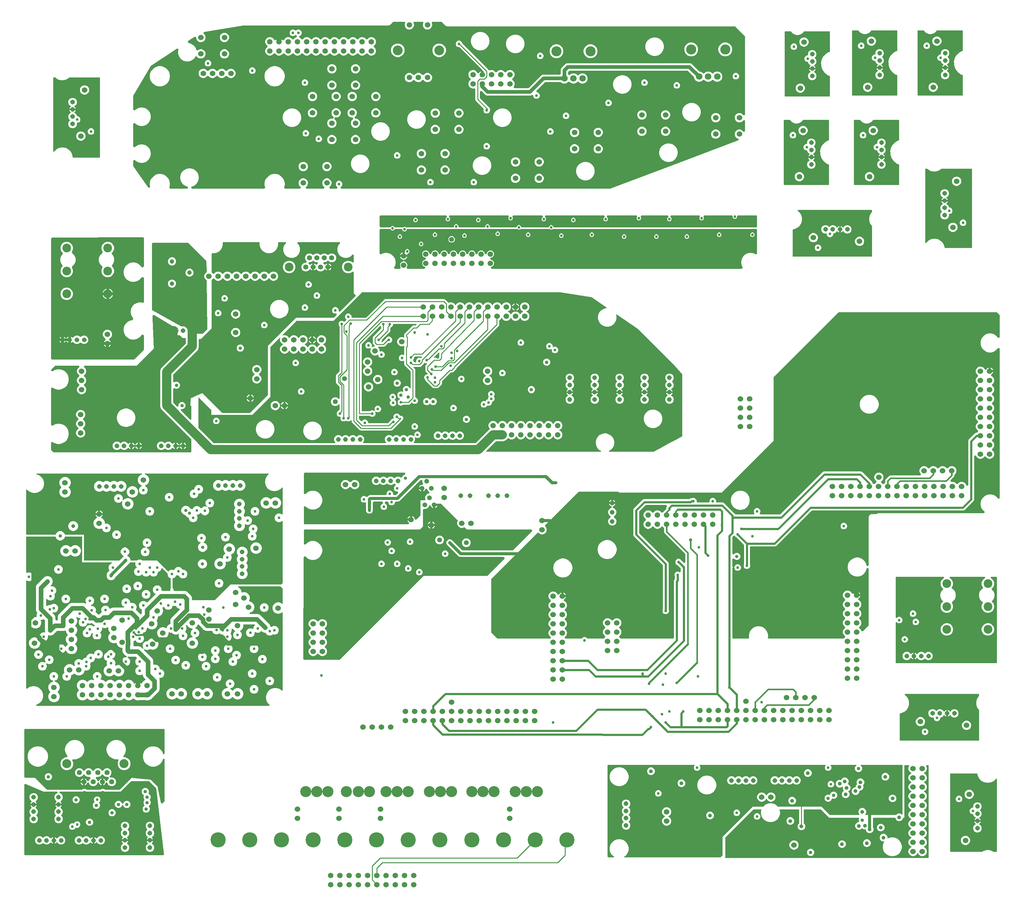
<source format=gbr>
G04 EAGLE Gerber RS-274X export*
G75*
%MOMM*%
%FSLAX34Y34*%
%LPD*%
%INEAGLE Copper Layer 15*%
%IPPOS*%
%AMOC8*
5,1,8,0,0,1.08239X$1,22.5*%
G01*
%ADD10C,1.524000*%
%ADD11C,2.781300*%
%ADD12C,1.800000*%
%ADD13C,2.400000*%
%ADD14C,1.308000*%
%ADD15C,1.320800*%
%ADD16C,1.397000*%
%ADD17C,2.476500*%
%ADD18C,1.508000*%
%ADD19C,1.408000*%
%ADD20C,2.700000*%
%ADD21C,1.208000*%
%ADD22C,0.756400*%
%ADD23C,1.270000*%
%ADD24C,0.609600*%
%ADD25C,0.304800*%
%ADD26C,0.956400*%
%ADD27C,1.056400*%
%ADD28C,0.812800*%
%ADD29C,1.350000*%
%ADD30C,4.191000*%
%ADD31C,0.254000*%
%ADD32C,0.406400*%
%ADD33C,0.906400*%
%ADD34C,0.508000*%
%ADD35C,2.540000*%
%ADD36C,1.016000*%
%ADD37C,3.048000*%

G36*
X477698Y1940568D02*
X477698Y1940568D01*
X477793Y1940567D01*
X477944Y1940588D01*
X478095Y1940601D01*
X478187Y1940624D01*
X478281Y1940637D01*
X478426Y1940683D01*
X478574Y1940719D01*
X478661Y1940757D01*
X478752Y1940786D01*
X478887Y1940854D01*
X479027Y1940914D01*
X479107Y1940965D01*
X479192Y1941008D01*
X479315Y1941097D01*
X479443Y1941179D01*
X479514Y1941242D01*
X479591Y1941298D01*
X479698Y1941407D01*
X479811Y1941508D01*
X479871Y1941582D01*
X479938Y1941649D01*
X480026Y1941773D01*
X480121Y1941892D01*
X480168Y1941974D01*
X480223Y1942052D01*
X480290Y1942188D01*
X480365Y1942320D01*
X480398Y1942409D01*
X480440Y1942495D01*
X480484Y1942640D01*
X480537Y1942783D01*
X480555Y1942876D01*
X480582Y1942967D01*
X480602Y1943118D01*
X480631Y1943267D01*
X480634Y1943362D01*
X480647Y1943456D01*
X480642Y1943608D01*
X480647Y1943760D01*
X480634Y1943854D01*
X480631Y1943949D01*
X480602Y1944099D01*
X480582Y1944249D01*
X480555Y1944340D01*
X480536Y1944434D01*
X480484Y1944576D01*
X480440Y1944721D01*
X480398Y1944807D01*
X480365Y1944896D01*
X480290Y1945028D01*
X480223Y1945165D01*
X480168Y1945242D01*
X480121Y1945325D01*
X480025Y1945443D01*
X479937Y1945567D01*
X479871Y1945634D01*
X479811Y1945709D01*
X479697Y1945810D01*
X479591Y1945918D01*
X479514Y1945974D01*
X479443Y1946037D01*
X479315Y1946119D01*
X479192Y1946208D01*
X479107Y1946251D01*
X479027Y1946302D01*
X478932Y1946339D01*
X478751Y1946431D01*
X478488Y1946514D01*
X478392Y1946551D01*
X475336Y1947370D01*
X469544Y1950714D01*
X464814Y1955444D01*
X461470Y1961236D01*
X459739Y1967696D01*
X459739Y1974384D01*
X461470Y1980844D01*
X464814Y1986636D01*
X469544Y1991366D01*
X475336Y1994710D01*
X481796Y1996441D01*
X488484Y1996441D01*
X494944Y1994710D01*
X500736Y1991366D01*
X505466Y1986636D01*
X508810Y1980844D01*
X510541Y1974384D01*
X510541Y1967696D01*
X508810Y1961236D01*
X505466Y1955444D01*
X500736Y1950714D01*
X494944Y1947370D01*
X491888Y1946551D01*
X491798Y1946519D01*
X491706Y1946497D01*
X491567Y1946437D01*
X491424Y1946386D01*
X491340Y1946340D01*
X491253Y1946302D01*
X491125Y1946220D01*
X490992Y1946147D01*
X490917Y1946088D01*
X490837Y1946037D01*
X490723Y1945936D01*
X490604Y1945842D01*
X490540Y1945772D01*
X490469Y1945708D01*
X490373Y1945590D01*
X490271Y1945478D01*
X490219Y1945398D01*
X490159Y1945324D01*
X490084Y1945192D01*
X490001Y1945065D01*
X489962Y1944978D01*
X489915Y1944896D01*
X489862Y1944753D01*
X489801Y1944614D01*
X489776Y1944522D01*
X489743Y1944433D01*
X489714Y1944284D01*
X489676Y1944137D01*
X489667Y1944042D01*
X489649Y1943949D01*
X489644Y1943797D01*
X489630Y1943646D01*
X489636Y1943551D01*
X489633Y1943456D01*
X489653Y1943305D01*
X489664Y1943154D01*
X489685Y1943061D01*
X489698Y1942967D01*
X489742Y1942821D01*
X489776Y1942673D01*
X489813Y1942586D01*
X489840Y1942494D01*
X489907Y1942358D01*
X489965Y1942218D01*
X490015Y1942137D01*
X490057Y1942051D01*
X490145Y1941928D01*
X490225Y1941798D01*
X490288Y1941727D01*
X490343Y1941649D01*
X490449Y1941541D01*
X490549Y1941426D01*
X490623Y1941366D01*
X490689Y1941298D01*
X490812Y1941209D01*
X490929Y1941112D01*
X491011Y1941064D01*
X491088Y1941008D01*
X491224Y1940939D01*
X491355Y1940862D01*
X491444Y1940828D01*
X491529Y1940785D01*
X491673Y1940740D01*
X491815Y1940685D01*
X491908Y1940666D01*
X491999Y1940637D01*
X492100Y1940626D01*
X492298Y1940584D01*
X492573Y1940572D01*
X492677Y1940561D01*
X690087Y1940561D01*
X690314Y1940579D01*
X690541Y1940595D01*
X690560Y1940599D01*
X690578Y1940601D01*
X690800Y1940656D01*
X691021Y1940708D01*
X691039Y1940715D01*
X691057Y1940719D01*
X691267Y1940809D01*
X691477Y1940896D01*
X691493Y1940906D01*
X691511Y1940914D01*
X691702Y1941036D01*
X691896Y1941156D01*
X691911Y1941169D01*
X691927Y1941179D01*
X692096Y1941330D01*
X692268Y1941480D01*
X692280Y1941495D01*
X692295Y1941508D01*
X692437Y1941684D01*
X692583Y1941860D01*
X692593Y1941877D01*
X692605Y1941892D01*
X692717Y1942089D01*
X692832Y1942286D01*
X692839Y1942304D01*
X692849Y1942320D01*
X692928Y1942534D01*
X693010Y1942746D01*
X693014Y1942765D01*
X693020Y1942783D01*
X693064Y1943005D01*
X693110Y1943229D01*
X693111Y1943249D01*
X693115Y1943267D01*
X693122Y1943493D01*
X693132Y1943722D01*
X693130Y1943738D01*
X693130Y1943760D01*
X693066Y1944249D01*
X693039Y1944338D01*
X693030Y1944397D01*
X691679Y1949438D01*
X691679Y1956722D01*
X693564Y1963757D01*
X697206Y1970064D01*
X702356Y1975214D01*
X708663Y1978856D01*
X715698Y1980741D01*
X722982Y1980741D01*
X730017Y1978856D01*
X736324Y1975214D01*
X741474Y1970064D01*
X745116Y1963757D01*
X747001Y1956722D01*
X747001Y1949438D01*
X745650Y1944397D01*
X745609Y1944172D01*
X745565Y1943949D01*
X745565Y1943930D01*
X745561Y1943911D01*
X745557Y1943681D01*
X745550Y1943456D01*
X745552Y1943437D01*
X745552Y1943418D01*
X745585Y1943191D01*
X745614Y1942967D01*
X745620Y1942949D01*
X745622Y1942930D01*
X745691Y1942713D01*
X745757Y1942494D01*
X745765Y1942477D01*
X745771Y1942459D01*
X745873Y1942257D01*
X745974Y1942051D01*
X745985Y1942036D01*
X745993Y1942019D01*
X746127Y1941835D01*
X746259Y1941649D01*
X746272Y1941636D01*
X746284Y1941620D01*
X746446Y1941460D01*
X746606Y1941298D01*
X746621Y1941287D01*
X746635Y1941274D01*
X746820Y1941142D01*
X747005Y1941008D01*
X747021Y1940999D01*
X747037Y1940988D01*
X747242Y1940888D01*
X747445Y1940785D01*
X747463Y1940780D01*
X747480Y1940771D01*
X747698Y1940706D01*
X747915Y1940637D01*
X747931Y1940635D01*
X747952Y1940629D01*
X748442Y1940565D01*
X748534Y1940567D01*
X748593Y1940561D01*
X788243Y1940561D01*
X788281Y1940564D01*
X788319Y1940562D01*
X788527Y1940584D01*
X788735Y1940601D01*
X788772Y1940610D01*
X788810Y1940614D01*
X789011Y1940669D01*
X789214Y1940719D01*
X789249Y1940734D01*
X789285Y1940745D01*
X789475Y1940832D01*
X789667Y1940914D01*
X789699Y1940934D01*
X789734Y1940950D01*
X789907Y1941067D01*
X790083Y1941179D01*
X790111Y1941204D01*
X790143Y1941226D01*
X790295Y1941369D01*
X790451Y1941508D01*
X790475Y1941537D01*
X790503Y1941563D01*
X790630Y1941730D01*
X790761Y1941892D01*
X790780Y1941924D01*
X790803Y1941955D01*
X790902Y1942139D01*
X791005Y1942320D01*
X791018Y1942356D01*
X791036Y1942390D01*
X791104Y1942587D01*
X791176Y1942783D01*
X791184Y1942820D01*
X791196Y1942856D01*
X791231Y1943063D01*
X791271Y1943267D01*
X791272Y1943305D01*
X791279Y1943343D01*
X791280Y1943552D01*
X791286Y1943760D01*
X791282Y1943798D01*
X791282Y1943836D01*
X791249Y1944043D01*
X791222Y1944249D01*
X791211Y1944286D01*
X791205Y1944323D01*
X791140Y1944522D01*
X791080Y1944721D01*
X791063Y1944756D01*
X791051Y1944792D01*
X790954Y1944977D01*
X790863Y1945165D01*
X790841Y1945196D01*
X790823Y1945230D01*
X790765Y1945302D01*
X790577Y1945567D01*
X790456Y1945689D01*
X790398Y1945763D01*
X787301Y1948860D01*
X785367Y1953528D01*
X785367Y1958580D01*
X787301Y1963248D01*
X790874Y1966821D01*
X795542Y1968755D01*
X800594Y1968755D01*
X805262Y1966821D01*
X808835Y1963248D01*
X810769Y1958580D01*
X810769Y1953528D01*
X808835Y1948860D01*
X805738Y1945763D01*
X805714Y1945734D01*
X805685Y1945708D01*
X805554Y1945546D01*
X805419Y1945387D01*
X805399Y1945354D01*
X805375Y1945324D01*
X805272Y1945143D01*
X805164Y1944964D01*
X805150Y1944929D01*
X805131Y1944896D01*
X805058Y1944700D01*
X804981Y1944506D01*
X804973Y1944469D01*
X804960Y1944433D01*
X804920Y1944228D01*
X804874Y1944024D01*
X804872Y1943986D01*
X804865Y1943949D01*
X804858Y1943741D01*
X804847Y1943532D01*
X804851Y1943494D01*
X804850Y1943456D01*
X804877Y1943249D01*
X804899Y1943041D01*
X804909Y1943005D01*
X804914Y1942967D01*
X804974Y1942767D01*
X805030Y1942566D01*
X805045Y1942531D01*
X805056Y1942494D01*
X805148Y1942307D01*
X805235Y1942117D01*
X805257Y1942086D01*
X805273Y1942051D01*
X805394Y1941881D01*
X805511Y1941708D01*
X805537Y1941680D01*
X805559Y1941649D01*
X805705Y1941501D01*
X805848Y1941348D01*
X805879Y1941325D01*
X805905Y1941298D01*
X806074Y1941175D01*
X806240Y1941048D01*
X806273Y1941030D01*
X806304Y1941008D01*
X806490Y1940914D01*
X806675Y1940815D01*
X806711Y1940802D01*
X806745Y1940785D01*
X806943Y1940723D01*
X807141Y1940655D01*
X807179Y1940649D01*
X807215Y1940637D01*
X807308Y1940627D01*
X807628Y1940572D01*
X807800Y1940571D01*
X807893Y1940561D01*
X853267Y1940561D01*
X853305Y1940564D01*
X853343Y1940562D01*
X853551Y1940584D01*
X853759Y1940601D01*
X853796Y1940610D01*
X853834Y1940614D01*
X854035Y1940669D01*
X854238Y1940719D01*
X854273Y1940734D01*
X854309Y1940745D01*
X854499Y1940832D01*
X854691Y1940914D01*
X854723Y1940934D01*
X854758Y1940950D01*
X854931Y1941067D01*
X855107Y1941179D01*
X855135Y1941204D01*
X855167Y1941226D01*
X855319Y1941369D01*
X855475Y1941508D01*
X855499Y1941537D01*
X855527Y1941563D01*
X855654Y1941730D01*
X855785Y1941892D01*
X855804Y1941924D01*
X855827Y1941955D01*
X855926Y1942139D01*
X856029Y1942320D01*
X856042Y1942356D01*
X856060Y1942390D01*
X856128Y1942587D01*
X856200Y1942783D01*
X856208Y1942820D01*
X856220Y1942856D01*
X856255Y1943063D01*
X856295Y1943267D01*
X856296Y1943305D01*
X856303Y1943343D01*
X856304Y1943552D01*
X856310Y1943760D01*
X856306Y1943798D01*
X856306Y1943836D01*
X856273Y1944043D01*
X856246Y1944249D01*
X856235Y1944286D01*
X856229Y1944323D01*
X856164Y1944522D01*
X856104Y1944721D01*
X856087Y1944756D01*
X856075Y1944792D01*
X855978Y1944977D01*
X855887Y1945165D01*
X855865Y1945196D01*
X855847Y1945230D01*
X855789Y1945302D01*
X855601Y1945567D01*
X855480Y1945689D01*
X855422Y1945763D01*
X852325Y1948860D01*
X850391Y1953528D01*
X850391Y1958580D01*
X852325Y1963248D01*
X855898Y1966821D01*
X860566Y1968755D01*
X865618Y1968755D01*
X870286Y1966821D01*
X873859Y1963248D01*
X875793Y1958580D01*
X875793Y1953528D01*
X873859Y1948860D01*
X870762Y1945763D01*
X870738Y1945734D01*
X870709Y1945708D01*
X870578Y1945546D01*
X870443Y1945387D01*
X870423Y1945354D01*
X870399Y1945324D01*
X870296Y1945143D01*
X870188Y1944964D01*
X870174Y1944929D01*
X870155Y1944896D01*
X870082Y1944700D01*
X870005Y1944506D01*
X869997Y1944469D01*
X869984Y1944433D01*
X869944Y1944228D01*
X869898Y1944024D01*
X869896Y1943986D01*
X869889Y1943949D01*
X869882Y1943741D01*
X869871Y1943532D01*
X869875Y1943494D01*
X869874Y1943456D01*
X869901Y1943249D01*
X869923Y1943041D01*
X869933Y1943005D01*
X869938Y1942967D01*
X869998Y1942767D01*
X870054Y1942566D01*
X870069Y1942531D01*
X870080Y1942494D01*
X870172Y1942307D01*
X870259Y1942117D01*
X870281Y1942086D01*
X870297Y1942051D01*
X870418Y1941881D01*
X870535Y1941708D01*
X870561Y1941680D01*
X870583Y1941649D01*
X870729Y1941501D01*
X870872Y1941348D01*
X870903Y1941325D01*
X870929Y1941298D01*
X871098Y1941175D01*
X871264Y1941048D01*
X871297Y1941030D01*
X871328Y1941008D01*
X871514Y1940914D01*
X871699Y1940815D01*
X871735Y1940802D01*
X871769Y1940785D01*
X871967Y1940723D01*
X872165Y1940655D01*
X872203Y1940649D01*
X872239Y1940637D01*
X872332Y1940627D01*
X872652Y1940572D01*
X872824Y1940571D01*
X872917Y1940561D01*
X889429Y1940561D01*
X889467Y1940564D01*
X889505Y1940562D01*
X889713Y1940584D01*
X889920Y1940601D01*
X889958Y1940610D01*
X889995Y1940614D01*
X890197Y1940669D01*
X890399Y1940719D01*
X890434Y1940734D01*
X890471Y1940745D01*
X890661Y1940832D01*
X890853Y1940914D01*
X890885Y1940934D01*
X890920Y1940950D01*
X891093Y1941067D01*
X891269Y1941179D01*
X891297Y1941204D01*
X891329Y1941226D01*
X891481Y1941369D01*
X891637Y1941508D01*
X891661Y1941537D01*
X891688Y1941563D01*
X891816Y1941730D01*
X891947Y1941892D01*
X891965Y1941924D01*
X891989Y1941955D01*
X892088Y1942139D01*
X892191Y1942320D01*
X892204Y1942356D01*
X892222Y1942390D01*
X892290Y1942587D01*
X892362Y1942783D01*
X892369Y1942820D01*
X892382Y1942856D01*
X892417Y1943062D01*
X892457Y1943267D01*
X892458Y1943305D01*
X892464Y1943343D01*
X892466Y1943552D01*
X892472Y1943760D01*
X892467Y1943798D01*
X892467Y1943836D01*
X892435Y1944043D01*
X892408Y1944249D01*
X892397Y1944286D01*
X892391Y1944323D01*
X892326Y1944522D01*
X892265Y1944721D01*
X892249Y1944756D01*
X892237Y1944792D01*
X892140Y1944977D01*
X892048Y1945165D01*
X892026Y1945196D01*
X892009Y1945230D01*
X891951Y1945302D01*
X891763Y1945567D01*
X891642Y1945689D01*
X891583Y1945763D01*
X889107Y1948240D01*
X887757Y1951497D01*
X887757Y1955023D01*
X889107Y1958280D01*
X891600Y1960773D01*
X894857Y1962123D01*
X898383Y1962123D01*
X901640Y1960773D01*
X904133Y1958280D01*
X905483Y1955023D01*
X905483Y1951497D01*
X904133Y1948240D01*
X901657Y1945763D01*
X901632Y1945734D01*
X901603Y1945708D01*
X901472Y1945546D01*
X901337Y1945387D01*
X901317Y1945354D01*
X901293Y1945324D01*
X901190Y1945143D01*
X901082Y1944964D01*
X901068Y1944929D01*
X901049Y1944896D01*
X900977Y1944700D01*
X900899Y1944506D01*
X900891Y1944469D01*
X900878Y1944433D01*
X900838Y1944228D01*
X900793Y1944024D01*
X900790Y1943986D01*
X900783Y1943949D01*
X900777Y1943741D01*
X900765Y1943532D01*
X900769Y1943494D01*
X900768Y1943456D01*
X900795Y1943249D01*
X900817Y1943041D01*
X900827Y1943005D01*
X900832Y1942967D01*
X900893Y1942767D01*
X900948Y1942566D01*
X900964Y1942531D01*
X900975Y1942494D01*
X901066Y1942307D01*
X901154Y1942117D01*
X901175Y1942086D01*
X901192Y1942051D01*
X901312Y1941881D01*
X901429Y1941708D01*
X901455Y1941680D01*
X901477Y1941649D01*
X901624Y1941501D01*
X901767Y1941348D01*
X901797Y1941325D01*
X901824Y1941298D01*
X901993Y1941175D01*
X902158Y1941048D01*
X902192Y1941030D01*
X902223Y1941008D01*
X902409Y1940914D01*
X902593Y1940815D01*
X902629Y1940802D01*
X902663Y1940785D01*
X902862Y1940723D01*
X903060Y1940655D01*
X903097Y1940649D01*
X903133Y1940637D01*
X903226Y1940627D01*
X903546Y1940572D01*
X903718Y1940571D01*
X903811Y1940561D01*
X1643525Y1940561D01*
X1643729Y1940577D01*
X1643934Y1940588D01*
X1643967Y1940597D01*
X1644017Y1940601D01*
X1644495Y1940719D01*
X1644554Y1940744D01*
X1644595Y1940755D01*
X1825207Y2008484D01*
X1825214Y2008488D01*
X1825220Y2008489D01*
X1994514Y2072869D01*
X1994588Y2072904D01*
X1994667Y2072931D01*
X1994811Y2073010D01*
X1994959Y2073081D01*
X1995027Y2073128D01*
X1995100Y2073167D01*
X1995230Y2073268D01*
X1995364Y2073362D01*
X1995424Y2073419D01*
X1995489Y2073470D01*
X1995601Y2073591D01*
X1995719Y2073705D01*
X1995769Y2073771D01*
X1995825Y2073832D01*
X1995916Y2073969D01*
X1996014Y2074100D01*
X1996052Y2074174D01*
X1996098Y2074243D01*
X1996165Y2074393D01*
X1996241Y2074538D01*
X1996267Y2074617D01*
X1996301Y2074693D01*
X1996343Y2074851D01*
X1996394Y2075007D01*
X1996407Y2075089D01*
X1996428Y2075169D01*
X1996444Y2075332D01*
X1996470Y2075495D01*
X1996469Y2075578D01*
X1996477Y2075660D01*
X1996467Y2075824D01*
X1996466Y2075988D01*
X1996452Y2076070D01*
X1996446Y2076152D01*
X1996410Y2076312D01*
X1996382Y2076474D01*
X1996355Y2076553D01*
X1996337Y2076633D01*
X1996275Y2076785D01*
X1996221Y2076941D01*
X1996182Y2077014D01*
X1996151Y2077090D01*
X1996065Y2077230D01*
X1995987Y2077375D01*
X1995937Y2077441D01*
X1995893Y2077511D01*
X1995786Y2077636D01*
X1995686Y2077766D01*
X1995626Y2077822D01*
X1995572Y2077885D01*
X1995446Y2077991D01*
X1995326Y2078103D01*
X1995257Y2078149D01*
X1995194Y2078202D01*
X1995102Y2078253D01*
X1994916Y2078377D01*
X1994689Y2078481D01*
X1994597Y2078532D01*
X1991278Y2079907D01*
X1987705Y2083480D01*
X1985771Y2088148D01*
X1985771Y2093200D01*
X1987705Y2097868D01*
X1991278Y2101441D01*
X1995946Y2103375D01*
X2000998Y2103375D01*
X2005666Y2101441D01*
X2009017Y2098090D01*
X2009046Y2098066D01*
X2009072Y2098037D01*
X2009234Y2097906D01*
X2009393Y2097771D01*
X2009426Y2097751D01*
X2009456Y2097727D01*
X2009637Y2097624D01*
X2009816Y2097516D01*
X2009851Y2097502D01*
X2009884Y2097483D01*
X2010080Y2097410D01*
X2010274Y2097333D01*
X2010311Y2097325D01*
X2010347Y2097312D01*
X2010552Y2097272D01*
X2010756Y2097226D01*
X2010794Y2097224D01*
X2010831Y2097217D01*
X2011039Y2097210D01*
X2011248Y2097199D01*
X2011286Y2097203D01*
X2011324Y2097202D01*
X2011531Y2097229D01*
X2011739Y2097251D01*
X2011775Y2097261D01*
X2011813Y2097266D01*
X2012013Y2097326D01*
X2012214Y2097382D01*
X2012249Y2097397D01*
X2012286Y2097408D01*
X2012473Y2097500D01*
X2012663Y2097587D01*
X2012694Y2097609D01*
X2012729Y2097625D01*
X2012899Y2097746D01*
X2013072Y2097863D01*
X2013100Y2097889D01*
X2013131Y2097911D01*
X2013279Y2098057D01*
X2013432Y2098200D01*
X2013455Y2098231D01*
X2013482Y2098257D01*
X2013605Y2098426D01*
X2013732Y2098592D01*
X2013750Y2098625D01*
X2013772Y2098656D01*
X2013866Y2098842D01*
X2013965Y2099027D01*
X2013978Y2099063D01*
X2013995Y2099097D01*
X2014057Y2099295D01*
X2014125Y2099493D01*
X2014131Y2099531D01*
X2014143Y2099567D01*
X2014153Y2099660D01*
X2014208Y2099980D01*
X2014209Y2100152D01*
X2014219Y2100245D01*
X2014219Y2126315D01*
X2014216Y2126353D01*
X2014218Y2126391D01*
X2014196Y2126599D01*
X2014179Y2126807D01*
X2014170Y2126844D01*
X2014166Y2126882D01*
X2014111Y2127083D01*
X2014061Y2127286D01*
X2014046Y2127321D01*
X2014035Y2127357D01*
X2013948Y2127547D01*
X2013866Y2127739D01*
X2013846Y2127771D01*
X2013830Y2127806D01*
X2013713Y2127979D01*
X2013601Y2128155D01*
X2013576Y2128183D01*
X2013554Y2128215D01*
X2013411Y2128367D01*
X2013272Y2128523D01*
X2013243Y2128547D01*
X2013217Y2128575D01*
X2013050Y2128702D01*
X2012888Y2128833D01*
X2012856Y2128852D01*
X2012825Y2128875D01*
X2012641Y2128974D01*
X2012460Y2129077D01*
X2012424Y2129090D01*
X2012390Y2129108D01*
X2012193Y2129176D01*
X2011997Y2129248D01*
X2011960Y2129256D01*
X2011924Y2129268D01*
X2011717Y2129303D01*
X2011513Y2129343D01*
X2011475Y2129344D01*
X2011437Y2129351D01*
X2011228Y2129352D01*
X2011020Y2129358D01*
X2010982Y2129354D01*
X2010944Y2129354D01*
X2010737Y2129321D01*
X2010531Y2129294D01*
X2010494Y2129283D01*
X2010457Y2129277D01*
X2010258Y2129212D01*
X2010059Y2129152D01*
X2010024Y2129135D01*
X2009988Y2129123D01*
X2009803Y2129026D01*
X2009615Y2128935D01*
X2009584Y2128913D01*
X2009550Y2128895D01*
X2009478Y2128837D01*
X2009213Y2128649D01*
X2009091Y2128528D01*
X2009017Y2128470D01*
X2005666Y2125119D01*
X2000998Y2123185D01*
X1995946Y2123185D01*
X1991278Y2125119D01*
X1987705Y2128692D01*
X1985771Y2133360D01*
X1985771Y2138412D01*
X1987705Y2143080D01*
X1991278Y2146653D01*
X1995946Y2148587D01*
X2000998Y2148587D01*
X2005666Y2146653D01*
X2009017Y2143302D01*
X2009046Y2143278D01*
X2009072Y2143249D01*
X2009234Y2143118D01*
X2009393Y2142983D01*
X2009426Y2142963D01*
X2009456Y2142939D01*
X2009637Y2142836D01*
X2009816Y2142728D01*
X2009851Y2142714D01*
X2009884Y2142695D01*
X2010080Y2142622D01*
X2010274Y2142545D01*
X2010311Y2142537D01*
X2010347Y2142524D01*
X2010552Y2142484D01*
X2010756Y2142438D01*
X2010794Y2142436D01*
X2010831Y2142429D01*
X2011039Y2142422D01*
X2011248Y2142411D01*
X2011286Y2142415D01*
X2011324Y2142414D01*
X2011531Y2142441D01*
X2011739Y2142463D01*
X2011775Y2142473D01*
X2011813Y2142478D01*
X2012013Y2142538D01*
X2012214Y2142594D01*
X2012249Y2142609D01*
X2012286Y2142620D01*
X2012473Y2142712D01*
X2012663Y2142799D01*
X2012694Y2142821D01*
X2012729Y2142837D01*
X2012899Y2142958D01*
X2013072Y2143075D01*
X2013100Y2143101D01*
X2013131Y2143123D01*
X2013279Y2143269D01*
X2013432Y2143412D01*
X2013455Y2143443D01*
X2013482Y2143469D01*
X2013605Y2143638D01*
X2013732Y2143804D01*
X2013750Y2143837D01*
X2013772Y2143868D01*
X2013866Y2144054D01*
X2013965Y2144239D01*
X2013978Y2144275D01*
X2013995Y2144309D01*
X2014057Y2144507D01*
X2014125Y2144705D01*
X2014131Y2144743D01*
X2014143Y2144779D01*
X2014153Y2144872D01*
X2014208Y2145192D01*
X2014209Y2145364D01*
X2014219Y2145457D01*
X2014219Y2359269D01*
X2014210Y2359383D01*
X2014211Y2359497D01*
X2014190Y2359628D01*
X2014179Y2359761D01*
X2014152Y2359871D01*
X2014134Y2359984D01*
X2014093Y2360111D01*
X2014061Y2360240D01*
X2014016Y2360344D01*
X2013980Y2360453D01*
X2013918Y2360571D01*
X2013866Y2360693D01*
X2013805Y2360789D01*
X2013752Y2360891D01*
X2013693Y2360964D01*
X2013601Y2361109D01*
X2013385Y2361351D01*
X2013327Y2361424D01*
X1988044Y2386707D01*
X1987957Y2386781D01*
X1987877Y2386862D01*
X1987769Y2386940D01*
X1987668Y2387026D01*
X1987570Y2387085D01*
X1987478Y2387152D01*
X1987359Y2387212D01*
X1987245Y2387281D01*
X1987139Y2387323D01*
X1987037Y2387375D01*
X1986910Y2387415D01*
X1986787Y2387464D01*
X1986676Y2387489D01*
X1986567Y2387523D01*
X1986473Y2387533D01*
X1986306Y2387571D01*
X1985981Y2387589D01*
X1985889Y2387599D01*
X1194319Y2387599D01*
X1190584Y2389146D01*
X1180324Y2399407D01*
X1180237Y2399481D01*
X1180157Y2399562D01*
X1180049Y2399640D01*
X1179948Y2399726D01*
X1179850Y2399785D01*
X1179758Y2399852D01*
X1179639Y2399912D01*
X1179525Y2399981D01*
X1179419Y2400023D01*
X1179317Y2400075D01*
X1179190Y2400115D01*
X1179067Y2400164D01*
X1178956Y2400189D01*
X1178847Y2400223D01*
X1178753Y2400233D01*
X1178586Y2400271D01*
X1178261Y2400289D01*
X1178169Y2400299D01*
X1154661Y2400299D01*
X1154481Y2400285D01*
X1154301Y2400278D01*
X1154236Y2400265D01*
X1154169Y2400259D01*
X1153994Y2400216D01*
X1153817Y2400180D01*
X1153755Y2400157D01*
X1153691Y2400141D01*
X1153525Y2400069D01*
X1153356Y2400006D01*
X1153298Y2399972D01*
X1153237Y2399946D01*
X1153085Y2399849D01*
X1152929Y2399759D01*
X1152877Y2399717D01*
X1152821Y2399681D01*
X1152687Y2399561D01*
X1152547Y2399446D01*
X1152503Y2399397D01*
X1152453Y2399352D01*
X1152340Y2399212D01*
X1152221Y2399077D01*
X1152185Y2399020D01*
X1152143Y2398968D01*
X1152054Y2398812D01*
X1151958Y2398659D01*
X1151932Y2398597D01*
X1151899Y2398540D01*
X1151837Y2398370D01*
X1151767Y2398204D01*
X1151751Y2398140D01*
X1151728Y2398077D01*
X1151693Y2397900D01*
X1151651Y2397725D01*
X1151646Y2397658D01*
X1151633Y2397593D01*
X1151627Y2397413D01*
X1151614Y2397233D01*
X1151620Y2397166D01*
X1151618Y2397100D01*
X1151641Y2396921D01*
X1151657Y2396741D01*
X1151672Y2396691D01*
X1151682Y2396611D01*
X1151825Y2396139D01*
X1151839Y2396108D01*
X1151846Y2396086D01*
X1152681Y2394070D01*
X1152681Y2389050D01*
X1150759Y2384411D01*
X1147209Y2380861D01*
X1142570Y2378939D01*
X1137550Y2378939D01*
X1132911Y2380861D01*
X1129361Y2384411D01*
X1127439Y2389050D01*
X1127439Y2394070D01*
X1128274Y2396086D01*
X1128329Y2396258D01*
X1128392Y2396427D01*
X1128405Y2396492D01*
X1128425Y2396555D01*
X1128452Y2396734D01*
X1128487Y2396911D01*
X1128489Y2396977D01*
X1128499Y2397043D01*
X1128497Y2397224D01*
X1128502Y2397404D01*
X1128494Y2397470D01*
X1128493Y2397537D01*
X1128461Y2397714D01*
X1128438Y2397893D01*
X1128419Y2397957D01*
X1128407Y2398022D01*
X1128348Y2398192D01*
X1128295Y2398366D01*
X1128266Y2398425D01*
X1128244Y2398488D01*
X1128158Y2398647D01*
X1128078Y2398809D01*
X1128040Y2398863D01*
X1128008Y2398921D01*
X1127897Y2399064D01*
X1127793Y2399211D01*
X1127746Y2399258D01*
X1127705Y2399311D01*
X1127573Y2399434D01*
X1127446Y2399562D01*
X1127393Y2399601D01*
X1127344Y2399646D01*
X1127193Y2399746D01*
X1127048Y2399852D01*
X1126988Y2399882D01*
X1126933Y2399919D01*
X1126768Y2399993D01*
X1126607Y2400075D01*
X1126544Y2400095D01*
X1126483Y2400122D01*
X1126309Y2400169D01*
X1126137Y2400223D01*
X1126084Y2400229D01*
X1126006Y2400250D01*
X1125516Y2400299D01*
X1125482Y2400297D01*
X1125459Y2400299D01*
X1104661Y2400299D01*
X1104481Y2400285D01*
X1104301Y2400278D01*
X1104236Y2400265D01*
X1104169Y2400259D01*
X1103994Y2400216D01*
X1103817Y2400180D01*
X1103755Y2400157D01*
X1103691Y2400141D01*
X1103525Y2400069D01*
X1103356Y2400006D01*
X1103298Y2399972D01*
X1103237Y2399946D01*
X1103085Y2399849D01*
X1102929Y2399759D01*
X1102877Y2399717D01*
X1102821Y2399681D01*
X1102687Y2399561D01*
X1102547Y2399446D01*
X1102503Y2399397D01*
X1102453Y2399352D01*
X1102340Y2399212D01*
X1102221Y2399077D01*
X1102185Y2399020D01*
X1102143Y2398968D01*
X1102054Y2398812D01*
X1101958Y2398659D01*
X1101932Y2398597D01*
X1101899Y2398540D01*
X1101837Y2398370D01*
X1101767Y2398204D01*
X1101751Y2398140D01*
X1101728Y2398077D01*
X1101693Y2397900D01*
X1101651Y2397725D01*
X1101646Y2397658D01*
X1101633Y2397593D01*
X1101627Y2397413D01*
X1101614Y2397233D01*
X1101620Y2397166D01*
X1101618Y2397100D01*
X1101641Y2396921D01*
X1101657Y2396741D01*
X1101672Y2396691D01*
X1101682Y2396611D01*
X1101825Y2396139D01*
X1101839Y2396108D01*
X1101846Y2396086D01*
X1102681Y2394070D01*
X1102681Y2389050D01*
X1100759Y2384411D01*
X1097209Y2380861D01*
X1092570Y2378939D01*
X1087550Y2378939D01*
X1082911Y2380861D01*
X1079361Y2384411D01*
X1077439Y2389050D01*
X1077439Y2394070D01*
X1078274Y2396086D01*
X1078329Y2396258D01*
X1078392Y2396427D01*
X1078405Y2396492D01*
X1078425Y2396555D01*
X1078452Y2396734D01*
X1078487Y2396911D01*
X1078489Y2396977D01*
X1078499Y2397043D01*
X1078497Y2397224D01*
X1078502Y2397404D01*
X1078494Y2397470D01*
X1078493Y2397537D01*
X1078461Y2397714D01*
X1078438Y2397893D01*
X1078419Y2397957D01*
X1078407Y2398022D01*
X1078348Y2398192D01*
X1078295Y2398366D01*
X1078266Y2398425D01*
X1078244Y2398488D01*
X1078158Y2398647D01*
X1078078Y2398809D01*
X1078040Y2398863D01*
X1078008Y2398921D01*
X1077897Y2399064D01*
X1077793Y2399211D01*
X1077746Y2399258D01*
X1077705Y2399311D01*
X1077573Y2399434D01*
X1077446Y2399562D01*
X1077393Y2399601D01*
X1077344Y2399646D01*
X1077193Y2399746D01*
X1077048Y2399852D01*
X1076988Y2399882D01*
X1076933Y2399919D01*
X1076768Y2399993D01*
X1076607Y2400075D01*
X1076544Y2400095D01*
X1076483Y2400122D01*
X1076309Y2400169D01*
X1076137Y2400223D01*
X1076084Y2400229D01*
X1076006Y2400250D01*
X1075516Y2400299D01*
X1075482Y2400297D01*
X1075459Y2400299D01*
X1046871Y2400299D01*
X1046757Y2400290D01*
X1046643Y2400291D01*
X1046512Y2400270D01*
X1046379Y2400259D01*
X1046268Y2400232D01*
X1046156Y2400214D01*
X1046029Y2400173D01*
X1045900Y2400141D01*
X1045796Y2400096D01*
X1045687Y2400060D01*
X1045569Y2399998D01*
X1045447Y2399946D01*
X1045351Y2399885D01*
X1045249Y2399832D01*
X1045176Y2399773D01*
X1045031Y2399681D01*
X1044789Y2399465D01*
X1044716Y2399407D01*
X1036996Y2391686D01*
X1033261Y2390139D01*
X633576Y2390139D01*
X633084Y2390099D01*
X633073Y2390097D01*
X633065Y2390096D01*
X525902Y2371856D01*
X525875Y2371849D01*
X525847Y2371846D01*
X525635Y2371788D01*
X525424Y2371734D01*
X525398Y2371723D01*
X525371Y2371715D01*
X525172Y2371624D01*
X524972Y2371536D01*
X524948Y2371521D01*
X524923Y2371509D01*
X524742Y2371387D01*
X524558Y2371269D01*
X524537Y2371250D01*
X524513Y2371234D01*
X524354Y2371084D01*
X524192Y2370937D01*
X524174Y2370915D01*
X524154Y2370896D01*
X524020Y2370722D01*
X523884Y2370552D01*
X523871Y2370527D01*
X523853Y2370505D01*
X523750Y2370312D01*
X523643Y2370121D01*
X523634Y2370095D01*
X523620Y2370070D01*
X523549Y2369863D01*
X523475Y2369658D01*
X523469Y2369630D01*
X523460Y2369603D01*
X523424Y2369388D01*
X523383Y2369173D01*
X523382Y2369145D01*
X523378Y2369117D01*
X523376Y2368898D01*
X523371Y2368680D01*
X523375Y2368652D01*
X523375Y2368624D01*
X523409Y2368407D01*
X523439Y2368191D01*
X523447Y2368164D01*
X523451Y2368136D01*
X523520Y2367928D01*
X523584Y2367720D01*
X523597Y2367694D01*
X523606Y2367668D01*
X523706Y2367474D01*
X523804Y2367278D01*
X523820Y2367255D01*
X523833Y2367230D01*
X523884Y2367166D01*
X524092Y2366877D01*
X524203Y2366767D01*
X524259Y2366697D01*
X526895Y2364060D01*
X528829Y2359392D01*
X528829Y2354340D01*
X526895Y2349672D01*
X523322Y2346099D01*
X518654Y2344165D01*
X513602Y2344165D01*
X508934Y2346099D01*
X505361Y2349672D01*
X503427Y2354340D01*
X503427Y2355758D01*
X503409Y2355982D01*
X503394Y2356207D01*
X503389Y2356228D01*
X503387Y2356250D01*
X503333Y2356468D01*
X503282Y2356687D01*
X503274Y2356707D01*
X503269Y2356729D01*
X503180Y2356936D01*
X503094Y2357143D01*
X503083Y2357162D01*
X503074Y2357182D01*
X502953Y2357372D01*
X502835Y2357563D01*
X502821Y2357580D01*
X502809Y2357598D01*
X502659Y2357766D01*
X502512Y2357936D01*
X502495Y2357950D01*
X502480Y2357966D01*
X502306Y2358107D01*
X502133Y2358251D01*
X502114Y2358262D01*
X502096Y2358276D01*
X501902Y2358387D01*
X501708Y2358501D01*
X501687Y2358509D01*
X501668Y2358520D01*
X501456Y2358599D01*
X501248Y2358680D01*
X501226Y2358684D01*
X501205Y2358692D01*
X500985Y2358735D01*
X500765Y2358781D01*
X500743Y2358782D01*
X500721Y2358787D01*
X500498Y2358793D01*
X500272Y2358804D01*
X500250Y2358801D01*
X500228Y2358802D01*
X500006Y2358773D01*
X499782Y2358746D01*
X499761Y2358740D01*
X499739Y2358737D01*
X499523Y2358672D01*
X499308Y2358611D01*
X499292Y2358603D01*
X499267Y2358595D01*
X498823Y2358378D01*
X498751Y2358327D01*
X498700Y2358301D01*
X481889Y2347193D01*
X481737Y2347074D01*
X481581Y2346961D01*
X481543Y2346922D01*
X481501Y2346889D01*
X481370Y2346747D01*
X481234Y2346610D01*
X481203Y2346566D01*
X481167Y2346526D01*
X481061Y2346365D01*
X480949Y2346207D01*
X480925Y2346159D01*
X480896Y2346114D01*
X480817Y2345937D01*
X480732Y2345764D01*
X480717Y2345713D01*
X480695Y2345663D01*
X480646Y2345477D01*
X480590Y2345292D01*
X480583Y2345238D01*
X480569Y2345186D01*
X480551Y2344994D01*
X480525Y2344803D01*
X480527Y2344749D01*
X480522Y2344695D01*
X480535Y2344502D01*
X480541Y2344310D01*
X480551Y2344257D01*
X480555Y2344203D01*
X480599Y2344015D01*
X480636Y2343825D01*
X480654Y2343775D01*
X480667Y2343722D01*
X480740Y2343544D01*
X480807Y2343363D01*
X480834Y2343316D01*
X480854Y2343266D01*
X480956Y2343102D01*
X481051Y2342934D01*
X481085Y2342892D01*
X481113Y2342846D01*
X481240Y2342701D01*
X481361Y2342550D01*
X481401Y2342515D01*
X481437Y2342474D01*
X481585Y2342350D01*
X481729Y2342222D01*
X481775Y2342193D01*
X481816Y2342158D01*
X481983Y2342060D01*
X482145Y2341957D01*
X482186Y2341941D01*
X482241Y2341908D01*
X482701Y2341730D01*
X482749Y2341720D01*
X482780Y2341708D01*
X488594Y2340150D01*
X494386Y2336806D01*
X499116Y2332076D01*
X502460Y2326284D01*
X503278Y2323230D01*
X503323Y2323104D01*
X503358Y2322976D01*
X503406Y2322873D01*
X503444Y2322765D01*
X503508Y2322649D01*
X503564Y2322528D01*
X503628Y2322433D01*
X503683Y2322333D01*
X503765Y2322229D01*
X503839Y2322118D01*
X503917Y2322035D01*
X503988Y2321946D01*
X504086Y2321856D01*
X504177Y2321759D01*
X504268Y2321690D01*
X504352Y2321613D01*
X504463Y2321540D01*
X504568Y2321459D01*
X504669Y2321405D01*
X504764Y2321342D01*
X504886Y2321288D01*
X505003Y2321225D01*
X505111Y2321188D01*
X505215Y2321142D01*
X505344Y2321109D01*
X505470Y2321065D01*
X505582Y2321046D01*
X505693Y2321018D01*
X505825Y2321005D01*
X505956Y2320983D01*
X506070Y2320982D01*
X506184Y2320972D01*
X506316Y2320981D01*
X506450Y2320980D01*
X506562Y2320998D01*
X506676Y2321005D01*
X506805Y2321036D01*
X506937Y2321056D01*
X507045Y2321092D01*
X507156Y2321118D01*
X507279Y2321169D01*
X507406Y2321211D01*
X507507Y2321263D01*
X507612Y2321307D01*
X507725Y2321377D01*
X507843Y2321439D01*
X507909Y2321491D01*
X508031Y2321567D01*
X508325Y2321823D01*
X508376Y2321864D01*
X508934Y2322421D01*
X513602Y2324355D01*
X518654Y2324355D01*
X523322Y2322421D01*
X526895Y2318848D01*
X528829Y2314180D01*
X528829Y2309128D01*
X526895Y2304460D01*
X523322Y2300887D01*
X518654Y2298953D01*
X513602Y2298953D01*
X508934Y2300887D01*
X505519Y2304302D01*
X505345Y2304449D01*
X505173Y2304599D01*
X505157Y2304609D01*
X505143Y2304621D01*
X504947Y2304739D01*
X504754Y2304859D01*
X504736Y2304866D01*
X504720Y2304876D01*
X504509Y2304960D01*
X504298Y2305048D01*
X504279Y2305052D01*
X504262Y2305059D01*
X504040Y2305108D01*
X503818Y2305160D01*
X503799Y2305162D01*
X503780Y2305166D01*
X503552Y2305179D01*
X503326Y2305194D01*
X503307Y2305192D01*
X503288Y2305194D01*
X503061Y2305169D01*
X502834Y2305148D01*
X502816Y2305143D01*
X502797Y2305141D01*
X502578Y2305081D01*
X502357Y2305023D01*
X502340Y2305016D01*
X502321Y2305011D01*
X502115Y2304916D01*
X501906Y2304823D01*
X501890Y2304813D01*
X501873Y2304805D01*
X501684Y2304678D01*
X501493Y2304553D01*
X501479Y2304540D01*
X501464Y2304530D01*
X501297Y2304373D01*
X501130Y2304220D01*
X501121Y2304207D01*
X501104Y2304192D01*
X500804Y2303800D01*
X500760Y2303719D01*
X500725Y2303671D01*
X499116Y2300884D01*
X494386Y2296154D01*
X488594Y2292810D01*
X482134Y2291079D01*
X475446Y2291079D01*
X468986Y2292810D01*
X463194Y2296154D01*
X458464Y2300884D01*
X455120Y2306676D01*
X453389Y2313136D01*
X453389Y2319824D01*
X454090Y2322441D01*
X454114Y2322569D01*
X454147Y2322694D01*
X454158Y2322811D01*
X454179Y2322926D01*
X454182Y2323056D01*
X454194Y2323185D01*
X454186Y2323302D01*
X454188Y2323419D01*
X454170Y2323548D01*
X454161Y2323678D01*
X454135Y2323792D01*
X454118Y2323908D01*
X454079Y2324032D01*
X454049Y2324158D01*
X454005Y2324266D01*
X453969Y2324378D01*
X453911Y2324494D01*
X453861Y2324614D01*
X453800Y2324714D01*
X453747Y2324818D01*
X453671Y2324924D01*
X453602Y2325034D01*
X453526Y2325122D01*
X453457Y2325217D01*
X453364Y2325309D01*
X453279Y2325407D01*
X453189Y2325482D01*
X453106Y2325564D01*
X453000Y2325639D01*
X452900Y2325722D01*
X452799Y2325782D01*
X452703Y2325849D01*
X452587Y2325906D01*
X452475Y2325972D01*
X452365Y2326015D01*
X452260Y2326066D01*
X452136Y2326104D01*
X452015Y2326151D01*
X451900Y2326175D01*
X451788Y2326209D01*
X451659Y2326226D01*
X451532Y2326252D01*
X451415Y2326258D01*
X451299Y2326273D01*
X451169Y2326269D01*
X451039Y2326275D01*
X450923Y2326261D01*
X450806Y2326258D01*
X450678Y2326233D01*
X450549Y2326217D01*
X450436Y2326185D01*
X450321Y2326163D01*
X450200Y2326118D01*
X450075Y2326082D01*
X449998Y2326043D01*
X449859Y2325991D01*
X449531Y2325805D01*
X449467Y2325772D01*
X378994Y2279209D01*
X378911Y2279144D01*
X378823Y2279087D01*
X378717Y2278992D01*
X378605Y2278905D01*
X378534Y2278827D01*
X378456Y2278757D01*
X378397Y2278679D01*
X378271Y2278542D01*
X378107Y2278291D01*
X378047Y2278212D01*
X330621Y2197588D01*
X330525Y2197389D01*
X330425Y2197192D01*
X330418Y2197167D01*
X330407Y2197144D01*
X330344Y2196933D01*
X330277Y2196721D01*
X330275Y2196700D01*
X330266Y2196671D01*
X330204Y2196182D01*
X330207Y2196098D01*
X330201Y2196043D01*
X330201Y2159099D01*
X330204Y2159062D01*
X330202Y2159023D01*
X330224Y2158816D01*
X330241Y2158608D01*
X330250Y2158571D01*
X330254Y2158533D01*
X330309Y2158331D01*
X330359Y2158129D01*
X330374Y2158094D01*
X330385Y2158057D01*
X330472Y2157867D01*
X330554Y2157676D01*
X330574Y2157643D01*
X330590Y2157609D01*
X330707Y2157435D01*
X330819Y2157259D01*
X330844Y2157231D01*
X330866Y2157199D01*
X331009Y2157047D01*
X331148Y2156892D01*
X331177Y2156868D01*
X331203Y2156840D01*
X331369Y2156713D01*
X331532Y2156582D01*
X331565Y2156563D01*
X331595Y2156540D01*
X331779Y2156441D01*
X331960Y2156338D01*
X331996Y2156324D01*
X332030Y2156306D01*
X332227Y2156239D01*
X332423Y2156166D01*
X332460Y2156159D01*
X332496Y2156146D01*
X332703Y2156111D01*
X332907Y2156071D01*
X332945Y2156070D01*
X332983Y2156064D01*
X333192Y2156063D01*
X333400Y2156056D01*
X333438Y2156061D01*
X333476Y2156061D01*
X333683Y2156093D01*
X333889Y2156120D01*
X333926Y2156131D01*
X333963Y2156137D01*
X334162Y2156203D01*
X334361Y2156263D01*
X334396Y2156280D01*
X334432Y2156292D01*
X334617Y2156388D01*
X334805Y2156480D01*
X334836Y2156502D01*
X334870Y2156520D01*
X334942Y2156578D01*
X335207Y2156765D01*
X335329Y2156886D01*
X335403Y2156945D01*
X337464Y2159006D01*
X343256Y2162350D01*
X349716Y2164081D01*
X356404Y2164081D01*
X362864Y2162350D01*
X368656Y2159006D01*
X373386Y2154276D01*
X376730Y2148484D01*
X378461Y2142024D01*
X378461Y2135336D01*
X376730Y2128876D01*
X373386Y2123084D01*
X368656Y2118354D01*
X362864Y2115010D01*
X356404Y2113279D01*
X349716Y2113279D01*
X343256Y2115010D01*
X337464Y2118354D01*
X335403Y2120415D01*
X335374Y2120440D01*
X335348Y2120468D01*
X335186Y2120599D01*
X335027Y2120735D01*
X334994Y2120754D01*
X334964Y2120778D01*
X334783Y2120881D01*
X334604Y2120989D01*
X334569Y2121003D01*
X334536Y2121022D01*
X334340Y2121095D01*
X334146Y2121172D01*
X334109Y2121181D01*
X334073Y2121194D01*
X333868Y2121234D01*
X333664Y2121279D01*
X333626Y2121281D01*
X333589Y2121289D01*
X333381Y2121295D01*
X333172Y2121307D01*
X333134Y2121303D01*
X333096Y2121304D01*
X332889Y2121277D01*
X332681Y2121255D01*
X332645Y2121245D01*
X332607Y2121240D01*
X332407Y2121179D01*
X332206Y2121124D01*
X332171Y2121108D01*
X332134Y2121097D01*
X331947Y2121005D01*
X331757Y2120918D01*
X331726Y2120897D01*
X331691Y2120880D01*
X331521Y2120760D01*
X331348Y2120643D01*
X331320Y2120617D01*
X331289Y2120595D01*
X331141Y2120448D01*
X330988Y2120305D01*
X330965Y2120275D01*
X330938Y2120248D01*
X330815Y2120080D01*
X330688Y2119914D01*
X330670Y2119880D01*
X330648Y2119849D01*
X330554Y2119663D01*
X330455Y2119479D01*
X330442Y2119443D01*
X330425Y2119409D01*
X330363Y2119210D01*
X330295Y2119012D01*
X330288Y2118975D01*
X330277Y2118938D01*
X330267Y2118846D01*
X330212Y2118526D01*
X330211Y2118354D01*
X330201Y2118261D01*
X330201Y2057499D01*
X330204Y2057462D01*
X330202Y2057423D01*
X330224Y2057216D01*
X330241Y2057008D01*
X330250Y2056971D01*
X330254Y2056933D01*
X330309Y2056731D01*
X330359Y2056529D01*
X330374Y2056494D01*
X330385Y2056457D01*
X330472Y2056267D01*
X330554Y2056076D01*
X330574Y2056043D01*
X330590Y2056009D01*
X330707Y2055835D01*
X330819Y2055659D01*
X330844Y2055631D01*
X330866Y2055599D01*
X331009Y2055447D01*
X331148Y2055292D01*
X331177Y2055268D01*
X331203Y2055240D01*
X331369Y2055113D01*
X331532Y2054982D01*
X331565Y2054963D01*
X331595Y2054940D01*
X331779Y2054841D01*
X331960Y2054738D01*
X331996Y2054724D01*
X332030Y2054706D01*
X332227Y2054639D01*
X332423Y2054566D01*
X332460Y2054559D01*
X332496Y2054546D01*
X332703Y2054511D01*
X332907Y2054471D01*
X332945Y2054470D01*
X332983Y2054464D01*
X333192Y2054463D01*
X333400Y2054456D01*
X333438Y2054461D01*
X333476Y2054461D01*
X333683Y2054493D01*
X333889Y2054520D01*
X333926Y2054531D01*
X333963Y2054537D01*
X334162Y2054603D01*
X334361Y2054663D01*
X334396Y2054680D01*
X334432Y2054692D01*
X334617Y2054788D01*
X334805Y2054880D01*
X334836Y2054902D01*
X334870Y2054920D01*
X334942Y2054978D01*
X335207Y2055165D01*
X335329Y2055286D01*
X335403Y2055345D01*
X337464Y2057406D01*
X343256Y2060750D01*
X349716Y2062481D01*
X356404Y2062481D01*
X362864Y2060750D01*
X368656Y2057406D01*
X373386Y2052676D01*
X376730Y2046884D01*
X378461Y2040424D01*
X378461Y2033736D01*
X376730Y2027276D01*
X373386Y2021484D01*
X368656Y2016754D01*
X362864Y2013410D01*
X356404Y2011679D01*
X349716Y2011679D01*
X343256Y2013410D01*
X337464Y2016754D01*
X335403Y2018815D01*
X335374Y2018840D01*
X335348Y2018868D01*
X335186Y2018999D01*
X335027Y2019135D01*
X334994Y2019154D01*
X334964Y2019178D01*
X334783Y2019281D01*
X334604Y2019389D01*
X334569Y2019403D01*
X334536Y2019422D01*
X334340Y2019495D01*
X334146Y2019572D01*
X334109Y2019581D01*
X334073Y2019594D01*
X333868Y2019634D01*
X333664Y2019679D01*
X333626Y2019681D01*
X333589Y2019689D01*
X333381Y2019695D01*
X333172Y2019707D01*
X333134Y2019703D01*
X333096Y2019704D01*
X332889Y2019677D01*
X332681Y2019655D01*
X332645Y2019645D01*
X332607Y2019640D01*
X332407Y2019579D01*
X332206Y2019524D01*
X332171Y2019508D01*
X332134Y2019497D01*
X331947Y2019405D01*
X331757Y2019318D01*
X331726Y2019297D01*
X331691Y2019280D01*
X331521Y2019160D01*
X331348Y2019043D01*
X331320Y2019017D01*
X331289Y2018995D01*
X331141Y2018848D01*
X330988Y2018705D01*
X330965Y2018675D01*
X330938Y2018648D01*
X330815Y2018480D01*
X330688Y2018314D01*
X330670Y2018280D01*
X330648Y2018249D01*
X330554Y2018063D01*
X330455Y2017879D01*
X330442Y2017843D01*
X330425Y2017809D01*
X330363Y2017610D01*
X330295Y2017412D01*
X330288Y2017375D01*
X330277Y2017338D01*
X330267Y2017246D01*
X330212Y2016926D01*
X330211Y2016754D01*
X330201Y2016661D01*
X330201Y2003161D01*
X330209Y2003063D01*
X330207Y2002964D01*
X330229Y2002818D01*
X330241Y2002670D01*
X330264Y2002574D01*
X330279Y2002476D01*
X330324Y2002335D01*
X330359Y2002191D01*
X330398Y2002100D01*
X330428Y2002006D01*
X330477Y2001918D01*
X330554Y2001738D01*
X330707Y2001498D01*
X330756Y2001408D01*
X370937Y1944308D01*
X371069Y1944150D01*
X371196Y1943989D01*
X371226Y1943961D01*
X371253Y1943929D01*
X371408Y1943794D01*
X371559Y1943656D01*
X371594Y1943633D01*
X371626Y1943606D01*
X371800Y1943498D01*
X371972Y1943385D01*
X372010Y1943369D01*
X372046Y1943347D01*
X372236Y1943268D01*
X372423Y1943185D01*
X372463Y1943175D01*
X372502Y1943159D01*
X372702Y1943112D01*
X372900Y1943061D01*
X372942Y1943057D01*
X372982Y1943047D01*
X373187Y1943034D01*
X373392Y1943015D01*
X373433Y1943017D01*
X373475Y1943015D01*
X373679Y1943034D01*
X373884Y1943048D01*
X373924Y1943058D01*
X373966Y1943062D01*
X374164Y1943114D01*
X374364Y1943161D01*
X374402Y1943177D01*
X374443Y1943188D01*
X374630Y1943272D01*
X374820Y1943350D01*
X374855Y1943372D01*
X374893Y1943389D01*
X375065Y1943502D01*
X375239Y1943610D01*
X375270Y1943637D01*
X375305Y1943660D01*
X375456Y1943799D01*
X375611Y1943934D01*
X375638Y1943966D01*
X375668Y1943994D01*
X375795Y1944156D01*
X375926Y1944314D01*
X375947Y1944350D01*
X375972Y1944383D01*
X376072Y1944563D01*
X376175Y1944740D01*
X376190Y1944778D01*
X376210Y1944815D01*
X376279Y1945009D01*
X376352Y1945200D01*
X376361Y1945241D01*
X376375Y1945280D01*
X376411Y1945482D01*
X376453Y1945683D01*
X376455Y1945725D01*
X376462Y1945766D01*
X376465Y1945971D01*
X376474Y1946176D01*
X376469Y1946209D01*
X376470Y1946259D01*
X376399Y1946747D01*
X376379Y1946808D01*
X376373Y1946850D01*
X375679Y1949438D01*
X375679Y1956722D01*
X377564Y1963757D01*
X381206Y1970064D01*
X386356Y1975214D01*
X392663Y1978856D01*
X399698Y1980741D01*
X406982Y1980741D01*
X414017Y1978856D01*
X420324Y1975214D01*
X425474Y1970064D01*
X429116Y1963757D01*
X431001Y1956722D01*
X431001Y1949438D01*
X429650Y1944397D01*
X429609Y1944172D01*
X429565Y1943949D01*
X429565Y1943930D01*
X429561Y1943911D01*
X429557Y1943681D01*
X429550Y1943456D01*
X429552Y1943437D01*
X429552Y1943418D01*
X429585Y1943191D01*
X429614Y1942967D01*
X429620Y1942949D01*
X429622Y1942930D01*
X429691Y1942713D01*
X429757Y1942494D01*
X429765Y1942477D01*
X429771Y1942459D01*
X429873Y1942257D01*
X429974Y1942051D01*
X429985Y1942036D01*
X429993Y1942019D01*
X430127Y1941835D01*
X430259Y1941649D01*
X430272Y1941636D01*
X430284Y1941620D01*
X430446Y1941460D01*
X430606Y1941298D01*
X430621Y1941287D01*
X430635Y1941274D01*
X430820Y1941142D01*
X431005Y1941008D01*
X431021Y1940999D01*
X431037Y1940988D01*
X431242Y1940888D01*
X431445Y1940785D01*
X431463Y1940780D01*
X431480Y1940771D01*
X431698Y1940706D01*
X431915Y1940637D01*
X431931Y1940635D01*
X431952Y1940629D01*
X432442Y1940565D01*
X432534Y1940567D01*
X432593Y1940561D01*
X477603Y1940561D01*
X477698Y1940568D01*
G37*
G36*
X1476367Y700536D02*
X1476367Y700536D01*
X1476405Y700534D01*
X1476613Y700556D01*
X1476821Y700573D01*
X1476858Y700582D01*
X1476896Y700586D01*
X1477097Y700641D01*
X1477300Y700691D01*
X1477335Y700706D01*
X1477371Y700717D01*
X1477561Y700804D01*
X1477753Y700886D01*
X1477785Y700906D01*
X1477820Y700922D01*
X1477993Y701039D01*
X1478169Y701151D01*
X1478197Y701176D01*
X1478229Y701198D01*
X1478381Y701341D01*
X1478537Y701480D01*
X1478561Y701509D01*
X1478589Y701536D01*
X1478716Y701702D01*
X1478847Y701864D01*
X1478866Y701897D01*
X1478889Y701927D01*
X1478988Y702111D01*
X1479091Y702292D01*
X1479104Y702328D01*
X1479122Y702362D01*
X1479190Y702559D01*
X1479262Y702755D01*
X1479270Y702792D01*
X1479282Y702828D01*
X1479317Y703035D01*
X1479357Y703239D01*
X1479358Y703277D01*
X1479365Y703315D01*
X1479366Y703524D01*
X1479372Y703732D01*
X1479367Y703770D01*
X1479368Y703808D01*
X1479335Y704015D01*
X1479308Y704221D01*
X1479297Y704258D01*
X1479291Y704295D01*
X1479226Y704494D01*
X1479166Y704694D01*
X1479149Y704728D01*
X1479137Y704764D01*
X1479040Y704949D01*
X1478949Y705137D01*
X1478927Y705168D01*
X1478909Y705202D01*
X1478851Y705274D01*
X1478663Y705539D01*
X1478542Y705661D01*
X1478484Y705735D01*
X1475133Y709086D01*
X1473199Y713754D01*
X1473199Y718806D01*
X1475133Y723474D01*
X1478484Y726825D01*
X1478533Y726883D01*
X1478589Y726935D01*
X1478692Y727071D01*
X1478803Y727201D01*
X1478843Y727267D01*
X1478889Y727327D01*
X1478970Y727477D01*
X1479058Y727624D01*
X1479086Y727694D01*
X1479122Y727762D01*
X1479178Y727923D01*
X1479241Y728082D01*
X1479257Y728156D01*
X1479282Y728228D01*
X1479311Y728397D01*
X1479348Y728563D01*
X1479352Y728640D01*
X1479365Y728715D01*
X1479366Y728886D01*
X1479375Y729056D01*
X1479367Y729132D01*
X1479368Y729208D01*
X1479341Y729377D01*
X1479323Y729547D01*
X1479303Y729620D01*
X1479291Y729695D01*
X1479238Y729858D01*
X1479192Y730022D01*
X1479161Y730092D01*
X1479137Y730164D01*
X1479058Y730316D01*
X1478987Y730471D01*
X1478944Y730534D01*
X1478909Y730602D01*
X1478843Y730684D01*
X1478711Y730880D01*
X1478549Y731053D01*
X1478484Y731135D01*
X1475133Y734486D01*
X1473199Y739154D01*
X1473199Y744206D01*
X1475133Y748874D01*
X1478484Y752225D01*
X1478533Y752283D01*
X1478589Y752335D01*
X1478692Y752471D01*
X1478803Y752601D01*
X1478843Y752667D01*
X1478889Y752727D01*
X1478970Y752877D01*
X1479058Y753024D01*
X1479086Y753094D01*
X1479122Y753162D01*
X1479178Y753323D01*
X1479241Y753482D01*
X1479257Y753556D01*
X1479282Y753628D01*
X1479311Y753797D01*
X1479348Y753963D01*
X1479352Y754040D01*
X1479365Y754115D01*
X1479366Y754286D01*
X1479375Y754456D01*
X1479367Y754532D01*
X1479368Y754608D01*
X1479341Y754777D01*
X1479323Y754947D01*
X1479303Y755020D01*
X1479291Y755095D01*
X1479238Y755258D01*
X1479192Y755422D01*
X1479161Y755492D01*
X1479137Y755564D01*
X1479058Y755716D01*
X1478987Y755871D01*
X1478944Y755934D01*
X1478909Y756002D01*
X1478843Y756084D01*
X1478711Y756280D01*
X1478549Y756453D01*
X1478484Y756535D01*
X1475133Y759886D01*
X1473199Y764554D01*
X1473199Y769606D01*
X1475133Y774274D01*
X1478484Y777625D01*
X1478501Y777646D01*
X1478518Y777661D01*
X1478546Y777695D01*
X1478589Y777735D01*
X1478692Y777871D01*
X1478803Y778001D01*
X1478843Y778067D01*
X1478889Y778127D01*
X1478970Y778277D01*
X1479058Y778424D01*
X1479086Y778494D01*
X1479122Y778562D01*
X1479178Y778723D01*
X1479241Y778882D01*
X1479257Y778956D01*
X1479282Y779028D01*
X1479311Y779197D01*
X1479348Y779363D01*
X1479352Y779440D01*
X1479365Y779515D01*
X1479366Y779685D01*
X1479375Y779856D01*
X1479367Y779932D01*
X1479368Y780008D01*
X1479341Y780177D01*
X1479323Y780347D01*
X1479303Y780420D01*
X1479291Y780495D01*
X1479238Y780658D01*
X1479192Y780822D01*
X1479161Y780892D01*
X1479137Y780964D01*
X1479058Y781116D01*
X1478987Y781271D01*
X1478944Y781334D01*
X1478909Y781402D01*
X1478843Y781484D01*
X1478711Y781680D01*
X1478549Y781853D01*
X1478484Y781935D01*
X1475133Y785286D01*
X1473199Y789954D01*
X1473199Y795006D01*
X1475133Y799674D01*
X1478484Y803025D01*
X1478533Y803083D01*
X1478589Y803135D01*
X1478692Y803271D01*
X1478803Y803401D01*
X1478843Y803467D01*
X1478889Y803527D01*
X1478970Y803677D01*
X1479058Y803824D01*
X1479086Y803894D01*
X1479122Y803962D01*
X1479178Y804123D01*
X1479241Y804282D01*
X1479257Y804356D01*
X1479282Y804428D01*
X1479311Y804597D01*
X1479348Y804763D01*
X1479352Y804840D01*
X1479365Y804915D01*
X1479366Y805086D01*
X1479375Y805256D01*
X1479367Y805332D01*
X1479368Y805408D01*
X1479341Y805577D01*
X1479323Y805747D01*
X1479303Y805820D01*
X1479291Y805895D01*
X1479238Y806058D01*
X1479192Y806222D01*
X1479161Y806292D01*
X1479137Y806364D01*
X1479058Y806516D01*
X1478987Y806671D01*
X1478944Y806734D01*
X1478909Y806802D01*
X1478843Y806884D01*
X1478711Y807080D01*
X1478549Y807253D01*
X1478484Y807335D01*
X1475133Y810686D01*
X1473199Y815354D01*
X1473199Y820406D01*
X1475133Y825074D01*
X1478706Y828647D01*
X1483374Y830581D01*
X1488426Y830581D01*
X1493094Y828647D01*
X1496667Y825074D01*
X1497236Y823702D01*
X1497314Y823548D01*
X1497386Y823390D01*
X1497427Y823329D01*
X1497461Y823263D01*
X1497563Y823124D01*
X1497659Y822980D01*
X1497710Y822925D01*
X1497754Y822866D01*
X1497878Y822745D01*
X1497995Y822619D01*
X1498054Y822573D01*
X1498107Y822521D01*
X1498249Y822422D01*
X1498385Y822316D01*
X1498450Y822281D01*
X1498511Y822238D01*
X1498667Y822163D01*
X1498819Y822081D01*
X1498889Y822057D01*
X1498956Y822024D01*
X1499122Y821975D01*
X1499285Y821919D01*
X1499358Y821906D01*
X1499429Y821885D01*
X1499600Y821863D01*
X1499771Y821834D01*
X1499845Y821833D01*
X1499918Y821824D01*
X1500091Y821830D01*
X1500264Y821828D01*
X1500337Y821839D01*
X1500411Y821842D01*
X1500580Y821876D01*
X1500752Y821902D01*
X1500822Y821925D01*
X1500895Y821940D01*
X1501056Y822001D01*
X1501221Y822054D01*
X1501287Y822088D01*
X1501356Y822114D01*
X1501506Y822201D01*
X1501660Y822280D01*
X1501719Y822324D01*
X1501783Y822361D01*
X1501917Y822470D01*
X1502056Y822573D01*
X1502095Y822616D01*
X1502165Y822673D01*
X1502492Y823043D01*
X1502505Y823064D01*
X1502516Y823077D01*
X1503550Y824499D01*
X1504681Y825630D01*
X1505975Y826570D01*
X1507400Y827296D01*
X1508253Y827573D01*
X1508253Y817880D01*
X1508259Y817804D01*
X1508256Y817728D01*
X1508279Y817559D01*
X1508293Y817389D01*
X1508311Y817315D01*
X1508321Y817239D01*
X1508370Y817075D01*
X1508411Y816910D01*
X1508441Y816840D01*
X1508463Y816767D01*
X1508538Y816613D01*
X1508606Y816456D01*
X1508647Y816392D01*
X1508680Y816324D01*
X1508779Y816184D01*
X1508871Y816040D01*
X1508922Y815984D01*
X1508966Y815921D01*
X1509086Y815800D01*
X1509200Y815672D01*
X1509259Y815624D01*
X1509312Y815570D01*
X1509313Y815570D01*
X1509451Y815469D01*
X1509584Y815362D01*
X1509650Y815324D01*
X1509712Y815279D01*
X1509864Y815203D01*
X1510013Y815118D01*
X1510084Y815091D01*
X1510152Y815057D01*
X1510315Y815006D01*
X1510475Y814946D01*
X1510550Y814932D01*
X1510623Y814909D01*
X1510727Y814897D01*
X1510959Y814852D01*
X1511195Y814844D01*
X1511300Y814833D01*
X1520993Y814833D01*
X1520716Y813980D01*
X1519990Y812555D01*
X1519050Y811261D01*
X1517919Y810130D01*
X1516497Y809096D01*
X1516365Y808983D01*
X1516229Y808878D01*
X1516179Y808823D01*
X1516122Y808775D01*
X1516011Y808643D01*
X1515894Y808516D01*
X1515853Y808454D01*
X1515805Y808397D01*
X1515716Y808249D01*
X1515621Y808105D01*
X1515590Y808037D01*
X1515552Y807974D01*
X1515489Y807813D01*
X1515418Y807655D01*
X1515399Y807584D01*
X1515372Y807515D01*
X1515335Y807345D01*
X1515290Y807179D01*
X1515283Y807105D01*
X1515267Y807032D01*
X1515258Y806860D01*
X1515241Y806688D01*
X1515246Y806614D01*
X1515242Y806540D01*
X1515261Y806368D01*
X1515272Y806195D01*
X1515288Y806123D01*
X1515297Y806049D01*
X1515343Y805883D01*
X1515382Y805714D01*
X1515410Y805646D01*
X1515430Y805574D01*
X1515502Y805418D01*
X1515568Y805257D01*
X1515606Y805194D01*
X1515638Y805127D01*
X1515735Y804984D01*
X1515825Y804837D01*
X1515873Y804780D01*
X1515915Y804719D01*
X1516034Y804594D01*
X1516147Y804463D01*
X1516204Y804415D01*
X1516255Y804361D01*
X1516392Y804257D01*
X1516525Y804146D01*
X1516576Y804117D01*
X1516648Y804063D01*
X1517083Y803832D01*
X1517107Y803824D01*
X1517122Y803816D01*
X1518494Y803247D01*
X1522067Y799674D01*
X1524001Y795006D01*
X1524001Y789954D01*
X1522067Y785286D01*
X1518716Y781935D01*
X1518667Y781877D01*
X1518611Y781824D01*
X1518507Y781689D01*
X1518397Y781559D01*
X1518357Y781494D01*
X1518311Y781433D01*
X1518230Y781283D01*
X1518142Y781136D01*
X1518114Y781065D01*
X1518078Y780998D01*
X1518022Y780837D01*
X1517959Y780678D01*
X1517943Y780604D01*
X1517918Y780532D01*
X1517889Y780363D01*
X1517852Y780196D01*
X1517848Y780120D01*
X1517835Y780045D01*
X1517834Y779874D01*
X1517825Y779704D01*
X1517833Y779628D01*
X1517832Y779552D01*
X1517859Y779383D01*
X1517877Y779213D01*
X1517897Y779140D01*
X1517909Y779065D01*
X1517962Y778902D01*
X1518008Y778738D01*
X1518039Y778668D01*
X1518063Y778596D01*
X1518142Y778445D01*
X1518213Y778289D01*
X1518256Y778226D01*
X1518291Y778158D01*
X1518357Y778076D01*
X1518489Y777880D01*
X1518537Y777828D01*
X1518556Y777802D01*
X1518657Y777700D01*
X1518716Y777625D01*
X1522067Y774274D01*
X1524001Y769606D01*
X1524001Y764554D01*
X1522067Y759886D01*
X1518716Y756535D01*
X1518667Y756477D01*
X1518611Y756424D01*
X1518507Y756289D01*
X1518397Y756159D01*
X1518357Y756094D01*
X1518311Y756033D01*
X1518230Y755883D01*
X1518142Y755736D01*
X1518114Y755665D01*
X1518078Y755598D01*
X1518022Y755437D01*
X1517959Y755278D01*
X1517943Y755204D01*
X1517918Y755132D01*
X1517889Y754963D01*
X1517852Y754796D01*
X1517848Y754720D01*
X1517835Y754645D01*
X1517834Y754474D01*
X1517825Y754304D01*
X1517833Y754228D01*
X1517832Y754152D01*
X1517859Y753983D01*
X1517877Y753813D01*
X1517897Y753740D01*
X1517909Y753665D01*
X1517962Y753502D01*
X1518008Y753338D01*
X1518039Y753268D01*
X1518063Y753196D01*
X1518142Y753045D01*
X1518213Y752889D01*
X1518256Y752826D01*
X1518291Y752758D01*
X1518357Y752676D01*
X1518489Y752480D01*
X1518651Y752308D01*
X1518716Y752225D01*
X1522067Y748874D01*
X1524001Y744206D01*
X1524001Y739154D01*
X1522067Y734486D01*
X1518716Y731135D01*
X1518667Y731077D01*
X1518611Y731024D01*
X1518507Y730889D01*
X1518397Y730759D01*
X1518357Y730694D01*
X1518311Y730633D01*
X1518230Y730483D01*
X1518142Y730336D01*
X1518114Y730265D01*
X1518078Y730198D01*
X1518022Y730037D01*
X1517959Y729878D01*
X1517943Y729804D01*
X1517918Y729732D01*
X1517889Y729563D01*
X1517852Y729396D01*
X1517848Y729320D01*
X1517835Y729245D01*
X1517834Y729074D01*
X1517825Y728904D01*
X1517833Y728828D01*
X1517832Y728752D01*
X1517859Y728583D01*
X1517877Y728413D01*
X1517897Y728340D01*
X1517909Y728265D01*
X1517962Y728102D01*
X1518008Y727938D01*
X1518039Y727868D01*
X1518063Y727796D01*
X1518142Y727645D01*
X1518213Y727489D01*
X1518256Y727426D01*
X1518291Y727358D01*
X1518357Y727276D01*
X1518489Y727080D01*
X1518651Y726908D01*
X1518716Y726825D01*
X1522067Y723474D01*
X1524001Y718806D01*
X1524001Y713754D01*
X1522067Y709086D01*
X1518716Y705735D01*
X1518692Y705706D01*
X1518663Y705680D01*
X1518532Y705518D01*
X1518397Y705359D01*
X1518377Y705326D01*
X1518353Y705296D01*
X1518250Y705115D01*
X1518142Y704936D01*
X1518128Y704901D01*
X1518109Y704868D01*
X1518036Y704672D01*
X1517959Y704478D01*
X1517951Y704441D01*
X1517938Y704405D01*
X1517898Y704200D01*
X1517852Y703997D01*
X1517850Y703958D01*
X1517843Y703921D01*
X1517836Y703713D01*
X1517825Y703504D01*
X1517829Y703466D01*
X1517828Y703428D01*
X1517855Y703221D01*
X1517877Y703013D01*
X1517887Y702977D01*
X1517892Y702939D01*
X1517952Y702739D01*
X1518008Y702538D01*
X1518023Y702503D01*
X1518034Y702467D01*
X1518126Y702279D01*
X1518213Y702089D01*
X1518235Y702058D01*
X1518251Y702023D01*
X1518372Y701853D01*
X1518489Y701680D01*
X1518515Y701652D01*
X1518537Y701621D01*
X1518683Y701473D01*
X1518826Y701320D01*
X1518857Y701297D01*
X1518884Y701270D01*
X1519052Y701147D01*
X1519218Y701020D01*
X1519251Y701002D01*
X1519282Y700980D01*
X1519468Y700886D01*
X1519653Y700787D01*
X1519689Y700775D01*
X1519723Y700757D01*
X1519921Y700695D01*
X1520119Y700627D01*
X1520157Y700621D01*
X1520193Y700609D01*
X1520286Y700599D01*
X1520606Y700544D01*
X1520778Y700543D01*
X1520871Y700533D01*
X1563037Y700533D01*
X1563150Y700542D01*
X1563265Y700541D01*
X1563396Y700562D01*
X1563528Y700573D01*
X1563639Y700600D01*
X1563752Y700618D01*
X1563878Y700659D01*
X1564007Y700691D01*
X1564112Y700736D01*
X1564221Y700772D01*
X1564339Y700834D01*
X1564461Y700886D01*
X1564557Y700947D01*
X1564658Y701000D01*
X1564732Y701059D01*
X1564877Y701151D01*
X1565119Y701367D01*
X1565191Y701425D01*
X1567240Y703473D01*
X1570497Y704823D01*
X1574023Y704823D01*
X1577280Y703473D01*
X1579329Y701425D01*
X1579415Y701351D01*
X1579496Y701270D01*
X1579603Y701192D01*
X1579704Y701106D01*
X1579802Y701047D01*
X1579895Y700980D01*
X1580013Y700920D01*
X1580127Y700851D01*
X1580233Y700809D01*
X1580335Y700757D01*
X1580462Y700717D01*
X1580585Y700668D01*
X1580696Y700643D01*
X1580806Y700609D01*
X1580899Y700599D01*
X1581067Y700561D01*
X1581391Y700543D01*
X1581483Y700533D01*
X1623649Y700533D01*
X1623763Y700542D01*
X1623877Y700541D01*
X1624008Y700562D01*
X1624141Y700573D01*
X1624252Y700600D01*
X1624364Y700618D01*
X1624491Y700659D01*
X1624620Y700691D01*
X1624725Y700736D01*
X1624833Y700772D01*
X1624951Y700833D01*
X1625073Y700886D01*
X1625169Y700947D01*
X1625271Y701000D01*
X1625344Y701059D01*
X1625489Y701151D01*
X1625731Y701367D01*
X1625804Y701425D01*
X1628344Y703965D01*
X1628393Y704023D01*
X1628449Y704075D01*
X1628552Y704211D01*
X1628663Y704341D01*
X1628703Y704407D01*
X1628749Y704467D01*
X1628830Y704617D01*
X1628918Y704764D01*
X1628946Y704834D01*
X1628982Y704902D01*
X1629038Y705063D01*
X1629101Y705222D01*
X1629117Y705296D01*
X1629142Y705368D01*
X1629171Y705537D01*
X1629208Y705703D01*
X1629212Y705780D01*
X1629225Y705855D01*
X1629226Y706026D01*
X1629235Y706196D01*
X1629227Y706272D01*
X1629228Y706348D01*
X1629201Y706517D01*
X1629183Y706687D01*
X1629163Y706760D01*
X1629151Y706835D01*
X1629098Y706998D01*
X1629052Y707162D01*
X1629021Y707232D01*
X1628997Y707304D01*
X1628918Y707456D01*
X1628847Y707611D01*
X1628804Y707674D01*
X1628769Y707742D01*
X1628703Y707824D01*
X1628571Y708020D01*
X1628409Y708193D01*
X1628344Y708275D01*
X1624993Y711626D01*
X1623059Y716294D01*
X1623059Y721346D01*
X1624993Y726014D01*
X1628344Y729365D01*
X1628393Y729423D01*
X1628449Y729475D01*
X1628552Y729611D01*
X1628663Y729741D01*
X1628703Y729807D01*
X1628749Y729867D01*
X1628830Y730017D01*
X1628918Y730164D01*
X1628946Y730234D01*
X1628982Y730302D01*
X1629038Y730463D01*
X1629101Y730622D01*
X1629117Y730696D01*
X1629142Y730768D01*
X1629171Y730937D01*
X1629208Y731103D01*
X1629212Y731180D01*
X1629225Y731255D01*
X1629226Y731426D01*
X1629235Y731596D01*
X1629227Y731672D01*
X1629228Y731748D01*
X1629201Y731917D01*
X1629183Y732087D01*
X1629163Y732160D01*
X1629151Y732235D01*
X1629098Y732398D01*
X1629052Y732562D01*
X1629021Y732632D01*
X1628997Y732704D01*
X1628918Y732856D01*
X1628847Y733011D01*
X1628804Y733074D01*
X1628769Y733142D01*
X1628703Y733224D01*
X1628571Y733420D01*
X1628409Y733593D01*
X1628344Y733675D01*
X1624993Y737026D01*
X1623059Y741694D01*
X1623059Y746746D01*
X1624993Y751414D01*
X1628566Y754987D01*
X1633234Y756921D01*
X1638286Y756921D01*
X1642954Y754987D01*
X1646305Y751636D01*
X1646363Y751587D01*
X1646416Y751531D01*
X1646551Y751427D01*
X1646681Y751317D01*
X1646746Y751277D01*
X1646807Y751231D01*
X1646957Y751150D01*
X1647104Y751062D01*
X1647175Y751034D01*
X1647242Y750998D01*
X1647403Y750942D01*
X1647562Y750879D01*
X1647636Y750863D01*
X1647708Y750838D01*
X1647877Y750809D01*
X1648044Y750772D01*
X1648120Y750768D01*
X1648195Y750755D01*
X1648366Y750754D01*
X1648536Y750745D01*
X1648612Y750753D01*
X1648688Y750752D01*
X1648857Y750779D01*
X1649027Y750797D01*
X1649100Y750817D01*
X1649175Y750829D01*
X1649338Y750882D01*
X1649502Y750928D01*
X1649572Y750959D01*
X1649644Y750983D01*
X1649795Y751062D01*
X1649951Y751133D01*
X1650014Y751176D01*
X1650082Y751211D01*
X1650164Y751277D01*
X1650360Y751409D01*
X1650532Y751571D01*
X1650615Y751636D01*
X1653966Y754987D01*
X1658634Y756921D01*
X1663686Y756921D01*
X1668354Y754987D01*
X1671927Y751414D01*
X1673861Y746746D01*
X1673861Y741694D01*
X1671927Y737026D01*
X1668576Y733675D01*
X1668527Y733617D01*
X1668471Y733564D01*
X1668367Y733429D01*
X1668257Y733299D01*
X1668217Y733234D01*
X1668171Y733173D01*
X1668090Y733023D01*
X1668002Y732876D01*
X1667974Y732805D01*
X1667938Y732738D01*
X1667882Y732577D01*
X1667819Y732418D01*
X1667803Y732344D01*
X1667778Y732272D01*
X1667749Y732103D01*
X1667712Y731936D01*
X1667708Y731860D01*
X1667695Y731785D01*
X1667694Y731614D01*
X1667685Y731444D01*
X1667693Y731368D01*
X1667692Y731292D01*
X1667719Y731123D01*
X1667737Y730953D01*
X1667757Y730880D01*
X1667769Y730805D01*
X1667822Y730642D01*
X1667868Y730478D01*
X1667899Y730408D01*
X1667923Y730336D01*
X1668002Y730185D01*
X1668073Y730029D01*
X1668116Y729966D01*
X1668151Y729898D01*
X1668217Y729816D01*
X1668349Y729620D01*
X1668511Y729448D01*
X1668576Y729365D01*
X1671927Y726014D01*
X1673861Y721346D01*
X1673861Y716294D01*
X1671927Y711626D01*
X1668576Y708275D01*
X1668527Y708217D01*
X1668471Y708164D01*
X1668367Y708029D01*
X1668257Y707899D01*
X1668217Y707834D01*
X1668171Y707773D01*
X1668090Y707623D01*
X1668002Y707476D01*
X1667974Y707405D01*
X1667938Y707338D01*
X1667882Y707177D01*
X1667819Y707018D01*
X1667803Y706944D01*
X1667778Y706872D01*
X1667749Y706703D01*
X1667712Y706536D01*
X1667708Y706460D01*
X1667695Y706385D01*
X1667694Y706214D01*
X1667685Y706044D01*
X1667693Y705968D01*
X1667692Y705892D01*
X1667719Y705723D01*
X1667737Y705553D01*
X1667757Y705480D01*
X1667769Y705405D01*
X1667822Y705242D01*
X1667868Y705078D01*
X1667899Y705008D01*
X1667923Y704936D01*
X1668002Y704785D01*
X1668073Y704629D01*
X1668116Y704566D01*
X1668151Y704498D01*
X1668217Y704416D01*
X1668349Y704220D01*
X1668511Y704048D01*
X1668576Y703965D01*
X1671116Y701425D01*
X1671203Y701351D01*
X1671284Y701270D01*
X1671391Y701192D01*
X1671492Y701106D01*
X1671590Y701047D01*
X1671682Y700980D01*
X1671801Y700920D01*
X1671915Y700851D01*
X1672021Y700809D01*
X1672123Y700757D01*
X1672249Y700717D01*
X1672373Y700668D01*
X1672484Y700643D01*
X1672593Y700609D01*
X1672687Y700599D01*
X1672855Y700561D01*
X1673179Y700543D01*
X1673271Y700533D01*
X1815084Y700533D01*
X1815160Y700539D01*
X1815236Y700537D01*
X1815405Y700559D01*
X1815576Y700573D01*
X1815650Y700591D01*
X1815725Y700601D01*
X1815889Y700650D01*
X1816055Y700691D01*
X1816124Y700721D01*
X1816198Y700743D01*
X1816351Y700819D01*
X1816508Y700886D01*
X1816572Y700927D01*
X1816641Y700960D01*
X1816780Y701059D01*
X1816924Y701151D01*
X1816981Y701202D01*
X1817043Y701246D01*
X1817164Y701366D01*
X1817292Y701480D01*
X1817340Y701539D01*
X1817394Y701593D01*
X1817495Y701731D01*
X1817602Y701864D01*
X1817639Y701930D01*
X1817684Y701991D01*
X1817761Y702144D01*
X1817846Y702292D01*
X1817872Y702364D01*
X1817907Y702432D01*
X1817958Y702595D01*
X1818017Y702755D01*
X1818032Y702830D01*
X1818055Y702902D01*
X1818067Y703007D01*
X1818112Y703239D01*
X1818119Y703475D01*
X1818131Y703580D01*
X1818131Y860137D01*
X1819369Y863125D01*
X1819779Y863535D01*
X1819853Y863621D01*
X1819934Y863702D01*
X1820012Y863809D01*
X1820098Y863910D01*
X1820157Y864008D01*
X1820224Y864101D01*
X1820284Y864219D01*
X1820353Y864333D01*
X1820395Y864439D01*
X1820447Y864541D01*
X1820487Y864668D01*
X1820536Y864791D01*
X1820561Y864902D01*
X1820595Y865012D01*
X1820605Y865105D01*
X1820643Y865273D01*
X1820661Y865597D01*
X1820671Y865689D01*
X1820671Y872159D01*
X1820670Y872169D01*
X1820671Y872178D01*
X1820651Y872414D01*
X1820631Y872651D01*
X1820629Y872660D01*
X1820628Y872670D01*
X1820617Y872708D01*
X1820513Y873129D01*
X1820461Y873250D01*
X1820439Y873325D01*
X1819937Y874537D01*
X1819937Y878063D01*
X1821287Y881320D01*
X1823780Y883813D01*
X1827037Y885163D01*
X1830563Y885163D01*
X1833194Y884073D01*
X1833365Y884018D01*
X1833535Y883955D01*
X1833600Y883942D01*
X1833663Y883922D01*
X1833842Y883895D01*
X1834019Y883860D01*
X1834085Y883858D01*
X1834151Y883848D01*
X1834332Y883850D01*
X1834512Y883845D01*
X1834578Y883853D01*
X1834645Y883854D01*
X1834822Y883886D01*
X1835001Y883909D01*
X1835065Y883928D01*
X1835130Y883940D01*
X1835301Y884000D01*
X1835474Y884052D01*
X1835533Y884081D01*
X1835596Y884103D01*
X1835754Y884189D01*
X1835917Y884269D01*
X1835971Y884307D01*
X1836029Y884339D01*
X1836172Y884450D01*
X1836319Y884554D01*
X1836366Y884601D01*
X1836419Y884642D01*
X1836542Y884774D01*
X1836670Y884901D01*
X1836709Y884955D01*
X1836754Y885003D01*
X1836854Y885154D01*
X1836960Y885300D01*
X1836990Y885359D01*
X1837027Y885414D01*
X1837101Y885579D01*
X1837183Y885740D01*
X1837203Y885803D01*
X1837230Y885864D01*
X1837277Y886038D01*
X1837331Y886210D01*
X1837337Y886263D01*
X1837358Y886341D01*
X1837407Y886831D01*
X1837405Y886865D01*
X1837407Y886888D01*
X1837407Y893035D01*
X1837398Y893148D01*
X1837399Y893263D01*
X1837378Y893394D01*
X1837367Y893526D01*
X1837340Y893637D01*
X1837322Y893750D01*
X1837281Y893876D01*
X1837249Y894005D01*
X1837204Y894110D01*
X1837168Y894219D01*
X1837106Y894337D01*
X1837054Y894459D01*
X1836993Y894555D01*
X1836940Y894656D01*
X1836881Y894730D01*
X1836789Y894875D01*
X1836573Y895117D01*
X1836515Y895189D01*
X1828520Y903184D01*
X1828513Y903190D01*
X1828507Y903198D01*
X1828325Y903350D01*
X1828144Y903503D01*
X1828136Y903508D01*
X1828129Y903515D01*
X1828094Y903534D01*
X1827722Y903758D01*
X1827600Y903807D01*
X1827532Y903845D01*
X1826320Y904347D01*
X1823827Y906840D01*
X1822477Y910097D01*
X1822477Y913623D01*
X1823827Y916880D01*
X1826320Y919373D01*
X1829577Y920723D01*
X1833103Y920723D01*
X1836360Y919373D01*
X1838853Y916880D01*
X1839355Y915668D01*
X1839360Y915660D01*
X1839363Y915650D01*
X1839473Y915440D01*
X1839581Y915229D01*
X1839586Y915222D01*
X1839591Y915213D01*
X1839616Y915181D01*
X1839873Y914832D01*
X1839967Y914741D01*
X1840016Y914680D01*
X1844425Y910270D01*
X1844454Y910246D01*
X1844480Y910217D01*
X1844642Y910086D01*
X1844801Y909951D01*
X1844834Y909931D01*
X1844864Y909907D01*
X1845044Y909805D01*
X1845224Y909696D01*
X1845259Y909682D01*
X1845292Y909663D01*
X1845488Y909591D01*
X1845682Y909513D01*
X1845719Y909505D01*
X1845755Y909492D01*
X1845960Y909452D01*
X1846164Y909407D01*
X1846202Y909404D01*
X1846239Y909397D01*
X1846447Y909391D01*
X1846656Y909379D01*
X1846694Y909383D01*
X1846732Y909382D01*
X1846939Y909409D01*
X1847147Y909431D01*
X1847183Y909441D01*
X1847221Y909446D01*
X1847421Y909507D01*
X1847622Y909562D01*
X1847657Y909578D01*
X1847694Y909589D01*
X1847881Y909680D01*
X1848071Y909767D01*
X1848103Y909789D01*
X1848137Y909806D01*
X1848307Y909926D01*
X1848480Y910043D01*
X1848508Y910069D01*
X1848539Y910091D01*
X1848688Y910238D01*
X1848840Y910381D01*
X1848863Y910411D01*
X1848890Y910438D01*
X1849013Y910606D01*
X1849140Y910772D01*
X1849158Y910806D01*
X1849180Y910837D01*
X1849274Y911023D01*
X1849373Y911207D01*
X1849385Y911243D01*
X1849403Y911277D01*
X1849465Y911476D01*
X1849533Y911674D01*
X1849539Y911711D01*
X1849551Y911747D01*
X1849561Y911840D01*
X1849616Y912160D01*
X1849617Y912332D01*
X1849627Y912425D01*
X1849627Y933052D01*
X1849618Y933165D01*
X1849619Y933280D01*
X1849598Y933411D01*
X1849587Y933543D01*
X1849560Y933654D01*
X1849542Y933767D01*
X1849501Y933893D01*
X1849469Y934022D01*
X1849424Y934127D01*
X1849388Y934236D01*
X1849326Y934353D01*
X1849274Y934476D01*
X1849213Y934572D01*
X1849160Y934673D01*
X1849101Y934747D01*
X1849009Y934892D01*
X1848793Y935134D01*
X1848735Y935206D01*
X1792290Y991651D01*
X1791207Y994265D01*
X1791207Y1004002D01*
X1791198Y1004116D01*
X1791199Y1004230D01*
X1791178Y1004362D01*
X1791167Y1004494D01*
X1791140Y1004605D01*
X1791122Y1004718D01*
X1791081Y1004844D01*
X1791049Y1004973D01*
X1791004Y1005078D01*
X1790968Y1005186D01*
X1790906Y1005304D01*
X1790854Y1005426D01*
X1790793Y1005522D01*
X1790740Y1005624D01*
X1790681Y1005697D01*
X1790589Y1005842D01*
X1790373Y1006084D01*
X1790315Y1006157D01*
X1787775Y1008697D01*
X1787717Y1008746D01*
X1787664Y1008802D01*
X1787529Y1008906D01*
X1787399Y1009016D01*
X1787334Y1009056D01*
X1787273Y1009102D01*
X1787122Y1009183D01*
X1786976Y1009271D01*
X1786905Y1009299D01*
X1786838Y1009335D01*
X1786677Y1009391D01*
X1786518Y1009454D01*
X1786444Y1009471D01*
X1786372Y1009495D01*
X1786203Y1009524D01*
X1786036Y1009561D01*
X1785960Y1009565D01*
X1785885Y1009578D01*
X1785714Y1009579D01*
X1785544Y1009588D01*
X1785468Y1009580D01*
X1785392Y1009581D01*
X1785223Y1009554D01*
X1785053Y1009536D01*
X1784980Y1009516D01*
X1784905Y1009504D01*
X1784742Y1009451D01*
X1784578Y1009406D01*
X1784508Y1009374D01*
X1784436Y1009350D01*
X1784284Y1009271D01*
X1784129Y1009200D01*
X1784066Y1009157D01*
X1783998Y1009122D01*
X1783916Y1009056D01*
X1783720Y1008924D01*
X1783548Y1008763D01*
X1783465Y1008697D01*
X1780069Y1005301D01*
X1775430Y1003379D01*
X1770410Y1003379D01*
X1765771Y1005301D01*
X1762375Y1008697D01*
X1762317Y1008746D01*
X1762265Y1008802D01*
X1762129Y1008906D01*
X1761999Y1009016D01*
X1761933Y1009056D01*
X1761873Y1009102D01*
X1761723Y1009183D01*
X1761576Y1009271D01*
X1761506Y1009299D01*
X1761438Y1009335D01*
X1761277Y1009391D01*
X1761118Y1009454D01*
X1761044Y1009470D01*
X1760972Y1009495D01*
X1760803Y1009524D01*
X1760637Y1009561D01*
X1760560Y1009565D01*
X1760485Y1009578D01*
X1760314Y1009579D01*
X1760144Y1009588D01*
X1760068Y1009580D01*
X1759992Y1009581D01*
X1759823Y1009554D01*
X1759653Y1009536D01*
X1759580Y1009516D01*
X1759505Y1009504D01*
X1759342Y1009451D01*
X1759178Y1009406D01*
X1759108Y1009374D01*
X1759036Y1009350D01*
X1758884Y1009271D01*
X1758729Y1009200D01*
X1758666Y1009157D01*
X1758598Y1009122D01*
X1758516Y1009056D01*
X1758320Y1008924D01*
X1758147Y1008762D01*
X1758065Y1008697D01*
X1754669Y1005301D01*
X1750030Y1003379D01*
X1745010Y1003379D01*
X1740371Y1005301D01*
X1736821Y1008851D01*
X1734899Y1013490D01*
X1734899Y1018510D01*
X1736821Y1023149D01*
X1740217Y1026545D01*
X1740266Y1026603D01*
X1740322Y1026655D01*
X1740426Y1026791D01*
X1740536Y1026921D01*
X1740576Y1026987D01*
X1740622Y1027047D01*
X1740703Y1027197D01*
X1740791Y1027344D01*
X1740819Y1027414D01*
X1740855Y1027482D01*
X1740911Y1027643D01*
X1740974Y1027802D01*
X1740990Y1027876D01*
X1741015Y1027948D01*
X1741044Y1028117D01*
X1741081Y1028283D01*
X1741085Y1028360D01*
X1741098Y1028435D01*
X1741099Y1028606D01*
X1741108Y1028776D01*
X1741100Y1028852D01*
X1741101Y1028928D01*
X1741074Y1029097D01*
X1741056Y1029267D01*
X1741036Y1029340D01*
X1741024Y1029415D01*
X1740971Y1029578D01*
X1740926Y1029742D01*
X1740894Y1029812D01*
X1740870Y1029884D01*
X1740791Y1030036D01*
X1740720Y1030191D01*
X1740677Y1030254D01*
X1740642Y1030322D01*
X1740576Y1030404D01*
X1740444Y1030600D01*
X1740282Y1030773D01*
X1740217Y1030855D01*
X1736821Y1034251D01*
X1734899Y1038890D01*
X1734899Y1043910D01*
X1736821Y1048549D01*
X1740371Y1052099D01*
X1745010Y1054021D01*
X1750030Y1054021D01*
X1754669Y1052099D01*
X1758065Y1048703D01*
X1758123Y1048654D01*
X1758176Y1048598D01*
X1758311Y1048494D01*
X1758441Y1048384D01*
X1758506Y1048344D01*
X1758567Y1048298D01*
X1758717Y1048217D01*
X1758864Y1048129D01*
X1758935Y1048101D01*
X1759002Y1048065D01*
X1759163Y1048009D01*
X1759322Y1047946D01*
X1759396Y1047930D01*
X1759468Y1047905D01*
X1759637Y1047876D01*
X1759804Y1047839D01*
X1759880Y1047835D01*
X1759955Y1047822D01*
X1760126Y1047821D01*
X1760296Y1047812D01*
X1760372Y1047820D01*
X1760448Y1047819D01*
X1760617Y1047846D01*
X1760787Y1047864D01*
X1760860Y1047884D01*
X1760935Y1047896D01*
X1761098Y1047949D01*
X1761262Y1047994D01*
X1761332Y1048026D01*
X1761404Y1048050D01*
X1761555Y1048129D01*
X1761711Y1048200D01*
X1761774Y1048243D01*
X1761842Y1048278D01*
X1761924Y1048344D01*
X1762120Y1048476D01*
X1762292Y1048637D01*
X1762375Y1048703D01*
X1765771Y1052099D01*
X1770410Y1054021D01*
X1775430Y1054021D01*
X1780069Y1052099D01*
X1783465Y1048703D01*
X1783523Y1048654D01*
X1783575Y1048598D01*
X1783711Y1048494D01*
X1783841Y1048384D01*
X1783907Y1048344D01*
X1783967Y1048298D01*
X1784117Y1048217D01*
X1784264Y1048129D01*
X1784334Y1048101D01*
X1784402Y1048065D01*
X1784563Y1048009D01*
X1784722Y1047946D01*
X1784796Y1047930D01*
X1784868Y1047905D01*
X1785037Y1047876D01*
X1785203Y1047839D01*
X1785280Y1047835D01*
X1785355Y1047822D01*
X1785526Y1047821D01*
X1785696Y1047812D01*
X1785772Y1047820D01*
X1785848Y1047819D01*
X1786017Y1047846D01*
X1786187Y1047864D01*
X1786260Y1047884D01*
X1786335Y1047896D01*
X1786498Y1047949D01*
X1786662Y1047994D01*
X1786732Y1048026D01*
X1786804Y1048050D01*
X1786956Y1048129D01*
X1787111Y1048200D01*
X1787174Y1048243D01*
X1787242Y1048278D01*
X1787324Y1048344D01*
X1787520Y1048476D01*
X1787693Y1048638D01*
X1787775Y1048703D01*
X1791225Y1052154D01*
X1791339Y1052212D01*
X1791347Y1052218D01*
X1791356Y1052222D01*
X1791388Y1052248D01*
X1791736Y1052505D01*
X1791827Y1052599D01*
X1791889Y1052648D01*
X1794720Y1055479D01*
X1796665Y1057424D01*
X1796739Y1057511D01*
X1796820Y1057591D01*
X1796898Y1057698D01*
X1796984Y1057800D01*
X1797043Y1057898D01*
X1797110Y1057990D01*
X1797170Y1058108D01*
X1797239Y1058222D01*
X1797281Y1058328D01*
X1797333Y1058430D01*
X1797373Y1058557D01*
X1797422Y1058680D01*
X1797447Y1058792D01*
X1797481Y1058901D01*
X1797491Y1058994D01*
X1797529Y1059162D01*
X1797547Y1059486D01*
X1797557Y1059578D01*
X1797557Y1062237D01*
X1798543Y1064618D01*
X1798599Y1064789D01*
X1798662Y1064959D01*
X1798674Y1065024D01*
X1798695Y1065087D01*
X1798722Y1065266D01*
X1798756Y1065443D01*
X1798758Y1065509D01*
X1798768Y1065575D01*
X1798766Y1065756D01*
X1798772Y1065936D01*
X1798763Y1066002D01*
X1798762Y1066069D01*
X1798731Y1066246D01*
X1798707Y1066425D01*
X1798688Y1066489D01*
X1798676Y1066554D01*
X1798617Y1066725D01*
X1798565Y1066898D01*
X1798536Y1066957D01*
X1798514Y1067020D01*
X1798427Y1067179D01*
X1798348Y1067341D01*
X1798309Y1067395D01*
X1798278Y1067453D01*
X1798167Y1067596D01*
X1798062Y1067743D01*
X1798016Y1067790D01*
X1797975Y1067843D01*
X1797843Y1067965D01*
X1797716Y1068094D01*
X1797662Y1068133D01*
X1797613Y1068178D01*
X1797463Y1068278D01*
X1797317Y1068384D01*
X1797258Y1068414D01*
X1797202Y1068451D01*
X1797037Y1068525D01*
X1796876Y1068607D01*
X1796813Y1068627D01*
X1796752Y1068654D01*
X1796578Y1068701D01*
X1796406Y1068755D01*
X1796353Y1068761D01*
X1796276Y1068782D01*
X1795785Y1068831D01*
X1795751Y1068829D01*
X1795728Y1068831D01*
X1741989Y1068831D01*
X1741876Y1068822D01*
X1741761Y1068823D01*
X1741630Y1068802D01*
X1741498Y1068791D01*
X1741387Y1068764D01*
X1741274Y1068746D01*
X1741148Y1068705D01*
X1741019Y1068673D01*
X1740914Y1068628D01*
X1740805Y1068592D01*
X1740687Y1068530D01*
X1740565Y1068478D01*
X1740469Y1068417D01*
X1740368Y1068364D01*
X1740294Y1068305D01*
X1740149Y1068213D01*
X1739907Y1067997D01*
X1739835Y1067939D01*
X1723521Y1051625D01*
X1723447Y1051539D01*
X1723366Y1051458D01*
X1723288Y1051351D01*
X1723202Y1051250D01*
X1723143Y1051152D01*
X1723076Y1051059D01*
X1723016Y1050941D01*
X1722947Y1050827D01*
X1722905Y1050721D01*
X1722853Y1050619D01*
X1722813Y1050492D01*
X1722764Y1050369D01*
X1722739Y1050258D01*
X1722705Y1050148D01*
X1722695Y1050055D01*
X1722657Y1049887D01*
X1722639Y1049563D01*
X1722629Y1049471D01*
X1722629Y992689D01*
X1722638Y992576D01*
X1722637Y992461D01*
X1722658Y992330D01*
X1722669Y992198D01*
X1722696Y992087D01*
X1722714Y991974D01*
X1722755Y991848D01*
X1722787Y991719D01*
X1722832Y991614D01*
X1722868Y991505D01*
X1722930Y991387D01*
X1722982Y991265D01*
X1723043Y991169D01*
X1723096Y991068D01*
X1723155Y990994D01*
X1723247Y990849D01*
X1723463Y990607D01*
X1723521Y990535D01*
X1802671Y911385D01*
X1803909Y908397D01*
X1803909Y781381D01*
X1803910Y781371D01*
X1803909Y781362D01*
X1803929Y781126D01*
X1803949Y780889D01*
X1803951Y780880D01*
X1803952Y780870D01*
X1803963Y780832D01*
X1804067Y780411D01*
X1804119Y780290D01*
X1804141Y780215D01*
X1804643Y779003D01*
X1804643Y775477D01*
X1803293Y772220D01*
X1800800Y769727D01*
X1797543Y768377D01*
X1794017Y768377D01*
X1790760Y769727D01*
X1788267Y772220D01*
X1786917Y775477D01*
X1786917Y779003D01*
X1787419Y780215D01*
X1787422Y780224D01*
X1787427Y780233D01*
X1787499Y780461D01*
X1787571Y780685D01*
X1787572Y780694D01*
X1787575Y780703D01*
X1787579Y780744D01*
X1787644Y781172D01*
X1787642Y781303D01*
X1787651Y781381D01*
X1787651Y902151D01*
X1787642Y902264D01*
X1787643Y902379D01*
X1787622Y902510D01*
X1787611Y902642D01*
X1787584Y902753D01*
X1787566Y902866D01*
X1787525Y902992D01*
X1787493Y903121D01*
X1787448Y903226D01*
X1787412Y903335D01*
X1787350Y903453D01*
X1787298Y903575D01*
X1787237Y903671D01*
X1787184Y903772D01*
X1787125Y903846D01*
X1787033Y903991D01*
X1786817Y904233D01*
X1786759Y904305D01*
X1707609Y983455D01*
X1706371Y986443D01*
X1706371Y1055717D01*
X1707609Y1058705D01*
X1732755Y1083851D01*
X1735743Y1085089D01*
X1859731Y1085089D01*
X1859844Y1085098D01*
X1859959Y1085097D01*
X1860090Y1085118D01*
X1860222Y1085129D01*
X1860333Y1085156D01*
X1860446Y1085174D01*
X1860572Y1085215D01*
X1860701Y1085247D01*
X1860806Y1085292D01*
X1860915Y1085328D01*
X1861033Y1085390D01*
X1861155Y1085442D01*
X1861251Y1085503D01*
X1861352Y1085556D01*
X1861426Y1085615D01*
X1861571Y1085707D01*
X1861813Y1085923D01*
X1861885Y1085981D01*
X1862295Y1086391D01*
X1865283Y1087629D01*
X1867839Y1087629D01*
X1867849Y1087630D01*
X1867858Y1087629D01*
X1868094Y1087649D01*
X1868331Y1087669D01*
X1868340Y1087671D01*
X1868350Y1087672D01*
X1868388Y1087683D01*
X1868809Y1087787D01*
X1868930Y1087839D01*
X1869005Y1087861D01*
X1870217Y1088363D01*
X1873743Y1088363D01*
X1877000Y1087013D01*
X1879493Y1084520D01*
X1880843Y1081263D01*
X1880843Y1078738D01*
X1880849Y1078662D01*
X1880847Y1078586D01*
X1880869Y1078417D01*
X1880883Y1078246D01*
X1880901Y1078172D01*
X1880911Y1078097D01*
X1880960Y1077933D01*
X1881001Y1077767D01*
X1881031Y1077698D01*
X1881053Y1077624D01*
X1881129Y1077471D01*
X1881196Y1077314D01*
X1881237Y1077250D01*
X1881270Y1077181D01*
X1881369Y1077042D01*
X1881461Y1076898D01*
X1881512Y1076841D01*
X1881556Y1076779D01*
X1881676Y1076658D01*
X1881790Y1076530D01*
X1881849Y1076482D01*
X1881903Y1076428D01*
X1882041Y1076327D01*
X1882174Y1076220D01*
X1882240Y1076183D01*
X1882301Y1076138D01*
X1882454Y1076061D01*
X1882602Y1075976D01*
X1882674Y1075950D01*
X1882742Y1075915D01*
X1882905Y1075864D01*
X1883065Y1075805D01*
X1883140Y1075790D01*
X1883212Y1075767D01*
X1883317Y1075755D01*
X1883549Y1075710D01*
X1883785Y1075703D01*
X1883890Y1075691D01*
X1913410Y1075691D01*
X1913486Y1075697D01*
X1913562Y1075695D01*
X1913731Y1075717D01*
X1913902Y1075731D01*
X1913976Y1075749D01*
X1914051Y1075759D01*
X1914215Y1075808D01*
X1914381Y1075849D01*
X1914450Y1075879D01*
X1914524Y1075901D01*
X1914677Y1075977D01*
X1914834Y1076044D01*
X1914898Y1076085D01*
X1914967Y1076118D01*
X1915106Y1076217D01*
X1915250Y1076309D01*
X1915307Y1076360D01*
X1915369Y1076404D01*
X1915490Y1076524D01*
X1915618Y1076638D01*
X1915666Y1076697D01*
X1915720Y1076751D01*
X1915821Y1076889D01*
X1915928Y1077022D01*
X1915965Y1077088D01*
X1916010Y1077149D01*
X1916087Y1077302D01*
X1916172Y1077450D01*
X1916198Y1077522D01*
X1916233Y1077590D01*
X1916284Y1077753D01*
X1916343Y1077913D01*
X1916358Y1077988D01*
X1916381Y1078060D01*
X1916393Y1078165D01*
X1916438Y1078397D01*
X1916445Y1078633D01*
X1916457Y1078738D01*
X1916457Y1081263D01*
X1917807Y1084520D01*
X1920300Y1087013D01*
X1923557Y1088363D01*
X1927083Y1088363D01*
X1930340Y1087013D01*
X1932833Y1084520D01*
X1934183Y1081263D01*
X1934183Y1078738D01*
X1934189Y1078662D01*
X1934187Y1078586D01*
X1934209Y1078417D01*
X1934223Y1078246D01*
X1934241Y1078172D01*
X1934251Y1078097D01*
X1934300Y1077933D01*
X1934341Y1077767D01*
X1934371Y1077698D01*
X1934393Y1077624D01*
X1934469Y1077471D01*
X1934536Y1077314D01*
X1934577Y1077250D01*
X1934610Y1077181D01*
X1934709Y1077042D01*
X1934801Y1076898D01*
X1934852Y1076841D01*
X1934896Y1076779D01*
X1935016Y1076658D01*
X1935130Y1076530D01*
X1935189Y1076482D01*
X1935243Y1076428D01*
X1935381Y1076327D01*
X1935514Y1076220D01*
X1935580Y1076183D01*
X1935641Y1076138D01*
X1935794Y1076061D01*
X1935942Y1075976D01*
X1936014Y1075950D01*
X1936082Y1075915D01*
X1936245Y1075864D01*
X1936405Y1075805D01*
X1936480Y1075790D01*
X1936552Y1075767D01*
X1936657Y1075755D01*
X1936889Y1075710D01*
X1937125Y1075703D01*
X1937230Y1075691D01*
X1953269Y1075691D01*
X1956257Y1074453D01*
X1986370Y1044340D01*
X1986374Y1044331D01*
X1986391Y1044308D01*
X1986404Y1044283D01*
X1986533Y1044107D01*
X1986660Y1043929D01*
X1986680Y1043909D01*
X1986696Y1043886D01*
X1986853Y1043733D01*
X1987006Y1043578D01*
X1987029Y1043561D01*
X1987050Y1043541D01*
X1987229Y1043416D01*
X1987405Y1043288D01*
X1987430Y1043275D01*
X1987454Y1043259D01*
X1987651Y1043164D01*
X1987846Y1043065D01*
X1987873Y1043057D01*
X1987898Y1043044D01*
X1988107Y1042983D01*
X1988316Y1042917D01*
X1988339Y1042914D01*
X1988371Y1042905D01*
X1988861Y1042844D01*
X1988941Y1042847D01*
X1988994Y1042841D01*
X2036698Y1042841D01*
X2036878Y1042855D01*
X2037058Y1042862D01*
X2037124Y1042875D01*
X2037190Y1042881D01*
X2037365Y1042924D01*
X2037542Y1042960D01*
X2037604Y1042983D01*
X2037669Y1042999D01*
X2037835Y1043071D01*
X2038003Y1043134D01*
X2038061Y1043168D01*
X2038122Y1043194D01*
X2038274Y1043291D01*
X2038431Y1043381D01*
X2038482Y1043423D01*
X2038538Y1043459D01*
X2038673Y1043579D01*
X2038812Y1043694D01*
X2038856Y1043743D01*
X2038906Y1043788D01*
X2039019Y1043928D01*
X2039139Y1044063D01*
X2039174Y1044120D01*
X2039216Y1044172D01*
X2039305Y1044328D01*
X2039401Y1044481D01*
X2039427Y1044542D01*
X2039460Y1044600D01*
X2039523Y1044770D01*
X2039593Y1044936D01*
X2039608Y1045000D01*
X2039632Y1045063D01*
X2039666Y1045240D01*
X2039709Y1045415D01*
X2039714Y1045482D01*
X2039726Y1045547D01*
X2039732Y1045727D01*
X2039745Y1045907D01*
X2039740Y1045974D01*
X2039742Y1046040D01*
X2039718Y1046219D01*
X2039702Y1046399D01*
X2039688Y1046449D01*
X2039677Y1046529D01*
X2039535Y1047001D01*
X2039520Y1047032D01*
X2039513Y1047054D01*
X2038377Y1049797D01*
X2038377Y1053323D01*
X2039727Y1056580D01*
X2042220Y1059073D01*
X2045477Y1060423D01*
X2049003Y1060423D01*
X2052260Y1059073D01*
X2054753Y1056580D01*
X2056103Y1053323D01*
X2056103Y1049797D01*
X2054967Y1047054D01*
X2054911Y1046882D01*
X2054848Y1046713D01*
X2054836Y1046648D01*
X2054815Y1046585D01*
X2054788Y1046406D01*
X2054754Y1046229D01*
X2054752Y1046163D01*
X2054742Y1046097D01*
X2054744Y1045916D01*
X2054738Y1045736D01*
X2054747Y1045670D01*
X2054748Y1045603D01*
X2054779Y1045426D01*
X2054803Y1045247D01*
X2054822Y1045183D01*
X2054834Y1045118D01*
X2054893Y1044948D01*
X2054945Y1044774D01*
X2054975Y1044715D01*
X2054997Y1044652D01*
X2055083Y1044493D01*
X2055162Y1044331D01*
X2055201Y1044277D01*
X2055232Y1044219D01*
X2055343Y1044076D01*
X2055448Y1043929D01*
X2055494Y1043882D01*
X2055535Y1043829D01*
X2055668Y1043706D01*
X2055794Y1043578D01*
X2055848Y1043539D01*
X2055897Y1043494D01*
X2056047Y1043394D01*
X2056193Y1043288D01*
X2056253Y1043258D01*
X2056308Y1043221D01*
X2056472Y1043147D01*
X2056634Y1043065D01*
X2056697Y1043045D01*
X2056758Y1043018D01*
X2056932Y1042971D01*
X2057104Y1042917D01*
X2057157Y1042911D01*
X2057234Y1042890D01*
X2057725Y1042841D01*
X2057759Y1042843D01*
X2057782Y1042841D01*
X2109583Y1042841D01*
X2109696Y1042850D01*
X2109811Y1042849D01*
X2109942Y1042870D01*
X2110074Y1042881D01*
X2110185Y1042908D01*
X2110298Y1042926D01*
X2110424Y1042967D01*
X2110553Y1042999D01*
X2110658Y1043044D01*
X2110767Y1043080D01*
X2110885Y1043142D01*
X2111007Y1043194D01*
X2111103Y1043255D01*
X2111204Y1043308D01*
X2111278Y1043367D01*
X2111423Y1043459D01*
X2111665Y1043675D01*
X2111737Y1043733D01*
X2228055Y1160051D01*
X2231043Y1161289D01*
X2333337Y1161289D01*
X2336325Y1160051D01*
X2363249Y1133127D01*
X2364552Y1129982D01*
X2364556Y1129973D01*
X2364559Y1129964D01*
X2364670Y1129752D01*
X2364777Y1129543D01*
X2364783Y1129535D01*
X2364787Y1129526D01*
X2364812Y1129495D01*
X2365070Y1129146D01*
X2365163Y1129054D01*
X2365212Y1128993D01*
X2366903Y1127302D01*
X2366961Y1127253D01*
X2367013Y1127197D01*
X2367149Y1127093D01*
X2367279Y1126983D01*
X2367345Y1126943D01*
X2367405Y1126897D01*
X2367555Y1126817D01*
X2367702Y1126728D01*
X2367773Y1126700D01*
X2367840Y1126664D01*
X2368001Y1126608D01*
X2368160Y1126545D01*
X2368234Y1126529D01*
X2368306Y1126504D01*
X2368475Y1126475D01*
X2368641Y1126438D01*
X2368718Y1126434D01*
X2368793Y1126421D01*
X2368964Y1126420D01*
X2369134Y1126411D01*
X2369210Y1126419D01*
X2369286Y1126418D01*
X2369455Y1126445D01*
X2369625Y1126463D01*
X2369698Y1126483D01*
X2369773Y1126495D01*
X2369936Y1126548D01*
X2370100Y1126594D01*
X2370170Y1126625D01*
X2370242Y1126649D01*
X2370393Y1126728D01*
X2370549Y1126799D01*
X2370612Y1126842D01*
X2370680Y1126877D01*
X2370762Y1126943D01*
X2370958Y1127075D01*
X2371130Y1127237D01*
X2371213Y1127302D01*
X2374850Y1130939D01*
X2374899Y1130997D01*
X2374955Y1131050D01*
X2375059Y1131185D01*
X2375169Y1131315D01*
X2375209Y1131380D01*
X2375255Y1131441D01*
X2375336Y1131591D01*
X2375424Y1131738D01*
X2375452Y1131809D01*
X2375488Y1131876D01*
X2375544Y1132037D01*
X2375607Y1132196D01*
X2375623Y1132270D01*
X2375648Y1132342D01*
X2375677Y1132511D01*
X2375714Y1132678D01*
X2375718Y1132754D01*
X2375731Y1132829D01*
X2375732Y1133000D01*
X2375741Y1133170D01*
X2375733Y1133246D01*
X2375734Y1133322D01*
X2375707Y1133491D01*
X2375689Y1133661D01*
X2375669Y1133734D01*
X2375657Y1133809D01*
X2375604Y1133972D01*
X2375558Y1134136D01*
X2375527Y1134206D01*
X2375503Y1134278D01*
X2375424Y1134429D01*
X2375353Y1134585D01*
X2375310Y1134648D01*
X2375275Y1134716D01*
X2375209Y1134798D01*
X2375077Y1134994D01*
X2374915Y1135166D01*
X2374850Y1135249D01*
X2371753Y1138346D01*
X2369819Y1143014D01*
X2369819Y1148066D01*
X2371753Y1152734D01*
X2375326Y1156307D01*
X2379994Y1158241D01*
X2385046Y1158241D01*
X2389714Y1156307D01*
X2393287Y1152734D01*
X2395221Y1148066D01*
X2395221Y1143014D01*
X2393287Y1138346D01*
X2389428Y1134487D01*
X2389379Y1134429D01*
X2389323Y1134377D01*
X2389220Y1134241D01*
X2389109Y1134111D01*
X2389069Y1134045D01*
X2389023Y1133985D01*
X2388942Y1133835D01*
X2388854Y1133688D01*
X2388826Y1133618D01*
X2388790Y1133550D01*
X2388734Y1133389D01*
X2388671Y1133230D01*
X2388655Y1133156D01*
X2388630Y1133084D01*
X2388601Y1132915D01*
X2388564Y1132749D01*
X2388560Y1132672D01*
X2388547Y1132597D01*
X2388546Y1132426D01*
X2388537Y1132256D01*
X2388545Y1132180D01*
X2388544Y1132104D01*
X2388571Y1131935D01*
X2388589Y1131765D01*
X2388609Y1131692D01*
X2388621Y1131617D01*
X2388674Y1131454D01*
X2388720Y1131290D01*
X2388751Y1131220D01*
X2388775Y1131148D01*
X2388854Y1130996D01*
X2388925Y1130841D01*
X2388968Y1130778D01*
X2389003Y1130710D01*
X2389069Y1130628D01*
X2389201Y1130432D01*
X2389363Y1130259D01*
X2389428Y1130177D01*
X2392303Y1127302D01*
X2392361Y1127253D01*
X2392414Y1127197D01*
X2392549Y1127093D01*
X2392679Y1126983D01*
X2392745Y1126943D01*
X2392805Y1126897D01*
X2392955Y1126817D01*
X2393102Y1126728D01*
X2393173Y1126700D01*
X2393240Y1126664D01*
X2393401Y1126608D01*
X2393560Y1126545D01*
X2393634Y1126529D01*
X2393706Y1126504D01*
X2393875Y1126475D01*
X2394042Y1126438D01*
X2394118Y1126434D01*
X2394193Y1126421D01*
X2394364Y1126420D01*
X2394534Y1126411D01*
X2394610Y1126419D01*
X2394686Y1126418D01*
X2394855Y1126445D01*
X2395025Y1126463D01*
X2395098Y1126483D01*
X2395173Y1126495D01*
X2395336Y1126548D01*
X2395500Y1126594D01*
X2395570Y1126625D01*
X2395642Y1126649D01*
X2395793Y1126728D01*
X2395949Y1126799D01*
X2396012Y1126842D01*
X2396080Y1126877D01*
X2396162Y1126943D01*
X2396358Y1127075D01*
X2396530Y1127237D01*
X2396613Y1127302D01*
X2399153Y1129842D01*
X2399227Y1129929D01*
X2399308Y1130010D01*
X2399386Y1130117D01*
X2399472Y1130218D01*
X2399531Y1130316D01*
X2399598Y1130408D01*
X2399658Y1130527D01*
X2399727Y1130641D01*
X2399769Y1130747D01*
X2399821Y1130849D01*
X2399861Y1130976D01*
X2399910Y1131099D01*
X2399935Y1131210D01*
X2399969Y1131319D01*
X2399979Y1131413D01*
X2400017Y1131580D01*
X2400035Y1131905D01*
X2400045Y1131997D01*
X2400045Y1136795D01*
X2401128Y1139409D01*
X2410749Y1149030D01*
X2413363Y1150113D01*
X2494869Y1150113D01*
X2494907Y1150116D01*
X2494945Y1150114D01*
X2495153Y1150136D01*
X2495361Y1150153D01*
X2495398Y1150162D01*
X2495436Y1150166D01*
X2495637Y1150221D01*
X2495840Y1150271D01*
X2495875Y1150286D01*
X2495911Y1150297D01*
X2496101Y1150383D01*
X2496293Y1150466D01*
X2496325Y1150486D01*
X2496360Y1150502D01*
X2496533Y1150619D01*
X2496709Y1150731D01*
X2496737Y1150756D01*
X2496769Y1150778D01*
X2496921Y1150921D01*
X2497077Y1151060D01*
X2497101Y1151089D01*
X2497129Y1151116D01*
X2497256Y1151281D01*
X2497387Y1151444D01*
X2497406Y1151477D01*
X2497429Y1151507D01*
X2497528Y1151691D01*
X2497631Y1151872D01*
X2497644Y1151908D01*
X2497662Y1151942D01*
X2497730Y1152139D01*
X2497802Y1152335D01*
X2497810Y1152372D01*
X2497822Y1152408D01*
X2497857Y1152614D01*
X2497897Y1152819D01*
X2497898Y1152857D01*
X2497905Y1152895D01*
X2497906Y1153104D01*
X2497912Y1153312D01*
X2497908Y1153350D01*
X2497908Y1153388D01*
X2497875Y1153595D01*
X2497848Y1153801D01*
X2497837Y1153838D01*
X2497831Y1153875D01*
X2497766Y1154073D01*
X2497706Y1154273D01*
X2497689Y1154308D01*
X2497677Y1154344D01*
X2497581Y1154529D01*
X2497489Y1154717D01*
X2497467Y1154748D01*
X2497449Y1154782D01*
X2497391Y1154854D01*
X2497203Y1155119D01*
X2497082Y1155241D01*
X2497024Y1155315D01*
X2496213Y1156126D01*
X2494279Y1160794D01*
X2494279Y1165846D01*
X2496213Y1170514D01*
X2499786Y1174087D01*
X2504454Y1176021D01*
X2509506Y1176021D01*
X2514174Y1174087D01*
X2517525Y1170736D01*
X2517583Y1170687D01*
X2517636Y1170631D01*
X2517771Y1170527D01*
X2517901Y1170417D01*
X2517966Y1170377D01*
X2518027Y1170331D01*
X2518177Y1170250D01*
X2518324Y1170162D01*
X2518395Y1170134D01*
X2518462Y1170098D01*
X2518623Y1170042D01*
X2518782Y1169979D01*
X2518856Y1169963D01*
X2518928Y1169938D01*
X2519097Y1169909D01*
X2519264Y1169872D01*
X2519340Y1169868D01*
X2519415Y1169855D01*
X2519586Y1169854D01*
X2519756Y1169845D01*
X2519832Y1169853D01*
X2519908Y1169852D01*
X2520077Y1169879D01*
X2520247Y1169897D01*
X2520320Y1169917D01*
X2520395Y1169929D01*
X2520558Y1169982D01*
X2520722Y1170028D01*
X2520792Y1170059D01*
X2520864Y1170083D01*
X2521015Y1170162D01*
X2521171Y1170233D01*
X2521234Y1170276D01*
X2521302Y1170311D01*
X2521384Y1170377D01*
X2521580Y1170509D01*
X2521752Y1170671D01*
X2521835Y1170736D01*
X2525186Y1174087D01*
X2529854Y1176021D01*
X2534906Y1176021D01*
X2539574Y1174087D01*
X2542925Y1170736D01*
X2542983Y1170687D01*
X2543036Y1170631D01*
X2543171Y1170527D01*
X2543301Y1170417D01*
X2543366Y1170377D01*
X2543427Y1170331D01*
X2543577Y1170250D01*
X2543724Y1170162D01*
X2543795Y1170134D01*
X2543862Y1170098D01*
X2544023Y1170042D01*
X2544182Y1169979D01*
X2544256Y1169963D01*
X2544328Y1169938D01*
X2544497Y1169909D01*
X2544664Y1169872D01*
X2544740Y1169868D01*
X2544815Y1169855D01*
X2544986Y1169854D01*
X2545156Y1169845D01*
X2545232Y1169853D01*
X2545308Y1169852D01*
X2545477Y1169879D01*
X2545647Y1169897D01*
X2545720Y1169917D01*
X2545795Y1169929D01*
X2545958Y1169982D01*
X2546122Y1170028D01*
X2546192Y1170059D01*
X2546264Y1170083D01*
X2546415Y1170162D01*
X2546571Y1170233D01*
X2546634Y1170276D01*
X2546702Y1170311D01*
X2546784Y1170377D01*
X2546980Y1170509D01*
X2547152Y1170671D01*
X2547235Y1170736D01*
X2550586Y1174087D01*
X2555254Y1176021D01*
X2560306Y1176021D01*
X2564974Y1174087D01*
X2568325Y1170736D01*
X2568383Y1170687D01*
X2568436Y1170631D01*
X2568571Y1170527D01*
X2568701Y1170417D01*
X2568766Y1170377D01*
X2568827Y1170331D01*
X2568977Y1170250D01*
X2569124Y1170162D01*
X2569195Y1170134D01*
X2569262Y1170098D01*
X2569423Y1170042D01*
X2569582Y1169979D01*
X2569656Y1169963D01*
X2569728Y1169938D01*
X2569897Y1169909D01*
X2570064Y1169872D01*
X2570140Y1169868D01*
X2570215Y1169855D01*
X2570386Y1169854D01*
X2570556Y1169845D01*
X2570632Y1169853D01*
X2570708Y1169852D01*
X2570877Y1169879D01*
X2571047Y1169897D01*
X2571120Y1169917D01*
X2571195Y1169929D01*
X2571358Y1169982D01*
X2571522Y1170028D01*
X2571592Y1170059D01*
X2571664Y1170083D01*
X2571815Y1170162D01*
X2571971Y1170233D01*
X2572034Y1170276D01*
X2572102Y1170311D01*
X2572184Y1170377D01*
X2572380Y1170509D01*
X2572552Y1170671D01*
X2572635Y1170736D01*
X2575986Y1174087D01*
X2580654Y1176021D01*
X2585706Y1176021D01*
X2590374Y1174087D01*
X2593947Y1170514D01*
X2595881Y1165846D01*
X2595881Y1160794D01*
X2593947Y1156126D01*
X2591185Y1153364D01*
X2591111Y1153277D01*
X2591030Y1153196D01*
X2590952Y1153089D01*
X2590866Y1152988D01*
X2590807Y1152890D01*
X2590740Y1152798D01*
X2590680Y1152679D01*
X2590611Y1152565D01*
X2590569Y1152459D01*
X2590517Y1152357D01*
X2590477Y1152230D01*
X2590428Y1152107D01*
X2590403Y1151996D01*
X2590369Y1151887D01*
X2590359Y1151793D01*
X2590321Y1151625D01*
X2590303Y1151301D01*
X2590293Y1151209D01*
X2590293Y1149205D01*
X2589210Y1146591D01*
X2580408Y1137789D01*
X2580383Y1137760D01*
X2580355Y1137734D01*
X2580224Y1137572D01*
X2580088Y1137413D01*
X2580068Y1137380D01*
X2580045Y1137350D01*
X2579941Y1137169D01*
X2579834Y1136990D01*
X2579819Y1136955D01*
X2579801Y1136922D01*
X2579728Y1136726D01*
X2579650Y1136532D01*
X2579642Y1136495D01*
X2579629Y1136459D01*
X2579589Y1136254D01*
X2579544Y1136050D01*
X2579542Y1136012D01*
X2579534Y1135975D01*
X2579528Y1135767D01*
X2579516Y1135558D01*
X2579520Y1135520D01*
X2579519Y1135482D01*
X2579546Y1135275D01*
X2579568Y1135067D01*
X2579578Y1135031D01*
X2579583Y1134993D01*
X2579644Y1134793D01*
X2579699Y1134592D01*
X2579715Y1134557D01*
X2579726Y1134520D01*
X2579817Y1134333D01*
X2579905Y1134143D01*
X2579926Y1134111D01*
X2579943Y1134077D01*
X2580063Y1133908D01*
X2580180Y1133734D01*
X2580206Y1133706D01*
X2580228Y1133675D01*
X2580375Y1133527D01*
X2580518Y1133374D01*
X2580548Y1133351D01*
X2580575Y1133324D01*
X2580744Y1133201D01*
X2580909Y1133074D01*
X2580943Y1133056D01*
X2580974Y1133034D01*
X2581160Y1132940D01*
X2581344Y1132841D01*
X2581380Y1132828D01*
X2581414Y1132811D01*
X2581613Y1132749D01*
X2581811Y1132681D01*
X2581848Y1132675D01*
X2581885Y1132663D01*
X2581977Y1132653D01*
X2582297Y1132598D01*
X2582469Y1132597D01*
X2582562Y1132587D01*
X2587484Y1132587D01*
X2592152Y1130653D01*
X2595503Y1127302D01*
X2595561Y1127253D01*
X2595613Y1127197D01*
X2595749Y1127094D01*
X2595879Y1126983D01*
X2595945Y1126943D01*
X2596005Y1126897D01*
X2596155Y1126816D01*
X2596302Y1126728D01*
X2596372Y1126700D01*
X2596440Y1126664D01*
X2596601Y1126608D01*
X2596760Y1126545D01*
X2596834Y1126529D01*
X2596906Y1126504D01*
X2597075Y1126475D01*
X2597241Y1126438D01*
X2597318Y1126434D01*
X2597393Y1126421D01*
X2597564Y1126420D01*
X2597734Y1126411D01*
X2597810Y1126419D01*
X2597886Y1126418D01*
X2598055Y1126445D01*
X2598225Y1126463D01*
X2598298Y1126483D01*
X2598373Y1126495D01*
X2598536Y1126548D01*
X2598700Y1126594D01*
X2598770Y1126625D01*
X2598842Y1126649D01*
X2598994Y1126728D01*
X2599149Y1126799D01*
X2599212Y1126842D01*
X2599280Y1126877D01*
X2599362Y1126943D01*
X2599558Y1127075D01*
X2599731Y1127237D01*
X2599813Y1127302D01*
X2603164Y1130653D01*
X2607832Y1132587D01*
X2612884Y1132587D01*
X2617552Y1130653D01*
X2621125Y1127080D01*
X2622529Y1123692D01*
X2622594Y1123565D01*
X2622650Y1123434D01*
X2622706Y1123346D01*
X2622754Y1123253D01*
X2622838Y1123138D01*
X2622915Y1123018D01*
X2622985Y1122940D01*
X2623047Y1122856D01*
X2623149Y1122756D01*
X2623244Y1122650D01*
X2623325Y1122585D01*
X2623400Y1122511D01*
X2623517Y1122430D01*
X2623628Y1122340D01*
X2623718Y1122289D01*
X2623804Y1122228D01*
X2623932Y1122167D01*
X2624056Y1122096D01*
X2624154Y1122060D01*
X2624249Y1122014D01*
X2624385Y1121974D01*
X2624519Y1121925D01*
X2624621Y1121904D01*
X2624722Y1121875D01*
X2624863Y1121857D01*
X2625003Y1121830D01*
X2625107Y1121827D01*
X2625211Y1121814D01*
X2625354Y1121819D01*
X2625496Y1121815D01*
X2625600Y1121828D01*
X2625704Y1121832D01*
X2625844Y1121860D01*
X2625985Y1121879D01*
X2626085Y1121909D01*
X2626188Y1121930D01*
X2626321Y1121980D01*
X2626458Y1122021D01*
X2626551Y1122067D01*
X2626649Y1122104D01*
X2626773Y1122176D01*
X2626901Y1122238D01*
X2626986Y1122299D01*
X2627076Y1122351D01*
X2627187Y1122441D01*
X2627303Y1122524D01*
X2627377Y1122597D01*
X2627458Y1122663D01*
X2627553Y1122770D01*
X2627654Y1122870D01*
X2627715Y1122955D01*
X2627785Y1123033D01*
X2627860Y1123154D01*
X2627944Y1123269D01*
X2627991Y1123363D01*
X2628047Y1123451D01*
X2628102Y1123583D01*
X2628167Y1123710D01*
X2628198Y1123809D01*
X2628239Y1123906D01*
X2628272Y1124044D01*
X2628315Y1124180D01*
X2628324Y1124258D01*
X2628354Y1124385D01*
X2628387Y1124818D01*
X2628391Y1124858D01*
X2628391Y1246217D01*
X2629629Y1249205D01*
X2647155Y1266731D01*
X2650143Y1267969D01*
X2650825Y1267969D01*
X2650939Y1267978D01*
X2651053Y1267977D01*
X2651184Y1267998D01*
X2651317Y1268009D01*
X2651428Y1268036D01*
X2651540Y1268054D01*
X2651667Y1268095D01*
X2651796Y1268127D01*
X2651901Y1268172D01*
X2652009Y1268208D01*
X2652127Y1268269D01*
X2652249Y1268322D01*
X2652345Y1268383D01*
X2652446Y1268436D01*
X2652520Y1268495D01*
X2652665Y1268587D01*
X2652907Y1268803D01*
X2652980Y1268861D01*
X2654504Y1270385D01*
X2654553Y1270443D01*
X2654609Y1270495D01*
X2654713Y1270631D01*
X2654823Y1270761D01*
X2654862Y1270826D01*
X2654909Y1270887D01*
X2654990Y1271037D01*
X2655078Y1271184D01*
X2655106Y1271254D01*
X2655142Y1271322D01*
X2655198Y1271483D01*
X2655261Y1271642D01*
X2655277Y1271716D01*
X2655302Y1271788D01*
X2655331Y1271957D01*
X2655368Y1272123D01*
X2655372Y1272200D01*
X2655385Y1272275D01*
X2655386Y1272445D01*
X2655395Y1272616D01*
X2655387Y1272692D01*
X2655388Y1272768D01*
X2655361Y1272937D01*
X2655343Y1273107D01*
X2655323Y1273180D01*
X2655311Y1273255D01*
X2655258Y1273418D01*
X2655212Y1273582D01*
X2655181Y1273651D01*
X2655157Y1273724D01*
X2655078Y1273876D01*
X2655007Y1274031D01*
X2654964Y1274094D01*
X2654929Y1274162D01*
X2654863Y1274244D01*
X2654731Y1274440D01*
X2654569Y1274612D01*
X2654504Y1274695D01*
X2651153Y1278046D01*
X2649219Y1282714D01*
X2649219Y1287766D01*
X2651153Y1292434D01*
X2654504Y1295785D01*
X2654553Y1295843D01*
X2654609Y1295895D01*
X2654712Y1296031D01*
X2654823Y1296161D01*
X2654863Y1296227D01*
X2654909Y1296287D01*
X2654990Y1296437D01*
X2655078Y1296584D01*
X2655106Y1296654D01*
X2655142Y1296722D01*
X2655198Y1296883D01*
X2655261Y1297042D01*
X2655277Y1297116D01*
X2655302Y1297188D01*
X2655331Y1297357D01*
X2655368Y1297523D01*
X2655372Y1297600D01*
X2655385Y1297675D01*
X2655386Y1297846D01*
X2655395Y1298016D01*
X2655387Y1298092D01*
X2655388Y1298168D01*
X2655361Y1298337D01*
X2655343Y1298507D01*
X2655323Y1298580D01*
X2655311Y1298655D01*
X2655258Y1298818D01*
X2655212Y1298982D01*
X2655181Y1299052D01*
X2655157Y1299124D01*
X2655078Y1299276D01*
X2655007Y1299431D01*
X2654964Y1299494D01*
X2654929Y1299562D01*
X2654863Y1299644D01*
X2654731Y1299840D01*
X2654569Y1300013D01*
X2654504Y1300095D01*
X2651153Y1303446D01*
X2649219Y1308114D01*
X2649219Y1313166D01*
X2651153Y1317834D01*
X2654504Y1321185D01*
X2654553Y1321243D01*
X2654609Y1321295D01*
X2654712Y1321431D01*
X2654823Y1321561D01*
X2654863Y1321627D01*
X2654909Y1321687D01*
X2654990Y1321837D01*
X2655078Y1321984D01*
X2655106Y1322054D01*
X2655142Y1322122D01*
X2655198Y1322283D01*
X2655261Y1322442D01*
X2655277Y1322516D01*
X2655302Y1322588D01*
X2655331Y1322757D01*
X2655368Y1322923D01*
X2655372Y1323000D01*
X2655385Y1323075D01*
X2655386Y1323246D01*
X2655395Y1323416D01*
X2655387Y1323492D01*
X2655388Y1323568D01*
X2655361Y1323737D01*
X2655343Y1323907D01*
X2655323Y1323980D01*
X2655311Y1324055D01*
X2655258Y1324218D01*
X2655212Y1324382D01*
X2655181Y1324452D01*
X2655157Y1324524D01*
X2655078Y1324676D01*
X2655007Y1324831D01*
X2654964Y1324894D01*
X2654929Y1324962D01*
X2654863Y1325044D01*
X2654731Y1325240D01*
X2654569Y1325413D01*
X2654504Y1325495D01*
X2651153Y1328846D01*
X2649219Y1333514D01*
X2649219Y1338566D01*
X2651153Y1343234D01*
X2654504Y1346585D01*
X2654553Y1346643D01*
X2654609Y1346695D01*
X2654712Y1346831D01*
X2654823Y1346961D01*
X2654863Y1347027D01*
X2654909Y1347087D01*
X2654990Y1347237D01*
X2655078Y1347384D01*
X2655106Y1347454D01*
X2655142Y1347522D01*
X2655198Y1347683D01*
X2655261Y1347842D01*
X2655277Y1347916D01*
X2655302Y1347988D01*
X2655331Y1348157D01*
X2655368Y1348323D01*
X2655372Y1348400D01*
X2655385Y1348475D01*
X2655386Y1348646D01*
X2655395Y1348816D01*
X2655387Y1348892D01*
X2655388Y1348968D01*
X2655361Y1349137D01*
X2655343Y1349307D01*
X2655323Y1349380D01*
X2655311Y1349455D01*
X2655258Y1349618D01*
X2655212Y1349782D01*
X2655181Y1349852D01*
X2655157Y1349924D01*
X2655078Y1350076D01*
X2655007Y1350231D01*
X2654964Y1350294D01*
X2654929Y1350362D01*
X2654863Y1350444D01*
X2654731Y1350640D01*
X2654569Y1350813D01*
X2654504Y1350895D01*
X2651153Y1354246D01*
X2649219Y1358914D01*
X2649219Y1363966D01*
X2651153Y1368634D01*
X2654504Y1371985D01*
X2654553Y1372043D01*
X2654609Y1372095D01*
X2654712Y1372231D01*
X2654823Y1372361D01*
X2654863Y1372427D01*
X2654909Y1372487D01*
X2654990Y1372637D01*
X2655078Y1372784D01*
X2655106Y1372854D01*
X2655142Y1372922D01*
X2655198Y1373083D01*
X2655261Y1373242D01*
X2655277Y1373316D01*
X2655302Y1373388D01*
X2655331Y1373557D01*
X2655368Y1373723D01*
X2655372Y1373800D01*
X2655385Y1373875D01*
X2655386Y1374046D01*
X2655395Y1374216D01*
X2655387Y1374292D01*
X2655388Y1374368D01*
X2655361Y1374537D01*
X2655343Y1374707D01*
X2655323Y1374780D01*
X2655311Y1374855D01*
X2655258Y1375018D01*
X2655212Y1375182D01*
X2655181Y1375252D01*
X2655157Y1375324D01*
X2655078Y1375476D01*
X2655007Y1375631D01*
X2654964Y1375694D01*
X2654929Y1375762D01*
X2654863Y1375844D01*
X2654731Y1376040D01*
X2654569Y1376213D01*
X2654504Y1376295D01*
X2651153Y1379646D01*
X2649219Y1384314D01*
X2649219Y1389366D01*
X2651153Y1394034D01*
X2654504Y1397385D01*
X2654553Y1397443D01*
X2654609Y1397495D01*
X2654712Y1397631D01*
X2654823Y1397761D01*
X2654863Y1397827D01*
X2654909Y1397887D01*
X2654990Y1398037D01*
X2655078Y1398184D01*
X2655106Y1398254D01*
X2655142Y1398322D01*
X2655198Y1398483D01*
X2655261Y1398642D01*
X2655277Y1398716D01*
X2655302Y1398788D01*
X2655331Y1398957D01*
X2655368Y1399123D01*
X2655372Y1399200D01*
X2655385Y1399275D01*
X2655386Y1399446D01*
X2655395Y1399616D01*
X2655387Y1399692D01*
X2655388Y1399768D01*
X2655361Y1399937D01*
X2655343Y1400107D01*
X2655323Y1400180D01*
X2655311Y1400255D01*
X2655258Y1400418D01*
X2655212Y1400582D01*
X2655181Y1400652D01*
X2655157Y1400724D01*
X2655078Y1400876D01*
X2655007Y1401031D01*
X2654964Y1401094D01*
X2654929Y1401162D01*
X2654863Y1401244D01*
X2654731Y1401440D01*
X2654569Y1401613D01*
X2654504Y1401695D01*
X2651153Y1405046D01*
X2649219Y1409714D01*
X2649219Y1414766D01*
X2651153Y1419434D01*
X2654504Y1422785D01*
X2654553Y1422843D01*
X2654609Y1422895D01*
X2654712Y1423031D01*
X2654823Y1423161D01*
X2654863Y1423227D01*
X2654909Y1423287D01*
X2654990Y1423437D01*
X2655078Y1423584D01*
X2655106Y1423654D01*
X2655142Y1423722D01*
X2655198Y1423883D01*
X2655261Y1424042D01*
X2655277Y1424116D01*
X2655302Y1424188D01*
X2655331Y1424357D01*
X2655368Y1424523D01*
X2655372Y1424600D01*
X2655385Y1424675D01*
X2655386Y1424846D01*
X2655395Y1425016D01*
X2655387Y1425092D01*
X2655388Y1425168D01*
X2655361Y1425337D01*
X2655343Y1425507D01*
X2655323Y1425580D01*
X2655311Y1425655D01*
X2655258Y1425818D01*
X2655212Y1425982D01*
X2655181Y1426052D01*
X2655157Y1426124D01*
X2655078Y1426276D01*
X2655007Y1426431D01*
X2654964Y1426494D01*
X2654929Y1426562D01*
X2654863Y1426644D01*
X2654731Y1426840D01*
X2654569Y1427013D01*
X2654504Y1427095D01*
X2651153Y1430446D01*
X2649219Y1435114D01*
X2649219Y1440166D01*
X2651153Y1444834D01*
X2654726Y1448407D01*
X2659394Y1450341D01*
X2664446Y1450341D01*
X2669114Y1448407D01*
X2672687Y1444834D01*
X2673256Y1443462D01*
X2673334Y1443308D01*
X2673406Y1443150D01*
X2673447Y1443089D01*
X2673481Y1443023D01*
X2673583Y1442884D01*
X2673679Y1442740D01*
X2673730Y1442685D01*
X2673774Y1442626D01*
X2673898Y1442505D01*
X2674015Y1442379D01*
X2674074Y1442333D01*
X2674127Y1442281D01*
X2674269Y1442182D01*
X2674405Y1442076D01*
X2674470Y1442041D01*
X2674531Y1441998D01*
X2674687Y1441923D01*
X2674839Y1441841D01*
X2674909Y1441817D01*
X2674976Y1441784D01*
X2675142Y1441735D01*
X2675305Y1441679D01*
X2675378Y1441666D01*
X2675449Y1441645D01*
X2675620Y1441623D01*
X2675791Y1441594D01*
X2675865Y1441593D01*
X2675938Y1441584D01*
X2676111Y1441590D01*
X2676284Y1441588D01*
X2676357Y1441599D01*
X2676431Y1441602D01*
X2676600Y1441636D01*
X2676772Y1441662D01*
X2676842Y1441685D01*
X2676915Y1441700D01*
X2677076Y1441761D01*
X2677241Y1441814D01*
X2677307Y1441848D01*
X2677376Y1441874D01*
X2677526Y1441961D01*
X2677680Y1442040D01*
X2677739Y1442084D01*
X2677803Y1442121D01*
X2677937Y1442230D01*
X2678076Y1442333D01*
X2678115Y1442376D01*
X2678185Y1442433D01*
X2678512Y1442803D01*
X2678525Y1442824D01*
X2678536Y1442837D01*
X2679570Y1444259D01*
X2680701Y1445390D01*
X2681995Y1446330D01*
X2683420Y1447056D01*
X2684273Y1447333D01*
X2684273Y1437640D01*
X2684279Y1437564D01*
X2684276Y1437488D01*
X2684299Y1437319D01*
X2684313Y1437149D01*
X2684331Y1437075D01*
X2684341Y1436999D01*
X2684390Y1436835D01*
X2684431Y1436670D01*
X2684461Y1436600D01*
X2684483Y1436527D01*
X2684558Y1436373D01*
X2684626Y1436216D01*
X2684667Y1436152D01*
X2684700Y1436084D01*
X2684799Y1435944D01*
X2684891Y1435800D01*
X2684942Y1435744D01*
X2684986Y1435681D01*
X2685106Y1435560D01*
X2685220Y1435432D01*
X2685279Y1435384D01*
X2685332Y1435330D01*
X2685333Y1435330D01*
X2685471Y1435229D01*
X2685604Y1435122D01*
X2685670Y1435084D01*
X2685732Y1435039D01*
X2685884Y1434963D01*
X2686033Y1434878D01*
X2686104Y1434851D01*
X2686172Y1434817D01*
X2686335Y1434766D01*
X2686495Y1434706D01*
X2686570Y1434692D01*
X2686643Y1434669D01*
X2686747Y1434657D01*
X2686979Y1434612D01*
X2687215Y1434604D01*
X2687320Y1434593D01*
X2697013Y1434593D01*
X2696736Y1433740D01*
X2696010Y1432315D01*
X2695070Y1431021D01*
X2693939Y1429890D01*
X2692517Y1428856D01*
X2692385Y1428743D01*
X2692249Y1428638D01*
X2692199Y1428583D01*
X2692142Y1428535D01*
X2692031Y1428403D01*
X2691914Y1428276D01*
X2691873Y1428214D01*
X2691825Y1428157D01*
X2691736Y1428009D01*
X2691641Y1427865D01*
X2691610Y1427797D01*
X2691572Y1427734D01*
X2691509Y1427573D01*
X2691438Y1427415D01*
X2691419Y1427344D01*
X2691392Y1427275D01*
X2691355Y1427105D01*
X2691310Y1426939D01*
X2691303Y1426865D01*
X2691287Y1426792D01*
X2691278Y1426620D01*
X2691261Y1426448D01*
X2691266Y1426374D01*
X2691262Y1426300D01*
X2691281Y1426128D01*
X2691292Y1425955D01*
X2691308Y1425883D01*
X2691317Y1425809D01*
X2691363Y1425643D01*
X2691402Y1425474D01*
X2691430Y1425406D01*
X2691450Y1425334D01*
X2691522Y1425178D01*
X2691588Y1425017D01*
X2691626Y1424954D01*
X2691658Y1424887D01*
X2691755Y1424744D01*
X2691845Y1424597D01*
X2691893Y1424540D01*
X2691935Y1424479D01*
X2692054Y1424354D01*
X2692167Y1424223D01*
X2692224Y1424175D01*
X2692275Y1424121D01*
X2692412Y1424017D01*
X2692545Y1423906D01*
X2692596Y1423877D01*
X2692668Y1423823D01*
X2693103Y1423592D01*
X2693127Y1423584D01*
X2693142Y1423576D01*
X2694514Y1423007D01*
X2698087Y1419434D01*
X2700021Y1414766D01*
X2700021Y1409714D01*
X2698087Y1405046D01*
X2694736Y1401695D01*
X2694687Y1401637D01*
X2694631Y1401584D01*
X2694527Y1401449D01*
X2694417Y1401319D01*
X2694377Y1401254D01*
X2694331Y1401193D01*
X2694250Y1401043D01*
X2694162Y1400896D01*
X2694134Y1400825D01*
X2694098Y1400758D01*
X2694042Y1400597D01*
X2693979Y1400438D01*
X2693963Y1400364D01*
X2693938Y1400292D01*
X2693909Y1400123D01*
X2693872Y1399956D01*
X2693868Y1399880D01*
X2693855Y1399805D01*
X2693854Y1399634D01*
X2693845Y1399464D01*
X2693853Y1399388D01*
X2693852Y1399312D01*
X2693879Y1399143D01*
X2693897Y1398973D01*
X2693917Y1398900D01*
X2693929Y1398825D01*
X2693982Y1398662D01*
X2694028Y1398498D01*
X2694059Y1398428D01*
X2694083Y1398356D01*
X2694162Y1398205D01*
X2694233Y1398049D01*
X2694276Y1397986D01*
X2694311Y1397918D01*
X2694377Y1397836D01*
X2694509Y1397640D01*
X2694671Y1397468D01*
X2694736Y1397385D01*
X2698087Y1394034D01*
X2700021Y1389366D01*
X2700021Y1384314D01*
X2698087Y1379646D01*
X2694736Y1376295D01*
X2694687Y1376237D01*
X2694631Y1376184D01*
X2694527Y1376049D01*
X2694417Y1375919D01*
X2694377Y1375854D01*
X2694331Y1375793D01*
X2694250Y1375643D01*
X2694162Y1375496D01*
X2694134Y1375425D01*
X2694098Y1375358D01*
X2694042Y1375197D01*
X2693979Y1375038D01*
X2693963Y1374964D01*
X2693938Y1374892D01*
X2693909Y1374723D01*
X2693872Y1374556D01*
X2693868Y1374480D01*
X2693855Y1374405D01*
X2693854Y1374234D01*
X2693845Y1374064D01*
X2693853Y1373988D01*
X2693852Y1373912D01*
X2693879Y1373743D01*
X2693897Y1373573D01*
X2693917Y1373500D01*
X2693929Y1373425D01*
X2693982Y1373262D01*
X2694028Y1373098D01*
X2694059Y1373028D01*
X2694083Y1372956D01*
X2694162Y1372805D01*
X2694233Y1372649D01*
X2694276Y1372586D01*
X2694311Y1372518D01*
X2694377Y1372436D01*
X2694509Y1372240D01*
X2694671Y1372068D01*
X2694736Y1371985D01*
X2698087Y1368634D01*
X2700021Y1363966D01*
X2700021Y1358914D01*
X2698087Y1354246D01*
X2694736Y1350895D01*
X2694687Y1350837D01*
X2694631Y1350784D01*
X2694527Y1350649D01*
X2694417Y1350519D01*
X2694377Y1350454D01*
X2694331Y1350393D01*
X2694250Y1350243D01*
X2694162Y1350096D01*
X2694134Y1350025D01*
X2694098Y1349958D01*
X2694042Y1349797D01*
X2693979Y1349638D01*
X2693963Y1349564D01*
X2693938Y1349492D01*
X2693909Y1349323D01*
X2693872Y1349156D01*
X2693868Y1349080D01*
X2693855Y1349005D01*
X2693854Y1348834D01*
X2693845Y1348664D01*
X2693853Y1348588D01*
X2693852Y1348512D01*
X2693879Y1348343D01*
X2693897Y1348173D01*
X2693917Y1348100D01*
X2693929Y1348025D01*
X2693982Y1347862D01*
X2694028Y1347698D01*
X2694059Y1347628D01*
X2694083Y1347556D01*
X2694162Y1347405D01*
X2694233Y1347249D01*
X2694276Y1347186D01*
X2694311Y1347118D01*
X2694377Y1347036D01*
X2694509Y1346840D01*
X2694671Y1346668D01*
X2694736Y1346585D01*
X2698087Y1343234D01*
X2700021Y1338566D01*
X2700021Y1333514D01*
X2698087Y1328846D01*
X2694736Y1325495D01*
X2694687Y1325437D01*
X2694631Y1325384D01*
X2694527Y1325249D01*
X2694417Y1325119D01*
X2694377Y1325054D01*
X2694331Y1324993D01*
X2694250Y1324843D01*
X2694162Y1324696D01*
X2694134Y1324625D01*
X2694098Y1324558D01*
X2694042Y1324397D01*
X2693979Y1324238D01*
X2693963Y1324164D01*
X2693938Y1324092D01*
X2693909Y1323923D01*
X2693872Y1323756D01*
X2693868Y1323680D01*
X2693855Y1323605D01*
X2693854Y1323434D01*
X2693845Y1323264D01*
X2693853Y1323188D01*
X2693852Y1323112D01*
X2693879Y1322943D01*
X2693897Y1322773D01*
X2693917Y1322700D01*
X2693929Y1322625D01*
X2693982Y1322462D01*
X2694028Y1322298D01*
X2694059Y1322228D01*
X2694083Y1322156D01*
X2694162Y1322005D01*
X2694233Y1321849D01*
X2694276Y1321786D01*
X2694311Y1321718D01*
X2694377Y1321636D01*
X2694509Y1321440D01*
X2694671Y1321268D01*
X2694736Y1321185D01*
X2698087Y1317834D01*
X2700021Y1313166D01*
X2700021Y1308114D01*
X2698087Y1303446D01*
X2694736Y1300095D01*
X2694687Y1300037D01*
X2694631Y1299984D01*
X2694527Y1299849D01*
X2694417Y1299719D01*
X2694377Y1299654D01*
X2694331Y1299593D01*
X2694250Y1299443D01*
X2694162Y1299296D01*
X2694134Y1299225D01*
X2694098Y1299158D01*
X2694042Y1298997D01*
X2693979Y1298838D01*
X2693963Y1298764D01*
X2693938Y1298692D01*
X2693909Y1298523D01*
X2693872Y1298356D01*
X2693868Y1298280D01*
X2693855Y1298205D01*
X2693854Y1298034D01*
X2693845Y1297864D01*
X2693853Y1297788D01*
X2693852Y1297712D01*
X2693879Y1297543D01*
X2693897Y1297373D01*
X2693917Y1297300D01*
X2693929Y1297225D01*
X2693982Y1297062D01*
X2694028Y1296898D01*
X2694059Y1296828D01*
X2694083Y1296756D01*
X2694162Y1296605D01*
X2694233Y1296449D01*
X2694276Y1296386D01*
X2694311Y1296318D01*
X2694377Y1296236D01*
X2694509Y1296040D01*
X2694671Y1295868D01*
X2694736Y1295785D01*
X2698087Y1292434D01*
X2700021Y1287766D01*
X2700021Y1282714D01*
X2698087Y1278046D01*
X2694736Y1274695D01*
X2694687Y1274637D01*
X2694631Y1274584D01*
X2694527Y1274449D01*
X2694417Y1274319D01*
X2694377Y1274254D01*
X2694331Y1274193D01*
X2694250Y1274043D01*
X2694162Y1273896D01*
X2694134Y1273825D01*
X2694098Y1273758D01*
X2694042Y1273597D01*
X2693979Y1273438D01*
X2693963Y1273364D01*
X2693938Y1273292D01*
X2693909Y1273123D01*
X2693872Y1272956D01*
X2693868Y1272880D01*
X2693855Y1272805D01*
X2693854Y1272634D01*
X2693845Y1272464D01*
X2693853Y1272388D01*
X2693852Y1272312D01*
X2693879Y1272143D01*
X2693897Y1271973D01*
X2693917Y1271900D01*
X2693929Y1271825D01*
X2693982Y1271662D01*
X2694028Y1271498D01*
X2694059Y1271428D01*
X2694083Y1271356D01*
X2694162Y1271205D01*
X2694233Y1271049D01*
X2694276Y1270986D01*
X2694311Y1270918D01*
X2694377Y1270836D01*
X2694509Y1270640D01*
X2694671Y1270468D01*
X2694736Y1270385D01*
X2698087Y1267034D01*
X2700021Y1262366D01*
X2700021Y1257314D01*
X2698087Y1252646D01*
X2694736Y1249295D01*
X2694687Y1249237D01*
X2694631Y1249184D01*
X2694527Y1249049D01*
X2694417Y1248919D01*
X2694377Y1248854D01*
X2694331Y1248793D01*
X2694250Y1248643D01*
X2694162Y1248496D01*
X2694134Y1248425D01*
X2694098Y1248358D01*
X2694042Y1248197D01*
X2693979Y1248038D01*
X2693963Y1247964D01*
X2693938Y1247892D01*
X2693909Y1247723D01*
X2693872Y1247556D01*
X2693868Y1247480D01*
X2693855Y1247405D01*
X2693854Y1247234D01*
X2693845Y1247064D01*
X2693853Y1246988D01*
X2693852Y1246912D01*
X2693879Y1246743D01*
X2693897Y1246573D01*
X2693917Y1246500D01*
X2693929Y1246425D01*
X2693982Y1246262D01*
X2694028Y1246098D01*
X2694059Y1246028D01*
X2694083Y1245956D01*
X2694162Y1245805D01*
X2694233Y1245649D01*
X2694276Y1245586D01*
X2694311Y1245518D01*
X2694377Y1245436D01*
X2694509Y1245240D01*
X2694671Y1245068D01*
X2694736Y1244985D01*
X2698087Y1241634D01*
X2700021Y1236966D01*
X2700021Y1231914D01*
X2698087Y1227246D01*
X2694736Y1223895D01*
X2694687Y1223837D01*
X2694631Y1223784D01*
X2694527Y1223649D01*
X2694417Y1223519D01*
X2694377Y1223454D01*
X2694331Y1223393D01*
X2694250Y1223243D01*
X2694162Y1223096D01*
X2694134Y1223025D01*
X2694098Y1222958D01*
X2694042Y1222797D01*
X2693979Y1222638D01*
X2693963Y1222564D01*
X2693938Y1222492D01*
X2693909Y1222323D01*
X2693872Y1222156D01*
X2693868Y1222080D01*
X2693855Y1222005D01*
X2693854Y1221834D01*
X2693845Y1221664D01*
X2693853Y1221588D01*
X2693852Y1221512D01*
X2693879Y1221343D01*
X2693897Y1221173D01*
X2693917Y1221100D01*
X2693929Y1221025D01*
X2693982Y1220862D01*
X2694028Y1220698D01*
X2694059Y1220628D01*
X2694083Y1220556D01*
X2694162Y1220405D01*
X2694233Y1220249D01*
X2694276Y1220186D01*
X2694311Y1220118D01*
X2694377Y1220036D01*
X2694509Y1219840D01*
X2694671Y1219668D01*
X2694736Y1219585D01*
X2698087Y1216234D01*
X2700021Y1211566D01*
X2700021Y1206514D01*
X2698087Y1201846D01*
X2694514Y1198273D01*
X2689846Y1196339D01*
X2684794Y1196339D01*
X2680126Y1198273D01*
X2676775Y1201624D01*
X2676717Y1201673D01*
X2676665Y1201729D01*
X2676529Y1201832D01*
X2676399Y1201943D01*
X2676333Y1201983D01*
X2676273Y1202029D01*
X2676123Y1202110D01*
X2675976Y1202198D01*
X2675906Y1202226D01*
X2675838Y1202262D01*
X2675677Y1202318D01*
X2675518Y1202381D01*
X2675444Y1202397D01*
X2675372Y1202422D01*
X2675203Y1202451D01*
X2675037Y1202488D01*
X2674960Y1202492D01*
X2674885Y1202505D01*
X2674714Y1202506D01*
X2674544Y1202515D01*
X2674468Y1202507D01*
X2674392Y1202508D01*
X2674223Y1202481D01*
X2674053Y1202463D01*
X2673980Y1202443D01*
X2673905Y1202431D01*
X2673742Y1202378D01*
X2673578Y1202332D01*
X2673508Y1202301D01*
X2673436Y1202277D01*
X2673284Y1202198D01*
X2673129Y1202127D01*
X2673066Y1202084D01*
X2672998Y1202049D01*
X2672916Y1201983D01*
X2672720Y1201851D01*
X2672547Y1201689D01*
X2672465Y1201624D01*
X2669114Y1198273D01*
X2664446Y1196339D01*
X2659394Y1196339D01*
X2654726Y1198273D01*
X2651153Y1201846D01*
X2650511Y1203395D01*
X2650446Y1203522D01*
X2650390Y1203652D01*
X2650334Y1203740D01*
X2650286Y1203834D01*
X2650201Y1203948D01*
X2650125Y1204068D01*
X2650055Y1204146D01*
X2649993Y1204230D01*
X2649891Y1204330D01*
X2649796Y1204436D01*
X2649715Y1204502D01*
X2649640Y1204575D01*
X2649523Y1204657D01*
X2649412Y1204746D01*
X2649322Y1204798D01*
X2649236Y1204858D01*
X2649108Y1204920D01*
X2648984Y1204990D01*
X2648886Y1205027D01*
X2648791Y1205072D01*
X2648655Y1205112D01*
X2648521Y1205162D01*
X2648419Y1205182D01*
X2648318Y1205211D01*
X2648177Y1205229D01*
X2648037Y1205257D01*
X2647933Y1205260D01*
X2647829Y1205273D01*
X2647686Y1205267D01*
X2647544Y1205272D01*
X2647440Y1205258D01*
X2647336Y1205254D01*
X2647196Y1205226D01*
X2647055Y1205207D01*
X2646955Y1205177D01*
X2646852Y1205157D01*
X2646719Y1205106D01*
X2646582Y1205065D01*
X2646489Y1205019D01*
X2646391Y1204982D01*
X2646267Y1204911D01*
X2646139Y1204848D01*
X2646054Y1204788D01*
X2645964Y1204735D01*
X2645853Y1204645D01*
X2645737Y1204563D01*
X2645663Y1204489D01*
X2645582Y1204423D01*
X2645487Y1204316D01*
X2645386Y1204216D01*
X2645325Y1204132D01*
X2645255Y1204053D01*
X2645179Y1203932D01*
X2645096Y1203817D01*
X2645049Y1203724D01*
X2644993Y1203635D01*
X2644938Y1203504D01*
X2644873Y1203377D01*
X2644842Y1203277D01*
X2644801Y1203181D01*
X2644768Y1203042D01*
X2644725Y1202906D01*
X2644716Y1202828D01*
X2644686Y1202701D01*
X2644653Y1202268D01*
X2644649Y1202228D01*
X2644649Y1082963D01*
X2643411Y1079975D01*
X2618265Y1054829D01*
X2615277Y1053591D01*
X2199189Y1053591D01*
X2199076Y1053582D01*
X2198961Y1053583D01*
X2198830Y1053562D01*
X2198698Y1053551D01*
X2198587Y1053524D01*
X2198474Y1053506D01*
X2198348Y1053465D01*
X2198219Y1053433D01*
X2198114Y1053388D01*
X2198005Y1053352D01*
X2197887Y1053290D01*
X2197765Y1053238D01*
X2197669Y1053177D01*
X2197568Y1053124D01*
X2197494Y1053065D01*
X2197349Y1052973D01*
X2197107Y1052757D01*
X2197035Y1052699D01*
X2100105Y955769D01*
X2097117Y954531D01*
X2030476Y954531D01*
X2030400Y954525D01*
X2030324Y954527D01*
X2030155Y954505D01*
X2029984Y954491D01*
X2029910Y954473D01*
X2029835Y954463D01*
X2029671Y954414D01*
X2029505Y954373D01*
X2029436Y954343D01*
X2029362Y954321D01*
X2029209Y954245D01*
X2029052Y954178D01*
X2028988Y954137D01*
X2028919Y954104D01*
X2028780Y954005D01*
X2028636Y953913D01*
X2028579Y953862D01*
X2028517Y953818D01*
X2028396Y953698D01*
X2028268Y953584D01*
X2028220Y953525D01*
X2028166Y953471D01*
X2028065Y953333D01*
X2027958Y953200D01*
X2027921Y953134D01*
X2027876Y953073D01*
X2027799Y952920D01*
X2027714Y952772D01*
X2027688Y952700D01*
X2027653Y952632D01*
X2027602Y952469D01*
X2027543Y952309D01*
X2027528Y952234D01*
X2027505Y952162D01*
X2027493Y952057D01*
X2027448Y951825D01*
X2027441Y951589D01*
X2027429Y951484D01*
X2027429Y905841D01*
X2027430Y905831D01*
X2027429Y905822D01*
X2027449Y905586D01*
X2027469Y905349D01*
X2027471Y905340D01*
X2027472Y905330D01*
X2027483Y905292D01*
X2027587Y904871D01*
X2027639Y904750D01*
X2027661Y904675D01*
X2028163Y903463D01*
X2028163Y899937D01*
X2026813Y896680D01*
X2024320Y894187D01*
X2021063Y892837D01*
X2017537Y892837D01*
X2014280Y894187D01*
X2011787Y896680D01*
X2010437Y899937D01*
X2010437Y903463D01*
X2010939Y904675D01*
X2010942Y904684D01*
X2010947Y904693D01*
X2011019Y904921D01*
X2011091Y905145D01*
X2011092Y905154D01*
X2011095Y905163D01*
X2011099Y905204D01*
X2011164Y905632D01*
X2011162Y905763D01*
X2011171Y905841D01*
X2011171Y958031D01*
X2011162Y958144D01*
X2011163Y958259D01*
X2011142Y958390D01*
X2011131Y958522D01*
X2011104Y958633D01*
X2011086Y958746D01*
X2011045Y958872D01*
X2011013Y959001D01*
X2010968Y959106D01*
X2010932Y959215D01*
X2010870Y959333D01*
X2010818Y959455D01*
X2010757Y959551D01*
X2010704Y959652D01*
X2010645Y959726D01*
X2010553Y959871D01*
X2010337Y960113D01*
X2010279Y960185D01*
X1991080Y979384D01*
X1991073Y979390D01*
X1991067Y979398D01*
X1990886Y979549D01*
X1990704Y979703D01*
X1990696Y979708D01*
X1990689Y979715D01*
X1990654Y979734D01*
X1990282Y979958D01*
X1990160Y980007D01*
X1990092Y980045D01*
X1988880Y980547D01*
X1986223Y983203D01*
X1986165Y983253D01*
X1986112Y983308D01*
X1985977Y983412D01*
X1985847Y983523D01*
X1985781Y983562D01*
X1985721Y983609D01*
X1985570Y983689D01*
X1985424Y983778D01*
X1985354Y983806D01*
X1985286Y983842D01*
X1985125Y983897D01*
X1984966Y983961D01*
X1984892Y983977D01*
X1984820Y984002D01*
X1984651Y984030D01*
X1984484Y984067D01*
X1984408Y984072D01*
X1984333Y984084D01*
X1984162Y984086D01*
X1983992Y984095D01*
X1983916Y984087D01*
X1983840Y984087D01*
X1983671Y984061D01*
X1983501Y984043D01*
X1983428Y984023D01*
X1983353Y984011D01*
X1983190Y983957D01*
X1983026Y983912D01*
X1982956Y983880D01*
X1982884Y983857D01*
X1982732Y983778D01*
X1982577Y983706D01*
X1982514Y983664D01*
X1982446Y983629D01*
X1982364Y983563D01*
X1982168Y983431D01*
X1981996Y983269D01*
X1981913Y983203D01*
X1980061Y981351D01*
X1979987Y981264D01*
X1979906Y981184D01*
X1979828Y981077D01*
X1979742Y980976D01*
X1979683Y980878D01*
X1979616Y980785D01*
X1979556Y980667D01*
X1979487Y980553D01*
X1979445Y980447D01*
X1979393Y980345D01*
X1979353Y980218D01*
X1979304Y980095D01*
X1979279Y979983D01*
X1979245Y979874D01*
X1979235Y979781D01*
X1979197Y979613D01*
X1979179Y979289D01*
X1979169Y979197D01*
X1979169Y935860D01*
X1979172Y935822D01*
X1979170Y935784D01*
X1979192Y935576D01*
X1979209Y935368D01*
X1979218Y935331D01*
X1979222Y935293D01*
X1979277Y935092D01*
X1979327Y934889D01*
X1979342Y934854D01*
X1979353Y934817D01*
X1979440Y934628D01*
X1979522Y934436D01*
X1979542Y934404D01*
X1979558Y934369D01*
X1979675Y934196D01*
X1979787Y934020D01*
X1979812Y933992D01*
X1979834Y933960D01*
X1979977Y933807D01*
X1980116Y933652D01*
X1980145Y933628D01*
X1980171Y933600D01*
X1980337Y933473D01*
X1980500Y933342D01*
X1980533Y933323D01*
X1980563Y933300D01*
X1980747Y933201D01*
X1980928Y933098D01*
X1980964Y933085D01*
X1980998Y933067D01*
X1981195Y932999D01*
X1981391Y932926D01*
X1981428Y932919D01*
X1981464Y932907D01*
X1981671Y932872D01*
X1981875Y932832D01*
X1981913Y932831D01*
X1981951Y932824D01*
X1982160Y932823D01*
X1982368Y932816D01*
X1982406Y932821D01*
X1982444Y932821D01*
X1982651Y932854D01*
X1982857Y932881D01*
X1982894Y932892D01*
X1982931Y932898D01*
X1983130Y932963D01*
X1983329Y933023D01*
X1983364Y933040D01*
X1983400Y933052D01*
X1983585Y933149D01*
X1983773Y933240D01*
X1983804Y933262D01*
X1983838Y933280D01*
X1983910Y933338D01*
X1984175Y933526D01*
X1984297Y933647D01*
X1984371Y933705D01*
X1985915Y935249D01*
X1989448Y936713D01*
X1993272Y936713D01*
X1996805Y935249D01*
X1999509Y932545D01*
X2000973Y929012D01*
X2000973Y925188D01*
X1999509Y921655D01*
X1996805Y918951D01*
X1993272Y917487D01*
X1989448Y917487D01*
X1985915Y918951D01*
X1984371Y920495D01*
X1984342Y920520D01*
X1984316Y920548D01*
X1984154Y920679D01*
X1983995Y920814D01*
X1983962Y920834D01*
X1983932Y920858D01*
X1983751Y920961D01*
X1983572Y921069D01*
X1983537Y921083D01*
X1983504Y921102D01*
X1983308Y921175D01*
X1983114Y921252D01*
X1983077Y921260D01*
X1983041Y921274D01*
X1982837Y921314D01*
X1982633Y921359D01*
X1982594Y921361D01*
X1982557Y921368D01*
X1982349Y921375D01*
X1982140Y921386D01*
X1982102Y921382D01*
X1982064Y921384D01*
X1981857Y921356D01*
X1981649Y921334D01*
X1981613Y921324D01*
X1981575Y921319D01*
X1981374Y921259D01*
X1981174Y921204D01*
X1981139Y921188D01*
X1981102Y921177D01*
X1980915Y921085D01*
X1980725Y920998D01*
X1980694Y920977D01*
X1980659Y920960D01*
X1980489Y920839D01*
X1980316Y920722D01*
X1980288Y920696D01*
X1980257Y920674D01*
X1980109Y920528D01*
X1979956Y920385D01*
X1979933Y920354D01*
X1979906Y920328D01*
X1979783Y920159D01*
X1979656Y919993D01*
X1979638Y919960D01*
X1979616Y919929D01*
X1979522Y919742D01*
X1979423Y919559D01*
X1979411Y919522D01*
X1979393Y919488D01*
X1979330Y919289D01*
X1979263Y919092D01*
X1979257Y919054D01*
X1979245Y919018D01*
X1979235Y918925D01*
X1979180Y918605D01*
X1979179Y918433D01*
X1979169Y918340D01*
X1979169Y899535D01*
X1979180Y899393D01*
X1979182Y899250D01*
X1979200Y899147D01*
X1979209Y899043D01*
X1979243Y898905D01*
X1979268Y898764D01*
X1979302Y898665D01*
X1979327Y898564D01*
X1979384Y898433D01*
X1979431Y898298D01*
X1979481Y898207D01*
X1979522Y898111D01*
X1979598Y897990D01*
X1979667Y897865D01*
X1979731Y897783D01*
X1979787Y897695D01*
X1979882Y897588D01*
X1979969Y897476D01*
X1980046Y897405D01*
X1980116Y897327D01*
X1980227Y897237D01*
X1980331Y897140D01*
X1980418Y897082D01*
X1980500Y897017D01*
X1980623Y896946D01*
X1980742Y896867D01*
X1980838Y896824D01*
X1980928Y896773D01*
X1981062Y896723D01*
X1981192Y896665D01*
X1981293Y896637D01*
X1981338Y896621D01*
X1981239Y896583D01*
X1981102Y896542D01*
X1981009Y896496D01*
X1980911Y896459D01*
X1980787Y896388D01*
X1980659Y896325D01*
X1980574Y896265D01*
X1980484Y896212D01*
X1980373Y896122D01*
X1980257Y896040D01*
X1980183Y895966D01*
X1980102Y895900D01*
X1980007Y895793D01*
X1979906Y895693D01*
X1979845Y895609D01*
X1979775Y895530D01*
X1979699Y895409D01*
X1979616Y895294D01*
X1979569Y895201D01*
X1979513Y895112D01*
X1979458Y894981D01*
X1979393Y894854D01*
X1979362Y894754D01*
X1979321Y894658D01*
X1979288Y894519D01*
X1979245Y894383D01*
X1979236Y894305D01*
X1979206Y894178D01*
X1979173Y893745D01*
X1979169Y893705D01*
X1979169Y703580D01*
X1979175Y703504D01*
X1979173Y703428D01*
X1979195Y703259D01*
X1979209Y703088D01*
X1979227Y703014D01*
X1979237Y702939D01*
X1979286Y702775D01*
X1979327Y702609D01*
X1979357Y702540D01*
X1979379Y702467D01*
X1979455Y702313D01*
X1979522Y702156D01*
X1979563Y702092D01*
X1979596Y702023D01*
X1979695Y701884D01*
X1979787Y701740D01*
X1979838Y701683D01*
X1979882Y701621D01*
X1980002Y701500D01*
X1980116Y701372D01*
X1980175Y701324D01*
X1980229Y701270D01*
X1980367Y701169D01*
X1980500Y701062D01*
X1980566Y701025D01*
X1980627Y700980D01*
X1980780Y700903D01*
X1980928Y700818D01*
X1981000Y700792D01*
X1981068Y700757D01*
X1981231Y700706D01*
X1981391Y700647D01*
X1981466Y700632D01*
X1981538Y700609D01*
X1981643Y700597D01*
X1981875Y700552D01*
X1982111Y700545D01*
X1982216Y700533D01*
X2022302Y700533D01*
X2022530Y700551D01*
X2022757Y700567D01*
X2022775Y700571D01*
X2022794Y700573D01*
X2023015Y700628D01*
X2023237Y700680D01*
X2023254Y700687D01*
X2023273Y700691D01*
X2023482Y700781D01*
X2023693Y700868D01*
X2023709Y700878D01*
X2023726Y700886D01*
X2023918Y701008D01*
X2024112Y701128D01*
X2024126Y701141D01*
X2024142Y701151D01*
X2024312Y701303D01*
X2024484Y701453D01*
X2024496Y701467D01*
X2024510Y701480D01*
X2024653Y701656D01*
X2024799Y701832D01*
X2024808Y701849D01*
X2024820Y701864D01*
X2024932Y702060D01*
X2025048Y702258D01*
X2025055Y702276D01*
X2025064Y702292D01*
X2025143Y702506D01*
X2025225Y702719D01*
X2025229Y702737D01*
X2025236Y702755D01*
X2025279Y702977D01*
X2025326Y703201D01*
X2025327Y703221D01*
X2025330Y703239D01*
X2025337Y703466D01*
X2025347Y703694D01*
X2025345Y703710D01*
X2025346Y703732D01*
X2025281Y704221D01*
X2025255Y704310D01*
X2025246Y704369D01*
X2025014Y705232D01*
X2025014Y712088D01*
X2026789Y718709D01*
X2030216Y724646D01*
X2035064Y729494D01*
X2041001Y732921D01*
X2047622Y734696D01*
X2054478Y734696D01*
X2061099Y732921D01*
X2067036Y729494D01*
X2071884Y724646D01*
X2075311Y718709D01*
X2077086Y712088D01*
X2077086Y705232D01*
X2076854Y704369D01*
X2076813Y704145D01*
X2076770Y703921D01*
X2076769Y703902D01*
X2076766Y703883D01*
X2076761Y703655D01*
X2076754Y703428D01*
X2076757Y703409D01*
X2076756Y703390D01*
X2076789Y703164D01*
X2076819Y702939D01*
X2076824Y702921D01*
X2076827Y702902D01*
X2076895Y702685D01*
X2076961Y702467D01*
X2076970Y702449D01*
X2076975Y702431D01*
X2077078Y702228D01*
X2077178Y702023D01*
X2077189Y702008D01*
X2077198Y701991D01*
X2077332Y701807D01*
X2077464Y701621D01*
X2077477Y701608D01*
X2077488Y701592D01*
X2077650Y701432D01*
X2077810Y701270D01*
X2077826Y701259D01*
X2077839Y701246D01*
X2078026Y701113D01*
X2078209Y700980D01*
X2078226Y700971D01*
X2078241Y700960D01*
X2078447Y700860D01*
X2078649Y700757D01*
X2078668Y700752D01*
X2078685Y700743D01*
X2078902Y700678D01*
X2079120Y700609D01*
X2079136Y700607D01*
X2079157Y700601D01*
X2079646Y700537D01*
X2079738Y700539D01*
X2079798Y700533D01*
X2284049Y700533D01*
X2284163Y700542D01*
X2284277Y700541D01*
X2284408Y700562D01*
X2284541Y700573D01*
X2284652Y700600D01*
X2284764Y700618D01*
X2284891Y700659D01*
X2285020Y700691D01*
X2285125Y700736D01*
X2285233Y700772D01*
X2285351Y700833D01*
X2285473Y700886D01*
X2285569Y700947D01*
X2285671Y701000D01*
X2285744Y701059D01*
X2285889Y701151D01*
X2286131Y701367D01*
X2286204Y701425D01*
X2288744Y703965D01*
X2288793Y704023D01*
X2288849Y704075D01*
X2288952Y704211D01*
X2289063Y704341D01*
X2289103Y704407D01*
X2289149Y704467D01*
X2289230Y704617D01*
X2289318Y704764D01*
X2289346Y704834D01*
X2289382Y704902D01*
X2289438Y705063D01*
X2289501Y705222D01*
X2289517Y705296D01*
X2289542Y705368D01*
X2289571Y705537D01*
X2289608Y705703D01*
X2289612Y705780D01*
X2289625Y705855D01*
X2289626Y706026D01*
X2289635Y706196D01*
X2289627Y706272D01*
X2289628Y706348D01*
X2289601Y706517D01*
X2289583Y706687D01*
X2289563Y706760D01*
X2289551Y706835D01*
X2289498Y706998D01*
X2289452Y707162D01*
X2289421Y707232D01*
X2289397Y707304D01*
X2289318Y707456D01*
X2289247Y707611D01*
X2289204Y707674D01*
X2289169Y707742D01*
X2289103Y707824D01*
X2288971Y708020D01*
X2288809Y708193D01*
X2288744Y708275D01*
X2285393Y711626D01*
X2283459Y716294D01*
X2283459Y721346D01*
X2285393Y726014D01*
X2288744Y729365D01*
X2288793Y729423D01*
X2288849Y729476D01*
X2288953Y729611D01*
X2289063Y729741D01*
X2289103Y729806D01*
X2289149Y729867D01*
X2289230Y730017D01*
X2289318Y730164D01*
X2289346Y730235D01*
X2289382Y730302D01*
X2289438Y730463D01*
X2289501Y730622D01*
X2289517Y730696D01*
X2289542Y730768D01*
X2289571Y730937D01*
X2289608Y731104D01*
X2289612Y731180D01*
X2289625Y731255D01*
X2289626Y731426D01*
X2289635Y731596D01*
X2289627Y731672D01*
X2289628Y731748D01*
X2289601Y731917D01*
X2289583Y732087D01*
X2289563Y732160D01*
X2289551Y732235D01*
X2289498Y732398D01*
X2289452Y732562D01*
X2289421Y732632D01*
X2289397Y732704D01*
X2289318Y732855D01*
X2289247Y733011D01*
X2289204Y733074D01*
X2289169Y733142D01*
X2289103Y733224D01*
X2288971Y733420D01*
X2288809Y733592D01*
X2288744Y733675D01*
X2285393Y737026D01*
X2283459Y741694D01*
X2283459Y746746D01*
X2285393Y751414D01*
X2288744Y754765D01*
X2288793Y754823D01*
X2288849Y754875D01*
X2288952Y755011D01*
X2289063Y755141D01*
X2289103Y755207D01*
X2289149Y755267D01*
X2289230Y755417D01*
X2289318Y755564D01*
X2289346Y755634D01*
X2289382Y755702D01*
X2289438Y755863D01*
X2289501Y756022D01*
X2289517Y756096D01*
X2289542Y756168D01*
X2289571Y756337D01*
X2289608Y756503D01*
X2289612Y756580D01*
X2289625Y756655D01*
X2289626Y756826D01*
X2289635Y756996D01*
X2289627Y757072D01*
X2289628Y757148D01*
X2289601Y757317D01*
X2289583Y757487D01*
X2289563Y757560D01*
X2289551Y757635D01*
X2289498Y757798D01*
X2289452Y757962D01*
X2289421Y758032D01*
X2289397Y758104D01*
X2289318Y758256D01*
X2289247Y758411D01*
X2289204Y758474D01*
X2289169Y758542D01*
X2289103Y758624D01*
X2288971Y758820D01*
X2288809Y758993D01*
X2288744Y759075D01*
X2285393Y762426D01*
X2283459Y767094D01*
X2283459Y772146D01*
X2285393Y776814D01*
X2288744Y780165D01*
X2288793Y780223D01*
X2288849Y780275D01*
X2288952Y780411D01*
X2289063Y780541D01*
X2289103Y780607D01*
X2289149Y780667D01*
X2289230Y780817D01*
X2289318Y780964D01*
X2289346Y781034D01*
X2289382Y781102D01*
X2289438Y781263D01*
X2289501Y781422D01*
X2289517Y781496D01*
X2289542Y781568D01*
X2289571Y781737D01*
X2289608Y781903D01*
X2289612Y781980D01*
X2289625Y782055D01*
X2289626Y782226D01*
X2289635Y782396D01*
X2289627Y782472D01*
X2289628Y782548D01*
X2289601Y782717D01*
X2289583Y782887D01*
X2289563Y782960D01*
X2289551Y783035D01*
X2289498Y783198D01*
X2289452Y783362D01*
X2289421Y783432D01*
X2289397Y783504D01*
X2289318Y783656D01*
X2289247Y783811D01*
X2289204Y783874D01*
X2289169Y783942D01*
X2289103Y784024D01*
X2288971Y784220D01*
X2288809Y784393D01*
X2288744Y784475D01*
X2285393Y787826D01*
X2283459Y792494D01*
X2283459Y797546D01*
X2285393Y802214D01*
X2288744Y805565D01*
X2288793Y805623D01*
X2288849Y805675D01*
X2288952Y805811D01*
X2289063Y805941D01*
X2289103Y806007D01*
X2289149Y806067D01*
X2289230Y806217D01*
X2289318Y806364D01*
X2289346Y806434D01*
X2289382Y806502D01*
X2289438Y806663D01*
X2289501Y806822D01*
X2289517Y806896D01*
X2289542Y806968D01*
X2289571Y807137D01*
X2289608Y807303D01*
X2289612Y807380D01*
X2289625Y807455D01*
X2289626Y807625D01*
X2289635Y807796D01*
X2289627Y807872D01*
X2289628Y807948D01*
X2289601Y808117D01*
X2289583Y808287D01*
X2289563Y808360D01*
X2289551Y808435D01*
X2289498Y808598D01*
X2289452Y808762D01*
X2289421Y808832D01*
X2289397Y808904D01*
X2289318Y809056D01*
X2289247Y809211D01*
X2289204Y809274D01*
X2289169Y809342D01*
X2289103Y809424D01*
X2288971Y809620D01*
X2288809Y809793D01*
X2288744Y809875D01*
X2285393Y813226D01*
X2283459Y817894D01*
X2283459Y822946D01*
X2285393Y827614D01*
X2288966Y831187D01*
X2293634Y833121D01*
X2298686Y833121D01*
X2303354Y831187D01*
X2306927Y827614D01*
X2307496Y826242D01*
X2307574Y826088D01*
X2307646Y825930D01*
X2307687Y825869D01*
X2307721Y825803D01*
X2307823Y825664D01*
X2307919Y825520D01*
X2307970Y825465D01*
X2308014Y825406D01*
X2308138Y825285D01*
X2308255Y825159D01*
X2308314Y825113D01*
X2308367Y825061D01*
X2308509Y824962D01*
X2308645Y824856D01*
X2308710Y824821D01*
X2308771Y824778D01*
X2308927Y824703D01*
X2309079Y824621D01*
X2309149Y824597D01*
X2309216Y824564D01*
X2309382Y824515D01*
X2309545Y824459D01*
X2309618Y824446D01*
X2309689Y824425D01*
X2309860Y824403D01*
X2310031Y824374D01*
X2310105Y824373D01*
X2310178Y824364D01*
X2310351Y824370D01*
X2310524Y824368D01*
X2310597Y824379D01*
X2310671Y824382D01*
X2310840Y824416D01*
X2311012Y824442D01*
X2311082Y824465D01*
X2311155Y824480D01*
X2311316Y824541D01*
X2311481Y824594D01*
X2311547Y824628D01*
X2311616Y824654D01*
X2311766Y824741D01*
X2311920Y824820D01*
X2311979Y824864D01*
X2312043Y824901D01*
X2312177Y825010D01*
X2312316Y825113D01*
X2312355Y825156D01*
X2312425Y825213D01*
X2312752Y825583D01*
X2312765Y825604D01*
X2312776Y825617D01*
X2313810Y827039D01*
X2314941Y828170D01*
X2316235Y829110D01*
X2317660Y829836D01*
X2318513Y830113D01*
X2318513Y820420D01*
X2318519Y820344D01*
X2318516Y820268D01*
X2318539Y820099D01*
X2318553Y819929D01*
X2318571Y819855D01*
X2318581Y819779D01*
X2318630Y819615D01*
X2318671Y819450D01*
X2318701Y819380D01*
X2318723Y819307D01*
X2318798Y819153D01*
X2318866Y818996D01*
X2318907Y818932D01*
X2318940Y818864D01*
X2319039Y818724D01*
X2319131Y818580D01*
X2319182Y818524D01*
X2319226Y818461D01*
X2319346Y818340D01*
X2319460Y818212D01*
X2319519Y818164D01*
X2319572Y818110D01*
X2319573Y818110D01*
X2319711Y818009D01*
X2319844Y817902D01*
X2319910Y817864D01*
X2319972Y817819D01*
X2320124Y817743D01*
X2320273Y817658D01*
X2320344Y817631D01*
X2320412Y817597D01*
X2320575Y817546D01*
X2320735Y817486D01*
X2320810Y817472D01*
X2320883Y817449D01*
X2320987Y817437D01*
X2321219Y817392D01*
X2321455Y817384D01*
X2321560Y817373D01*
X2331253Y817373D01*
X2330976Y816520D01*
X2330250Y815095D01*
X2329310Y813801D01*
X2328179Y812670D01*
X2326757Y811636D01*
X2326625Y811523D01*
X2326489Y811418D01*
X2326439Y811363D01*
X2326382Y811315D01*
X2326271Y811183D01*
X2326154Y811056D01*
X2326113Y810994D01*
X2326065Y810937D01*
X2325976Y810789D01*
X2325881Y810645D01*
X2325850Y810577D01*
X2325812Y810514D01*
X2325749Y810353D01*
X2325678Y810195D01*
X2325659Y810124D01*
X2325632Y810055D01*
X2325595Y809885D01*
X2325550Y809719D01*
X2325543Y809645D01*
X2325527Y809572D01*
X2325518Y809400D01*
X2325501Y809228D01*
X2325506Y809154D01*
X2325502Y809080D01*
X2325521Y808908D01*
X2325532Y808735D01*
X2325548Y808663D01*
X2325557Y808589D01*
X2325603Y808423D01*
X2325642Y808254D01*
X2325670Y808186D01*
X2325690Y808114D01*
X2325762Y807958D01*
X2325828Y807797D01*
X2325866Y807734D01*
X2325898Y807667D01*
X2325995Y807524D01*
X2326085Y807377D01*
X2326133Y807320D01*
X2326175Y807259D01*
X2326294Y807134D01*
X2326407Y807003D01*
X2326464Y806955D01*
X2326515Y806901D01*
X2326652Y806797D01*
X2326785Y806686D01*
X2326836Y806657D01*
X2326908Y806603D01*
X2327343Y806372D01*
X2327367Y806364D01*
X2327382Y806356D01*
X2328754Y805787D01*
X2332327Y802214D01*
X2334261Y797546D01*
X2334261Y792494D01*
X2332327Y787826D01*
X2328976Y784475D01*
X2328927Y784417D01*
X2328871Y784364D01*
X2328767Y784229D01*
X2328657Y784099D01*
X2328617Y784034D01*
X2328571Y783973D01*
X2328490Y783823D01*
X2328402Y783676D01*
X2328374Y783605D01*
X2328338Y783538D01*
X2328282Y783377D01*
X2328219Y783218D01*
X2328203Y783144D01*
X2328178Y783072D01*
X2328149Y782903D01*
X2328112Y782736D01*
X2328108Y782660D01*
X2328095Y782585D01*
X2328094Y782414D01*
X2328085Y782244D01*
X2328093Y782168D01*
X2328092Y782092D01*
X2328119Y781923D01*
X2328137Y781753D01*
X2328157Y781680D01*
X2328169Y781605D01*
X2328222Y781442D01*
X2328268Y781278D01*
X2328299Y781208D01*
X2328323Y781136D01*
X2328402Y780985D01*
X2328473Y780829D01*
X2328516Y780766D01*
X2328551Y780698D01*
X2328617Y780616D01*
X2328749Y780420D01*
X2328911Y780248D01*
X2328976Y780165D01*
X2332327Y776814D01*
X2334261Y772146D01*
X2334261Y767094D01*
X2332327Y762426D01*
X2328976Y759075D01*
X2328927Y759017D01*
X2328871Y758964D01*
X2328767Y758829D01*
X2328657Y758699D01*
X2328617Y758634D01*
X2328571Y758573D01*
X2328490Y758423D01*
X2328402Y758276D01*
X2328374Y758205D01*
X2328338Y758138D01*
X2328282Y757977D01*
X2328219Y757818D01*
X2328203Y757744D01*
X2328178Y757672D01*
X2328149Y757503D01*
X2328112Y757336D01*
X2328108Y757260D01*
X2328095Y757185D01*
X2328094Y757014D01*
X2328085Y756844D01*
X2328093Y756768D01*
X2328092Y756692D01*
X2328119Y756523D01*
X2328137Y756353D01*
X2328157Y756280D01*
X2328169Y756205D01*
X2328222Y756042D01*
X2328268Y755878D01*
X2328299Y755808D01*
X2328323Y755736D01*
X2328402Y755585D01*
X2328473Y755429D01*
X2328516Y755366D01*
X2328551Y755298D01*
X2328617Y755216D01*
X2328749Y755020D01*
X2328911Y754848D01*
X2328976Y754765D01*
X2332327Y751414D01*
X2334261Y746746D01*
X2334261Y741694D01*
X2332327Y737026D01*
X2328976Y733675D01*
X2328927Y733617D01*
X2328871Y733565D01*
X2328768Y733429D01*
X2328657Y733299D01*
X2328617Y733233D01*
X2328571Y733173D01*
X2328490Y733023D01*
X2328402Y732876D01*
X2328374Y732806D01*
X2328338Y732738D01*
X2328282Y732577D01*
X2328219Y732418D01*
X2328203Y732344D01*
X2328178Y732272D01*
X2328149Y732103D01*
X2328112Y731937D01*
X2328108Y731860D01*
X2328095Y731785D01*
X2328094Y731614D01*
X2328085Y731444D01*
X2328093Y731368D01*
X2328092Y731292D01*
X2328119Y731123D01*
X2328137Y730953D01*
X2328157Y730880D01*
X2328169Y730805D01*
X2328222Y730642D01*
X2328268Y730478D01*
X2328299Y730408D01*
X2328323Y730336D01*
X2328402Y730184D01*
X2328473Y730029D01*
X2328516Y729966D01*
X2328551Y729898D01*
X2328617Y729816D01*
X2328749Y729620D01*
X2328911Y729447D01*
X2328976Y729365D01*
X2332327Y726014D01*
X2333773Y722523D01*
X2333856Y722362D01*
X2333931Y722198D01*
X2333968Y722143D01*
X2333999Y722084D01*
X2334106Y721938D01*
X2334206Y721789D01*
X2334252Y721740D01*
X2334291Y721687D01*
X2334421Y721561D01*
X2334544Y721429D01*
X2334597Y721389D01*
X2334645Y721342D01*
X2334792Y721239D01*
X2334936Y721129D01*
X2334994Y721097D01*
X2335049Y721059D01*
X2335211Y720981D01*
X2335370Y720896D01*
X2335433Y720874D01*
X2335493Y720845D01*
X2335666Y720794D01*
X2335837Y720736D01*
X2335903Y720725D01*
X2335966Y720706D01*
X2336145Y720683D01*
X2336323Y720653D01*
X2336390Y720653D01*
X2336456Y720644D01*
X2336636Y720651D01*
X2336817Y720650D01*
X2336883Y720660D01*
X2336949Y720663D01*
X2337125Y720699D01*
X2337304Y720727D01*
X2337367Y720748D01*
X2337433Y720761D01*
X2337601Y720824D01*
X2337773Y720881D01*
X2337832Y720912D01*
X2337894Y720935D01*
X2338050Y721025D01*
X2338210Y721109D01*
X2338252Y721142D01*
X2338321Y721182D01*
X2338703Y721494D01*
X2338725Y721520D01*
X2338743Y721534D01*
X2353562Y736352D01*
X2353636Y736439D01*
X2353717Y736520D01*
X2353795Y736627D01*
X2353881Y736728D01*
X2353940Y736826D01*
X2354007Y736918D01*
X2354067Y737037D01*
X2354136Y737151D01*
X2354178Y737257D01*
X2354230Y737359D01*
X2354270Y737486D01*
X2354319Y737609D01*
X2354344Y737720D01*
X2354378Y737829D01*
X2354388Y737923D01*
X2354426Y738091D01*
X2354444Y738415D01*
X2354454Y738507D01*
X2354454Y892173D01*
X2354447Y892268D01*
X2354448Y892363D01*
X2354427Y892513D01*
X2354414Y892665D01*
X2354391Y892757D01*
X2354378Y892851D01*
X2354332Y892996D01*
X2354296Y893143D01*
X2354258Y893231D01*
X2354229Y893322D01*
X2354161Y893457D01*
X2354101Y893597D01*
X2354050Y893677D01*
X2354007Y893762D01*
X2353918Y893885D01*
X2353836Y894013D01*
X2353773Y894084D01*
X2353717Y894161D01*
X2353608Y894268D01*
X2353507Y894381D01*
X2353433Y894441D01*
X2353366Y894507D01*
X2353242Y894595D01*
X2353123Y894691D01*
X2353041Y894738D01*
X2352963Y894793D01*
X2352827Y894860D01*
X2352695Y894935D01*
X2352605Y894968D01*
X2352520Y895010D01*
X2352375Y895053D01*
X2352232Y895106D01*
X2352139Y895125D01*
X2352048Y895152D01*
X2351897Y895172D01*
X2351748Y895201D01*
X2351653Y895204D01*
X2351559Y895216D01*
X2351407Y895212D01*
X2351255Y895216D01*
X2351161Y895204D01*
X2351066Y895201D01*
X2350916Y895172D01*
X2350766Y895152D01*
X2350675Y895124D01*
X2350581Y895106D01*
X2350439Y895053D01*
X2350294Y895009D01*
X2350208Y894968D01*
X2350119Y894935D01*
X2349987Y894859D01*
X2349850Y894793D01*
X2349773Y894738D01*
X2349690Y894691D01*
X2349572Y894595D01*
X2349448Y894507D01*
X2349380Y894440D01*
X2349306Y894381D01*
X2349205Y894267D01*
X2349097Y894160D01*
X2349041Y894084D01*
X2348978Y894013D01*
X2348896Y893884D01*
X2348807Y893762D01*
X2348764Y893677D01*
X2348713Y893597D01*
X2348676Y893502D01*
X2348584Y893321D01*
X2348501Y893058D01*
X2348464Y892962D01*
X2347091Y887841D01*
X2343664Y881904D01*
X2338816Y877056D01*
X2332879Y873629D01*
X2326258Y871854D01*
X2319402Y871854D01*
X2312781Y873629D01*
X2306844Y877056D01*
X2301996Y881904D01*
X2298569Y887841D01*
X2296794Y894462D01*
X2296794Y901318D01*
X2298569Y907939D01*
X2301996Y913876D01*
X2306844Y918724D01*
X2312781Y922151D01*
X2319402Y923926D01*
X2326258Y923926D01*
X2332879Y922151D01*
X2338816Y918724D01*
X2343664Y913876D01*
X2347091Y907939D01*
X2348464Y902818D01*
X2348496Y902729D01*
X2348518Y902637D01*
X2348578Y902497D01*
X2348629Y902354D01*
X2348675Y902270D01*
X2348713Y902183D01*
X2348794Y902055D01*
X2348868Y901922D01*
X2348927Y901847D01*
X2348978Y901767D01*
X2349079Y901654D01*
X2349173Y901534D01*
X2349243Y901470D01*
X2349307Y901399D01*
X2349425Y901304D01*
X2349537Y901201D01*
X2349617Y901149D01*
X2349691Y901089D01*
X2349822Y901014D01*
X2349950Y900931D01*
X2350037Y900892D01*
X2350119Y900845D01*
X2350262Y900792D01*
X2350401Y900731D01*
X2350493Y900707D01*
X2350582Y900674D01*
X2350731Y900644D01*
X2350878Y900606D01*
X2350973Y900597D01*
X2351066Y900579D01*
X2351218Y900574D01*
X2351369Y900560D01*
X2351464Y900567D01*
X2351559Y900564D01*
X2351710Y900583D01*
X2351861Y900594D01*
X2351954Y900616D01*
X2352048Y900628D01*
X2352194Y900672D01*
X2352342Y900707D01*
X2352429Y900743D01*
X2352521Y900771D01*
X2352657Y900837D01*
X2352797Y900895D01*
X2352878Y900946D01*
X2352964Y900987D01*
X2353087Y901075D01*
X2353217Y901155D01*
X2353288Y901218D01*
X2353366Y901273D01*
X2353474Y901380D01*
X2353589Y901480D01*
X2353649Y901553D01*
X2353717Y901620D01*
X2353806Y901742D01*
X2353903Y901859D01*
X2353951Y901942D01*
X2354007Y902018D01*
X2354076Y902154D01*
X2354153Y902285D01*
X2354187Y902374D01*
X2354230Y902459D01*
X2354275Y902604D01*
X2354330Y902746D01*
X2354349Y902839D01*
X2354378Y902929D01*
X2354389Y903030D01*
X2354431Y903228D01*
X2354443Y903504D01*
X2354454Y903607D01*
X2354454Y1035826D01*
X2356020Y1039606D01*
X2358914Y1042500D01*
X2362694Y1044066D01*
X2375533Y1044066D01*
X2375647Y1044075D01*
X2375761Y1044074D01*
X2375892Y1044095D01*
X2376025Y1044106D01*
X2376135Y1044133D01*
X2376248Y1044151D01*
X2376375Y1044192D01*
X2376504Y1044224D01*
X2376608Y1044269D01*
X2376717Y1044305D01*
X2376835Y1044367D01*
X2376957Y1044419D01*
X2377053Y1044480D01*
X2377155Y1044533D01*
X2377228Y1044592D01*
X2377373Y1044684D01*
X2377615Y1044900D01*
X2377688Y1044958D01*
X2378702Y1045973D01*
X2670320Y1045973D01*
X2670358Y1045976D01*
X2670397Y1045974D01*
X2670604Y1045996D01*
X2670812Y1046013D01*
X2670849Y1046022D01*
X2670887Y1046026D01*
X2671088Y1046081D01*
X2671291Y1046131D01*
X2671326Y1046146D01*
X2671363Y1046157D01*
X2671553Y1046244D01*
X2671744Y1046326D01*
X2671776Y1046346D01*
X2671811Y1046362D01*
X2671985Y1046479D01*
X2672160Y1046591D01*
X2672189Y1046616D01*
X2672221Y1046638D01*
X2672373Y1046781D01*
X2672528Y1046920D01*
X2672552Y1046949D01*
X2672580Y1046976D01*
X2672707Y1047141D01*
X2672838Y1047304D01*
X2672857Y1047337D01*
X2672880Y1047367D01*
X2672979Y1047551D01*
X2673082Y1047732D01*
X2673096Y1047768D01*
X2673114Y1047802D01*
X2673181Y1047999D01*
X2673254Y1048195D01*
X2673261Y1048232D01*
X2673274Y1048268D01*
X2673309Y1048475D01*
X2673349Y1048679D01*
X2673350Y1048717D01*
X2673356Y1048755D01*
X2673357Y1048964D01*
X2673364Y1049172D01*
X2673359Y1049210D01*
X2673359Y1049248D01*
X2673327Y1049455D01*
X2673299Y1049661D01*
X2673288Y1049698D01*
X2673283Y1049735D01*
X2673217Y1049934D01*
X2673157Y1050134D01*
X2673140Y1050168D01*
X2673128Y1050204D01*
X2673032Y1050389D01*
X2672940Y1050577D01*
X2672918Y1050608D01*
X2672900Y1050642D01*
X2672842Y1050714D01*
X2672655Y1050979D01*
X2672534Y1051101D01*
X2672475Y1051175D01*
X2667756Y1055894D01*
X2664329Y1061831D01*
X2662554Y1068452D01*
X2662554Y1075308D01*
X2664329Y1081929D01*
X2667756Y1087866D01*
X2672604Y1092714D01*
X2678541Y1096141D01*
X2685162Y1097916D01*
X2692018Y1097916D01*
X2698639Y1096141D01*
X2704576Y1092714D01*
X2709424Y1087866D01*
X2709448Y1087824D01*
X2709556Y1087668D01*
X2709658Y1087508D01*
X2709696Y1087466D01*
X2709728Y1087418D01*
X2709860Y1087281D01*
X2709987Y1087140D01*
X2710031Y1087104D01*
X2710071Y1087063D01*
X2710223Y1086949D01*
X2710371Y1086830D01*
X2710420Y1086802D01*
X2710466Y1086768D01*
X2710634Y1086680D01*
X2710799Y1086586D01*
X2710853Y1086566D01*
X2710903Y1086540D01*
X2711084Y1086481D01*
X2711262Y1086415D01*
X2711318Y1086404D01*
X2711372Y1086386D01*
X2711560Y1086356D01*
X2711746Y1086320D01*
X2711803Y1086318D01*
X2711859Y1086309D01*
X2712050Y1086310D01*
X2712239Y1086304D01*
X2712296Y1086312D01*
X2712353Y1086312D01*
X2712540Y1086344D01*
X2712728Y1086369D01*
X2712783Y1086385D01*
X2712839Y1086395D01*
X2713019Y1086456D01*
X2713201Y1086511D01*
X2713252Y1086536D01*
X2713306Y1086555D01*
X2713473Y1086645D01*
X2713644Y1086728D01*
X2713690Y1086761D01*
X2713740Y1086788D01*
X2713891Y1086904D01*
X2714046Y1087014D01*
X2714086Y1087054D01*
X2714132Y1087089D01*
X2714262Y1087227D01*
X2714397Y1087360D01*
X2714430Y1087407D01*
X2714470Y1087448D01*
X2714576Y1087606D01*
X2714687Y1087759D01*
X2714713Y1087810D01*
X2714745Y1087857D01*
X2714824Y1088030D01*
X2714910Y1088200D01*
X2714927Y1088254D01*
X2714951Y1088306D01*
X2715001Y1088489D01*
X2715058Y1088670D01*
X2715063Y1088716D01*
X2715081Y1088782D01*
X2715133Y1089272D01*
X2715131Y1089317D01*
X2715134Y1089348D01*
X2715134Y1498336D01*
X2715119Y1498525D01*
X2715111Y1498715D01*
X2715099Y1498771D01*
X2715094Y1498828D01*
X2715049Y1499012D01*
X2715010Y1499198D01*
X2714989Y1499251D01*
X2714976Y1499307D01*
X2714901Y1499481D01*
X2714832Y1499658D01*
X2714804Y1499708D01*
X2714781Y1499760D01*
X2714679Y1499920D01*
X2714583Y1500084D01*
X2714547Y1500128D01*
X2714516Y1500176D01*
X2714389Y1500318D01*
X2714268Y1500464D01*
X2714225Y1500501D01*
X2714187Y1500544D01*
X2714040Y1500663D01*
X2713896Y1500788D01*
X2713848Y1500818D01*
X2713803Y1500854D01*
X2713639Y1500948D01*
X2713477Y1501048D01*
X2713424Y1501070D01*
X2713375Y1501098D01*
X2713196Y1501164D01*
X2713021Y1501237D01*
X2712966Y1501250D01*
X2712912Y1501269D01*
X2712726Y1501306D01*
X2712541Y1501349D01*
X2712484Y1501353D01*
X2712428Y1501364D01*
X2712238Y1501370D01*
X2712049Y1501383D01*
X2711992Y1501378D01*
X2711935Y1501379D01*
X2711747Y1501355D01*
X2711558Y1501337D01*
X2711502Y1501323D01*
X2711446Y1501315D01*
X2711264Y1501260D01*
X2711080Y1501212D01*
X2711028Y1501189D01*
X2710974Y1501173D01*
X2710803Y1501089D01*
X2710629Y1501012D01*
X2710582Y1500981D01*
X2710530Y1500956D01*
X2710376Y1500846D01*
X2710217Y1500742D01*
X2710175Y1500703D01*
X2710128Y1500670D01*
X2709993Y1500537D01*
X2709853Y1500408D01*
X2709826Y1500372D01*
X2709777Y1500324D01*
X2709487Y1499925D01*
X2709466Y1499885D01*
X2709448Y1499860D01*
X2709170Y1499378D01*
X2704322Y1494530D01*
X2698385Y1491103D01*
X2691764Y1489328D01*
X2684908Y1489328D01*
X2678287Y1491103D01*
X2672350Y1494530D01*
X2667502Y1499378D01*
X2664075Y1505315D01*
X2662300Y1511936D01*
X2662300Y1518792D01*
X2664075Y1525413D01*
X2667502Y1531350D01*
X2672350Y1536198D01*
X2678287Y1539625D01*
X2684908Y1541400D01*
X2691764Y1541400D01*
X2698385Y1539625D01*
X2704322Y1536198D01*
X2709170Y1531350D01*
X2709448Y1530868D01*
X2709556Y1530712D01*
X2709658Y1530552D01*
X2709696Y1530510D01*
X2709728Y1530463D01*
X2709861Y1530325D01*
X2709987Y1530184D01*
X2710031Y1530148D01*
X2710071Y1530107D01*
X2710223Y1529993D01*
X2710371Y1529874D01*
X2710420Y1529846D01*
X2710466Y1529812D01*
X2710634Y1529724D01*
X2710799Y1529630D01*
X2710853Y1529610D01*
X2710903Y1529584D01*
X2711084Y1529525D01*
X2711262Y1529459D01*
X2711318Y1529448D01*
X2711372Y1529430D01*
X2711560Y1529400D01*
X2711746Y1529364D01*
X2711803Y1529362D01*
X2711859Y1529353D01*
X2712050Y1529354D01*
X2712239Y1529349D01*
X2712296Y1529356D01*
X2712353Y1529356D01*
X2712540Y1529388D01*
X2712728Y1529413D01*
X2712783Y1529429D01*
X2712839Y1529439D01*
X2713019Y1529501D01*
X2713201Y1529555D01*
X2713252Y1529580D01*
X2713306Y1529599D01*
X2713473Y1529689D01*
X2713644Y1529772D01*
X2713690Y1529805D01*
X2713740Y1529832D01*
X2713891Y1529948D01*
X2714046Y1530058D01*
X2714086Y1530098D01*
X2714132Y1530133D01*
X2714262Y1530271D01*
X2714397Y1530404D01*
X2714430Y1530451D01*
X2714470Y1530492D01*
X2714576Y1530650D01*
X2714687Y1530803D01*
X2714713Y1530854D01*
X2714745Y1530901D01*
X2714824Y1531074D01*
X2714910Y1531244D01*
X2714927Y1531298D01*
X2714951Y1531350D01*
X2715001Y1531533D01*
X2715058Y1531714D01*
X2715063Y1531760D01*
X2715081Y1531826D01*
X2715103Y1532027D01*
X2715115Y1532091D01*
X2715117Y1532167D01*
X2715133Y1532316D01*
X2715131Y1532361D01*
X2715134Y1532392D01*
X2715134Y1590673D01*
X2715125Y1590787D01*
X2715126Y1590901D01*
X2715105Y1591032D01*
X2715094Y1591165D01*
X2715067Y1591275D01*
X2715049Y1591388D01*
X2715008Y1591515D01*
X2714976Y1591644D01*
X2714931Y1591748D01*
X2714895Y1591857D01*
X2714833Y1591975D01*
X2714781Y1592097D01*
X2714720Y1592193D01*
X2714667Y1592295D01*
X2714608Y1592368D01*
X2714516Y1592513D01*
X2714300Y1592755D01*
X2714242Y1592828D01*
X2707888Y1599182D01*
X2707801Y1599256D01*
X2707720Y1599337D01*
X2707613Y1599415D01*
X2707512Y1599501D01*
X2707414Y1599560D01*
X2707322Y1599627D01*
X2707203Y1599687D01*
X2707089Y1599756D01*
X2706983Y1599798D01*
X2706881Y1599850D01*
X2706754Y1599890D01*
X2706631Y1599939D01*
X2706520Y1599964D01*
X2706411Y1599998D01*
X2706317Y1600008D01*
X2706149Y1600046D01*
X2705825Y1600064D01*
X2705733Y1600074D01*
X2272667Y1600074D01*
X2272553Y1600065D01*
X2272439Y1600066D01*
X2272308Y1600045D01*
X2272175Y1600034D01*
X2272065Y1600007D01*
X2271952Y1599989D01*
X2271825Y1599948D01*
X2271696Y1599916D01*
X2271592Y1599871D01*
X2271483Y1599835D01*
X2271365Y1599773D01*
X2271243Y1599721D01*
X2271147Y1599660D01*
X2271045Y1599607D01*
X2270972Y1599548D01*
X2270827Y1599456D01*
X2270585Y1599240D01*
X2270512Y1599182D01*
X2093345Y1422015D01*
X2093271Y1421928D01*
X2093190Y1421847D01*
X2093112Y1421740D01*
X2093026Y1421639D01*
X2092967Y1421541D01*
X2092900Y1421449D01*
X2092840Y1421330D01*
X2092771Y1421216D01*
X2092729Y1421110D01*
X2092677Y1421008D01*
X2092637Y1420881D01*
X2092588Y1420758D01*
X2092563Y1420647D01*
X2092529Y1420538D01*
X2092519Y1420444D01*
X2092481Y1420277D01*
X2092463Y1419952D01*
X2092453Y1419860D01*
X2092453Y1245862D01*
X1949458Y1102867D01*
X1667502Y1102867D01*
X1665855Y1104515D01*
X1665768Y1104589D01*
X1665687Y1104670D01*
X1665580Y1104748D01*
X1665479Y1104834D01*
X1665381Y1104893D01*
X1665289Y1104960D01*
X1665170Y1105020D01*
X1665056Y1105089D01*
X1664950Y1105131D01*
X1664848Y1105183D01*
X1664721Y1105223D01*
X1664598Y1105272D01*
X1664487Y1105297D01*
X1664378Y1105331D01*
X1664284Y1105341D01*
X1664117Y1105379D01*
X1663792Y1105397D01*
X1663700Y1105407D01*
X1557020Y1105407D01*
X1556906Y1105398D01*
X1556792Y1105399D01*
X1556661Y1105378D01*
X1556528Y1105367D01*
X1556418Y1105340D01*
X1556305Y1105322D01*
X1556178Y1105281D01*
X1556049Y1105249D01*
X1555945Y1105204D01*
X1555836Y1105168D01*
X1555718Y1105106D01*
X1555596Y1105054D01*
X1555500Y1104993D01*
X1555398Y1104940D01*
X1555325Y1104881D01*
X1555180Y1104789D01*
X1554938Y1104573D01*
X1554865Y1104515D01*
X1464401Y1014050D01*
X1464352Y1013992D01*
X1464296Y1013940D01*
X1464192Y1013804D01*
X1464081Y1013674D01*
X1464042Y1013609D01*
X1463996Y1013549D01*
X1463915Y1013398D01*
X1463827Y1013252D01*
X1463798Y1013181D01*
X1463762Y1013114D01*
X1463707Y1012952D01*
X1463644Y1012794D01*
X1463627Y1012719D01*
X1463602Y1012647D01*
X1463574Y1012479D01*
X1463537Y1012312D01*
X1463533Y1012236D01*
X1463520Y1012161D01*
X1463519Y1011990D01*
X1463509Y1011819D01*
X1463517Y1011744D01*
X1463517Y1011667D01*
X1463543Y1011498D01*
X1463561Y1011329D01*
X1463582Y1011256D01*
X1463593Y1011180D01*
X1463647Y1011018D01*
X1463692Y1010853D01*
X1463724Y1010784D01*
X1463748Y1010712D01*
X1463826Y1010560D01*
X1463898Y1010405D01*
X1463940Y1010341D01*
X1463976Y1010274D01*
X1464041Y1010192D01*
X1464173Y1009995D01*
X1464335Y1009823D01*
X1464401Y1009741D01*
X1466187Y1007954D01*
X1468121Y1003286D01*
X1468121Y998234D01*
X1466187Y993566D01*
X1462614Y989993D01*
X1457946Y988059D01*
X1452894Y988059D01*
X1448226Y989993D01*
X1446439Y991779D01*
X1446381Y991829D01*
X1446329Y991884D01*
X1446194Y991988D01*
X1446063Y992099D01*
X1445998Y992138D01*
X1445938Y992184D01*
X1445787Y992265D01*
X1445641Y992353D01*
X1445570Y992382D01*
X1445503Y992418D01*
X1445341Y992473D01*
X1445183Y992536D01*
X1445108Y992553D01*
X1445036Y992578D01*
X1444868Y992606D01*
X1444701Y992643D01*
X1444625Y992647D01*
X1444550Y992660D01*
X1444379Y992661D01*
X1444208Y992671D01*
X1444133Y992663D01*
X1444057Y992663D01*
X1443888Y992637D01*
X1443718Y992619D01*
X1443645Y992598D01*
X1443569Y992587D01*
X1443407Y992533D01*
X1443242Y992488D01*
X1443173Y992456D01*
X1443101Y992432D01*
X1442949Y992353D01*
X1442794Y992282D01*
X1442731Y992240D01*
X1442663Y992205D01*
X1442581Y992139D01*
X1442384Y992007D01*
X1442212Y991845D01*
X1442130Y991779D01*
X1316105Y865755D01*
X1316031Y865668D01*
X1315950Y865587D01*
X1315872Y865480D01*
X1315786Y865379D01*
X1315727Y865281D01*
X1315660Y865189D01*
X1315600Y865070D01*
X1315531Y864956D01*
X1315489Y864850D01*
X1315437Y864748D01*
X1315397Y864621D01*
X1315348Y864498D01*
X1315323Y864387D01*
X1315289Y864278D01*
X1315279Y864184D01*
X1315241Y864017D01*
X1315223Y863692D01*
X1315213Y863600D01*
X1315213Y718820D01*
X1315222Y718710D01*
X1315220Y718664D01*
X1315222Y718654D01*
X1315221Y718592D01*
X1315242Y718461D01*
X1315253Y718328D01*
X1315278Y718226D01*
X1315285Y718175D01*
X1315289Y718160D01*
X1315298Y718105D01*
X1315339Y717978D01*
X1315371Y717849D01*
X1315410Y717759D01*
X1315427Y717703D01*
X1315436Y717684D01*
X1315452Y717636D01*
X1315514Y717518D01*
X1315566Y717396D01*
X1315615Y717319D01*
X1315644Y717260D01*
X1315659Y717238D01*
X1315680Y717198D01*
X1315739Y717125D01*
X1315831Y716980D01*
X1315887Y716917D01*
X1315930Y716857D01*
X1316045Y716740D01*
X1316047Y716738D01*
X1316105Y716665D01*
X1331345Y701425D01*
X1331432Y701351D01*
X1331513Y701270D01*
X1331620Y701192D01*
X1331721Y701106D01*
X1331819Y701047D01*
X1331911Y700980D01*
X1332030Y700920D01*
X1332144Y700851D01*
X1332250Y700809D01*
X1332352Y700757D01*
X1332479Y700717D01*
X1332602Y700668D01*
X1332713Y700643D01*
X1332822Y700609D01*
X1332916Y700599D01*
X1333084Y700561D01*
X1333408Y700543D01*
X1333500Y700533D01*
X1476329Y700533D01*
X1476367Y700536D01*
G37*
G36*
X1616705Y1215409D02*
X1616705Y1215409D01*
X1616850Y1215424D01*
X1616863Y1215429D01*
X1616876Y1215431D01*
X1617012Y1215484D01*
X1617148Y1215535D01*
X1617160Y1215543D01*
X1617172Y1215548D01*
X1617290Y1215633D01*
X1617410Y1215716D01*
X1617419Y1215727D01*
X1617429Y1215734D01*
X1617522Y1215847D01*
X1617618Y1215957D01*
X1617624Y1215969D01*
X1617632Y1215979D01*
X1617694Y1216111D01*
X1617759Y1216242D01*
X1617762Y1216255D01*
X1617768Y1216267D01*
X1617795Y1216409D01*
X1617826Y1216553D01*
X1617825Y1216566D01*
X1617828Y1216580D01*
X1617819Y1216724D01*
X1617813Y1216871D01*
X1617809Y1216884D01*
X1617808Y1216897D01*
X1617763Y1217035D01*
X1617721Y1217175D01*
X1617714Y1217187D01*
X1617710Y1217199D01*
X1617632Y1217322D01*
X1617557Y1217447D01*
X1617547Y1217457D01*
X1617540Y1217468D01*
X1617434Y1217568D01*
X1617330Y1217670D01*
X1617314Y1217680D01*
X1617308Y1217686D01*
X1617293Y1217694D01*
X1617196Y1217759D01*
X1612950Y1220210D01*
X1608221Y1224940D01*
X1604877Y1230732D01*
X1603146Y1237192D01*
X1603146Y1243880D01*
X1604877Y1250340D01*
X1608221Y1256132D01*
X1612950Y1260862D01*
X1618742Y1264206D01*
X1625202Y1265937D01*
X1631890Y1265937D01*
X1638351Y1264206D01*
X1644143Y1260862D01*
X1648872Y1256132D01*
X1652216Y1250340D01*
X1653947Y1243880D01*
X1653947Y1237192D01*
X1652216Y1230732D01*
X1648872Y1224940D01*
X1644143Y1220210D01*
X1639897Y1217759D01*
X1639781Y1217671D01*
X1639663Y1217586D01*
X1639655Y1217575D01*
X1639644Y1217567D01*
X1639554Y1217453D01*
X1639461Y1217341D01*
X1639455Y1217328D01*
X1639446Y1217318D01*
X1639387Y1217184D01*
X1639325Y1217053D01*
X1639322Y1217040D01*
X1639317Y1217027D01*
X1639292Y1216883D01*
X1639265Y1216741D01*
X1639266Y1216727D01*
X1639264Y1216714D01*
X1639276Y1216568D01*
X1639285Y1216423D01*
X1639289Y1216410D01*
X1639290Y1216397D01*
X1639338Y1216259D01*
X1639383Y1216121D01*
X1639390Y1216109D01*
X1639395Y1216096D01*
X1639475Y1215975D01*
X1639553Y1215852D01*
X1639563Y1215843D01*
X1639570Y1215831D01*
X1639678Y1215734D01*
X1639785Y1215634D01*
X1639797Y1215627D01*
X1639807Y1215618D01*
X1639936Y1215551D01*
X1640063Y1215480D01*
X1640076Y1215477D01*
X1640088Y1215471D01*
X1640230Y1215437D01*
X1640371Y1215401D01*
X1640390Y1215400D01*
X1640398Y1215398D01*
X1640415Y1215398D01*
X1640532Y1215391D01*
X1762667Y1215391D01*
X1762745Y1215401D01*
X1762823Y1215400D01*
X1762902Y1215420D01*
X1762983Y1215431D01*
X1763055Y1215459D01*
X1763131Y1215479D01*
X1763277Y1215547D01*
X1765596Y1216817D01*
X1770232Y1219355D01*
X1777185Y1223163D01*
X1784138Y1226971D01*
X1788774Y1229509D01*
X1795727Y1233317D01*
X1802680Y1237125D01*
X1802681Y1237125D01*
X1807316Y1239663D01*
X1814269Y1243471D01*
X1821222Y1247279D01*
X1821223Y1247279D01*
X1828176Y1251087D01*
X1832811Y1253625D01*
X1839765Y1257433D01*
X1840715Y1257953D01*
X1840812Y1258023D01*
X1840913Y1258088D01*
X1840940Y1258116D01*
X1840972Y1258140D01*
X1841049Y1258232D01*
X1841131Y1258319D01*
X1841150Y1258354D01*
X1841175Y1258384D01*
X1841227Y1258493D01*
X1841285Y1258598D01*
X1841294Y1258636D01*
X1841311Y1258672D01*
X1841334Y1258790D01*
X1841364Y1258906D01*
X1841368Y1258964D01*
X1841372Y1258984D01*
X1841370Y1259005D01*
X1841374Y1259066D01*
X1841374Y1428176D01*
X1841367Y1428237D01*
X1841368Y1428298D01*
X1841347Y1428394D01*
X1841334Y1428492D01*
X1841312Y1428548D01*
X1841299Y1428608D01*
X1841254Y1428696D01*
X1841217Y1428787D01*
X1841182Y1428837D01*
X1841154Y1428891D01*
X1841055Y1429018D01*
X1815792Y1457520D01*
X1815777Y1457533D01*
X1815740Y1457575D01*
X1718023Y1555292D01*
X1717991Y1555317D01*
X1717965Y1555347D01*
X1717838Y1555445D01*
X1661590Y1593548D01*
X1661567Y1593560D01*
X1661547Y1593576D01*
X1661426Y1593632D01*
X1661306Y1593692D01*
X1661281Y1593698D01*
X1661258Y1593708D01*
X1661127Y1593732D01*
X1660996Y1593761D01*
X1660970Y1593760D01*
X1660945Y1593765D01*
X1660812Y1593755D01*
X1660678Y1593751D01*
X1660654Y1593744D01*
X1660628Y1593742D01*
X1660501Y1593699D01*
X1660373Y1593662D01*
X1660351Y1593649D01*
X1660327Y1593641D01*
X1660215Y1593568D01*
X1660099Y1593500D01*
X1660081Y1593481D01*
X1660060Y1593468D01*
X1659969Y1593369D01*
X1659875Y1593275D01*
X1659862Y1593253D01*
X1659844Y1593234D01*
X1659781Y1593116D01*
X1659713Y1593001D01*
X1659706Y1592976D01*
X1659694Y1592954D01*
X1659662Y1592824D01*
X1659624Y1592695D01*
X1659624Y1592670D01*
X1659617Y1592645D01*
X1659619Y1592511D01*
X1659615Y1592377D01*
X1659620Y1592352D01*
X1659620Y1592327D01*
X1659652Y1592169D01*
X1660450Y1589193D01*
X1660450Y1582505D01*
X1658719Y1576045D01*
X1655375Y1570253D01*
X1650645Y1565523D01*
X1644853Y1562179D01*
X1638393Y1560448D01*
X1631705Y1560448D01*
X1625244Y1562179D01*
X1619452Y1565523D01*
X1614723Y1570253D01*
X1611379Y1576045D01*
X1609648Y1582505D01*
X1609648Y1589193D01*
X1611379Y1595653D01*
X1614723Y1601445D01*
X1619452Y1606175D01*
X1625244Y1609519D01*
X1631712Y1611252D01*
X1631799Y1611287D01*
X1631889Y1611313D01*
X1631946Y1611347D01*
X1632007Y1611372D01*
X1632082Y1611428D01*
X1632162Y1611476D01*
X1632209Y1611522D01*
X1632262Y1611561D01*
X1632321Y1611634D01*
X1632387Y1611701D01*
X1632421Y1611757D01*
X1632462Y1611809D01*
X1632501Y1611894D01*
X1632549Y1611974D01*
X1632567Y1612038D01*
X1632595Y1612098D01*
X1632611Y1612190D01*
X1632637Y1612280D01*
X1632639Y1612346D01*
X1632651Y1612411D01*
X1632644Y1612504D01*
X1632647Y1612598D01*
X1632633Y1612662D01*
X1632628Y1612728D01*
X1632598Y1612817D01*
X1632578Y1612908D01*
X1632548Y1612967D01*
X1632527Y1613029D01*
X1632476Y1613108D01*
X1632433Y1613191D01*
X1632390Y1613241D01*
X1632354Y1613296D01*
X1632285Y1613360D01*
X1632223Y1613430D01*
X1632133Y1613499D01*
X1632120Y1613512D01*
X1632112Y1613516D01*
X1632095Y1613529D01*
X1591485Y1641039D01*
X1591450Y1641057D01*
X1591420Y1641080D01*
X1591309Y1641128D01*
X1591201Y1641183D01*
X1591163Y1641192D01*
X1591128Y1641207D01*
X1590971Y1641242D01*
X1505143Y1654794D01*
X1505124Y1654794D01*
X1505106Y1654799D01*
X1504945Y1654809D01*
X960120Y1654809D01*
X960022Y1654797D01*
X959923Y1654794D01*
X959865Y1654777D01*
X959804Y1654769D01*
X959712Y1654733D01*
X959617Y1654705D01*
X959565Y1654675D01*
X959509Y1654652D01*
X959429Y1654594D01*
X959343Y1654544D01*
X959268Y1654478D01*
X959251Y1654466D01*
X959244Y1654456D01*
X959223Y1654438D01*
X880854Y1576069D01*
X779780Y1576069D01*
X779682Y1576057D01*
X779583Y1576054D01*
X779525Y1576037D01*
X779464Y1576029D01*
X779372Y1575993D01*
X779277Y1575965D01*
X779225Y1575935D01*
X779169Y1575912D01*
X779089Y1575854D01*
X779003Y1575804D01*
X778928Y1575738D01*
X778911Y1575726D01*
X778904Y1575716D01*
X778883Y1575698D01*
X741323Y1538138D01*
X741280Y1538083D01*
X741230Y1538035D01*
X741183Y1537958D01*
X741128Y1537887D01*
X741101Y1537823D01*
X741064Y1537763D01*
X741038Y1537678D01*
X741002Y1537595D01*
X740991Y1537526D01*
X740971Y1537460D01*
X740966Y1537370D01*
X740952Y1537281D01*
X740959Y1537211D01*
X740955Y1537142D01*
X740974Y1537054D01*
X740982Y1536964D01*
X741006Y1536899D01*
X741020Y1536830D01*
X741059Y1536750D01*
X741090Y1536665D01*
X741129Y1536607D01*
X741159Y1536545D01*
X741218Y1536476D01*
X741268Y1536402D01*
X741321Y1536356D01*
X741366Y1536303D01*
X741439Y1536251D01*
X741507Y1536192D01*
X741569Y1536160D01*
X741626Y1536120D01*
X741710Y1536088D01*
X741790Y1536047D01*
X741858Y1536032D01*
X741923Y1536007D01*
X742013Y1535997D01*
X742100Y1535977D01*
X742170Y1535979D01*
X742239Y1535972D01*
X742328Y1535984D01*
X742418Y1535987D01*
X742485Y1536006D01*
X742554Y1536016D01*
X742707Y1536068D01*
X744234Y1536701D01*
X749286Y1536701D01*
X753954Y1534767D01*
X757527Y1531194D01*
X758287Y1529359D01*
X758356Y1529238D01*
X758421Y1529115D01*
X758435Y1529100D01*
X758445Y1529083D01*
X758541Y1528983D01*
X758635Y1528880D01*
X758652Y1528869D01*
X758666Y1528854D01*
X758784Y1528782D01*
X758901Y1528705D01*
X758920Y1528699D01*
X758937Y1528688D01*
X759070Y1528647D01*
X759202Y1528602D01*
X759222Y1528600D01*
X759241Y1528595D01*
X759380Y1528588D01*
X759519Y1528577D01*
X759539Y1528580D01*
X759559Y1528579D01*
X759695Y1528607D01*
X759832Y1528631D01*
X759850Y1528640D01*
X759870Y1528644D01*
X759996Y1528705D01*
X760122Y1528762D01*
X760138Y1528774D01*
X760156Y1528783D01*
X760262Y1528874D01*
X760370Y1528960D01*
X760383Y1528977D01*
X760398Y1528990D01*
X760478Y1529104D01*
X760562Y1529215D01*
X760574Y1529240D01*
X760581Y1529250D01*
X760588Y1529269D01*
X760633Y1529359D01*
X761393Y1531194D01*
X764966Y1534767D01*
X769634Y1536701D01*
X774686Y1536701D01*
X779354Y1534767D01*
X782927Y1531194D01*
X783687Y1529359D01*
X783756Y1529238D01*
X783821Y1529115D01*
X783835Y1529100D01*
X783845Y1529083D01*
X783941Y1528983D01*
X784035Y1528880D01*
X784052Y1528869D01*
X784066Y1528854D01*
X784184Y1528782D01*
X784301Y1528705D01*
X784320Y1528699D01*
X784337Y1528688D01*
X784470Y1528647D01*
X784602Y1528602D01*
X784622Y1528600D01*
X784641Y1528595D01*
X784780Y1528588D01*
X784919Y1528577D01*
X784939Y1528580D01*
X784959Y1528579D01*
X785095Y1528607D01*
X785232Y1528631D01*
X785250Y1528640D01*
X785270Y1528644D01*
X785396Y1528705D01*
X785522Y1528762D01*
X785538Y1528774D01*
X785556Y1528783D01*
X785662Y1528874D01*
X785770Y1528960D01*
X785783Y1528977D01*
X785798Y1528990D01*
X785878Y1529104D01*
X785962Y1529215D01*
X785974Y1529240D01*
X785981Y1529250D01*
X785988Y1529269D01*
X786033Y1529359D01*
X786793Y1531194D01*
X790366Y1534767D01*
X795034Y1536701D01*
X800086Y1536701D01*
X804754Y1534767D01*
X808327Y1531194D01*
X810261Y1526526D01*
X810261Y1521474D01*
X808327Y1516806D01*
X804754Y1513233D01*
X802919Y1512473D01*
X802799Y1512404D01*
X802675Y1512339D01*
X802660Y1512325D01*
X802643Y1512315D01*
X802543Y1512219D01*
X802440Y1512125D01*
X802429Y1512108D01*
X802414Y1512094D01*
X802342Y1511975D01*
X802265Y1511859D01*
X802259Y1511840D01*
X802248Y1511823D01*
X802207Y1511690D01*
X802162Y1511558D01*
X802160Y1511538D01*
X802155Y1511519D01*
X802148Y1511380D01*
X802137Y1511241D01*
X802140Y1511221D01*
X802139Y1511201D01*
X802167Y1511066D01*
X802191Y1510928D01*
X802200Y1510909D01*
X802204Y1510890D01*
X802265Y1510765D01*
X802322Y1510638D01*
X802334Y1510622D01*
X802343Y1510604D01*
X802434Y1510498D01*
X802520Y1510390D01*
X802537Y1510377D01*
X802550Y1510362D01*
X802663Y1510282D01*
X802775Y1510198D01*
X802800Y1510186D01*
X802810Y1510179D01*
X802829Y1510172D01*
X802919Y1510127D01*
X804754Y1509367D01*
X808327Y1505794D01*
X809087Y1503959D01*
X809156Y1503838D01*
X809221Y1503715D01*
X809235Y1503700D01*
X809245Y1503683D01*
X809342Y1503583D01*
X809435Y1503480D01*
X809452Y1503469D01*
X809466Y1503454D01*
X809585Y1503381D01*
X809701Y1503305D01*
X809720Y1503299D01*
X809737Y1503288D01*
X809870Y1503247D01*
X810002Y1503202D01*
X810022Y1503200D01*
X810041Y1503195D01*
X810180Y1503188D01*
X810319Y1503177D01*
X810339Y1503180D01*
X810359Y1503179D01*
X810495Y1503207D01*
X810632Y1503231D01*
X810651Y1503240D01*
X810670Y1503244D01*
X810796Y1503305D01*
X810922Y1503362D01*
X810938Y1503374D01*
X810956Y1503383D01*
X811062Y1503473D01*
X811170Y1503560D01*
X811183Y1503577D01*
X811198Y1503590D01*
X811278Y1503703D01*
X811362Y1503815D01*
X811374Y1503840D01*
X811381Y1503850D01*
X811388Y1503869D01*
X811433Y1503959D01*
X812193Y1505794D01*
X815766Y1509367D01*
X820434Y1511301D01*
X825486Y1511301D01*
X830154Y1509367D01*
X833727Y1505794D01*
X834487Y1503959D01*
X834556Y1503839D01*
X834621Y1503715D01*
X834635Y1503700D01*
X834645Y1503683D01*
X834742Y1503583D01*
X834835Y1503480D01*
X834852Y1503469D01*
X834866Y1503454D01*
X834984Y1503382D01*
X835101Y1503305D01*
X835120Y1503299D01*
X835137Y1503288D01*
X835270Y1503247D01*
X835402Y1503202D01*
X835422Y1503200D01*
X835441Y1503195D01*
X835580Y1503188D01*
X835719Y1503177D01*
X835739Y1503180D01*
X835759Y1503179D01*
X835895Y1503207D01*
X836032Y1503231D01*
X836051Y1503240D01*
X836070Y1503244D01*
X836195Y1503305D01*
X836322Y1503362D01*
X836338Y1503374D01*
X836356Y1503383D01*
X836462Y1503474D01*
X836570Y1503560D01*
X836583Y1503577D01*
X836598Y1503590D01*
X836678Y1503704D01*
X836762Y1503815D01*
X836774Y1503840D01*
X836781Y1503850D01*
X836788Y1503869D01*
X836833Y1503959D01*
X837593Y1505794D01*
X841166Y1509367D01*
X843001Y1510127D01*
X843121Y1510196D01*
X843245Y1510261D01*
X843260Y1510275D01*
X843277Y1510285D01*
X843377Y1510382D01*
X843480Y1510475D01*
X843491Y1510492D01*
X843506Y1510506D01*
X843578Y1510624D01*
X843655Y1510741D01*
X843661Y1510760D01*
X843672Y1510777D01*
X843713Y1510910D01*
X843758Y1511042D01*
X843760Y1511062D01*
X843765Y1511081D01*
X843772Y1511220D01*
X843783Y1511359D01*
X843780Y1511379D01*
X843781Y1511399D01*
X843753Y1511535D01*
X843729Y1511672D01*
X843720Y1511691D01*
X843716Y1511710D01*
X843655Y1511835D01*
X843598Y1511962D01*
X843586Y1511978D01*
X843577Y1511996D01*
X843486Y1512102D01*
X843400Y1512210D01*
X843383Y1512223D01*
X843370Y1512238D01*
X843256Y1512318D01*
X843145Y1512402D01*
X843120Y1512414D01*
X843110Y1512421D01*
X843091Y1512428D01*
X843001Y1512473D01*
X841166Y1513233D01*
X837593Y1516806D01*
X835659Y1521474D01*
X835659Y1526526D01*
X837593Y1531194D01*
X841166Y1534767D01*
X845834Y1536701D01*
X850886Y1536701D01*
X855554Y1534767D01*
X859127Y1531194D01*
X861061Y1526526D01*
X861061Y1521474D01*
X859127Y1516806D01*
X855554Y1513233D01*
X853719Y1512473D01*
X853598Y1512404D01*
X853475Y1512339D01*
X853460Y1512325D01*
X853443Y1512315D01*
X853343Y1512218D01*
X853240Y1512125D01*
X853229Y1512108D01*
X853214Y1512094D01*
X853141Y1511975D01*
X853065Y1511859D01*
X853059Y1511840D01*
X853048Y1511823D01*
X853007Y1511690D01*
X852962Y1511558D01*
X852960Y1511538D01*
X852955Y1511519D01*
X852948Y1511380D01*
X852937Y1511241D01*
X852940Y1511221D01*
X852939Y1511201D01*
X852967Y1511065D01*
X852991Y1510928D01*
X853000Y1510909D01*
X853004Y1510890D01*
X853065Y1510764D01*
X853122Y1510638D01*
X853134Y1510622D01*
X853143Y1510604D01*
X853233Y1510498D01*
X853320Y1510390D01*
X853337Y1510377D01*
X853350Y1510362D01*
X853463Y1510282D01*
X853575Y1510198D01*
X853600Y1510186D01*
X853610Y1510179D01*
X853629Y1510172D01*
X853719Y1510127D01*
X855554Y1509367D01*
X859127Y1505794D01*
X861061Y1501126D01*
X861061Y1496074D01*
X859127Y1491406D01*
X855554Y1487833D01*
X850886Y1485899D01*
X845834Y1485899D01*
X841166Y1487833D01*
X837593Y1491406D01*
X836833Y1493241D01*
X836764Y1493362D01*
X836699Y1493485D01*
X836685Y1493500D01*
X836675Y1493517D01*
X836578Y1493617D01*
X836485Y1493720D01*
X836468Y1493731D01*
X836454Y1493746D01*
X836335Y1493819D01*
X836219Y1493895D01*
X836200Y1493901D01*
X836183Y1493912D01*
X836050Y1493953D01*
X835918Y1493998D01*
X835898Y1494000D01*
X835879Y1494005D01*
X835740Y1494012D01*
X835601Y1494023D01*
X835581Y1494020D01*
X835561Y1494021D01*
X835425Y1493993D01*
X835288Y1493969D01*
X835269Y1493960D01*
X835250Y1493956D01*
X835124Y1493895D01*
X834998Y1493838D01*
X834982Y1493826D01*
X834964Y1493817D01*
X834858Y1493727D01*
X834750Y1493640D01*
X834737Y1493623D01*
X834722Y1493610D01*
X834642Y1493497D01*
X834558Y1493385D01*
X834546Y1493360D01*
X834539Y1493350D01*
X834532Y1493331D01*
X834487Y1493241D01*
X833727Y1491406D01*
X830154Y1487833D01*
X825486Y1485899D01*
X820434Y1485899D01*
X815766Y1487833D01*
X812193Y1491406D01*
X811433Y1493241D01*
X811364Y1493361D01*
X811299Y1493485D01*
X811285Y1493500D01*
X811275Y1493517D01*
X811178Y1493617D01*
X811085Y1493720D01*
X811068Y1493731D01*
X811054Y1493746D01*
X810936Y1493818D01*
X810819Y1493895D01*
X810800Y1493901D01*
X810783Y1493912D01*
X810650Y1493953D01*
X810518Y1493998D01*
X810498Y1494000D01*
X810479Y1494005D01*
X810340Y1494012D01*
X810201Y1494023D01*
X810181Y1494020D01*
X810161Y1494021D01*
X810025Y1493993D01*
X809888Y1493969D01*
X809869Y1493960D01*
X809850Y1493956D01*
X809725Y1493895D01*
X809598Y1493838D01*
X809582Y1493826D01*
X809564Y1493817D01*
X809458Y1493726D01*
X809350Y1493640D01*
X809337Y1493623D01*
X809322Y1493610D01*
X809242Y1493496D01*
X809158Y1493385D01*
X809146Y1493360D01*
X809139Y1493350D01*
X809132Y1493331D01*
X809087Y1493241D01*
X808327Y1491406D01*
X804754Y1487833D01*
X800086Y1485899D01*
X795034Y1485899D01*
X790366Y1487833D01*
X786793Y1491406D01*
X786033Y1493241D01*
X785964Y1493361D01*
X785899Y1493485D01*
X785885Y1493500D01*
X785875Y1493517D01*
X785779Y1493617D01*
X785685Y1493720D01*
X785668Y1493731D01*
X785654Y1493746D01*
X785535Y1493818D01*
X785419Y1493895D01*
X785400Y1493901D01*
X785383Y1493912D01*
X785250Y1493953D01*
X785118Y1493998D01*
X785098Y1494000D01*
X785079Y1494005D01*
X784940Y1494012D01*
X784801Y1494023D01*
X784781Y1494020D01*
X784761Y1494021D01*
X784626Y1493993D01*
X784488Y1493969D01*
X784469Y1493960D01*
X784450Y1493956D01*
X784325Y1493895D01*
X784198Y1493838D01*
X784182Y1493826D01*
X784164Y1493817D01*
X784058Y1493726D01*
X783950Y1493640D01*
X783937Y1493623D01*
X783922Y1493610D01*
X783842Y1493497D01*
X783758Y1493385D01*
X783746Y1493360D01*
X783739Y1493350D01*
X783732Y1493331D01*
X783687Y1493241D01*
X782927Y1491406D01*
X779354Y1487833D01*
X774686Y1485899D01*
X769634Y1485899D01*
X764966Y1487833D01*
X761393Y1491406D01*
X760633Y1493241D01*
X760564Y1493361D01*
X760499Y1493485D01*
X760485Y1493500D01*
X760475Y1493517D01*
X760379Y1493617D01*
X760285Y1493720D01*
X760268Y1493731D01*
X760254Y1493746D01*
X760135Y1493818D01*
X760019Y1493895D01*
X760000Y1493901D01*
X759983Y1493912D01*
X759850Y1493953D01*
X759718Y1493998D01*
X759698Y1494000D01*
X759679Y1494005D01*
X759540Y1494012D01*
X759401Y1494023D01*
X759381Y1494020D01*
X759361Y1494021D01*
X759226Y1493993D01*
X759088Y1493969D01*
X759069Y1493960D01*
X759050Y1493956D01*
X758925Y1493895D01*
X758798Y1493838D01*
X758782Y1493826D01*
X758764Y1493817D01*
X758658Y1493726D01*
X758550Y1493640D01*
X758537Y1493623D01*
X758522Y1493610D01*
X758442Y1493497D01*
X758358Y1493385D01*
X758346Y1493360D01*
X758339Y1493350D01*
X758332Y1493331D01*
X758287Y1493241D01*
X757527Y1491406D01*
X753954Y1487833D01*
X749286Y1485899D01*
X744234Y1485899D01*
X739566Y1487833D01*
X735993Y1491406D01*
X734059Y1496074D01*
X734059Y1501126D01*
X735993Y1505794D01*
X739566Y1509367D01*
X741401Y1510127D01*
X741522Y1510196D01*
X741645Y1510261D01*
X741660Y1510275D01*
X741677Y1510285D01*
X741777Y1510381D01*
X741880Y1510475D01*
X741891Y1510492D01*
X741906Y1510506D01*
X741978Y1510624D01*
X742055Y1510741D01*
X742061Y1510760D01*
X742072Y1510777D01*
X742113Y1510910D01*
X742158Y1511042D01*
X742159Y1511062D01*
X742165Y1511081D01*
X742172Y1511220D01*
X742183Y1511359D01*
X742180Y1511379D01*
X742181Y1511399D01*
X742153Y1511535D01*
X742129Y1511672D01*
X742120Y1511690D01*
X742116Y1511710D01*
X742055Y1511836D01*
X741998Y1511962D01*
X741986Y1511978D01*
X741977Y1511996D01*
X741886Y1512102D01*
X741800Y1512210D01*
X741783Y1512223D01*
X741770Y1512238D01*
X741656Y1512318D01*
X741545Y1512402D01*
X741520Y1512414D01*
X741510Y1512421D01*
X741491Y1512428D01*
X741401Y1512473D01*
X739566Y1513233D01*
X735993Y1516806D01*
X734059Y1521474D01*
X734059Y1526526D01*
X734692Y1528053D01*
X734710Y1528121D01*
X734738Y1528185D01*
X734752Y1528274D01*
X734776Y1528360D01*
X734777Y1528430D01*
X734788Y1528499D01*
X734779Y1528588D01*
X734781Y1528678D01*
X734765Y1528746D01*
X734758Y1528816D01*
X734728Y1528900D01*
X734707Y1528987D01*
X734674Y1529049D01*
X734650Y1529115D01*
X734600Y1529189D01*
X734558Y1529269D01*
X734511Y1529320D01*
X734472Y1529378D01*
X734404Y1529437D01*
X734344Y1529504D01*
X734286Y1529542D01*
X734233Y1529588D01*
X734153Y1529629D01*
X734078Y1529679D01*
X734012Y1529701D01*
X733950Y1529733D01*
X733863Y1529753D01*
X733778Y1529782D01*
X733708Y1529787D01*
X733640Y1529803D01*
X733550Y1529800D01*
X733460Y1529807D01*
X733392Y1529795D01*
X733322Y1529793D01*
X733236Y1529768D01*
X733147Y1529753D01*
X733084Y1529724D01*
X733016Y1529705D01*
X732939Y1529659D01*
X732857Y1529622D01*
X732803Y1529579D01*
X732743Y1529543D01*
X732622Y1529437D01*
X707763Y1504578D01*
X707702Y1504499D01*
X707634Y1504427D01*
X707605Y1504374D01*
X707568Y1504326D01*
X707528Y1504235D01*
X707480Y1504149D01*
X707465Y1504090D01*
X707441Y1504034D01*
X707426Y1503936D01*
X707401Y1503841D01*
X707395Y1503741D01*
X707391Y1503720D01*
X707393Y1503708D01*
X707391Y1503680D01*
X707391Y1367046D01*
X657334Y1316989D01*
X544829Y1316989D01*
X544829Y1330960D01*
X544817Y1331058D01*
X544814Y1331157D01*
X544797Y1331215D01*
X544789Y1331276D01*
X544753Y1331368D01*
X544725Y1331463D01*
X544695Y1331515D01*
X544672Y1331571D01*
X544614Y1331651D01*
X544564Y1331737D01*
X544498Y1331812D01*
X544486Y1331829D01*
X544476Y1331836D01*
X544458Y1331858D01*
X511438Y1364878D01*
X511328Y1364963D01*
X511221Y1365051D01*
X511202Y1365060D01*
X511186Y1365072D01*
X511058Y1365128D01*
X510933Y1365187D01*
X510913Y1365191D01*
X510894Y1365199D01*
X510756Y1365221D01*
X510621Y1365247D01*
X510600Y1365245D01*
X510580Y1365249D01*
X510441Y1365236D01*
X510303Y1365227D01*
X510284Y1365221D01*
X510264Y1365219D01*
X510132Y1365172D01*
X510001Y1365129D01*
X509983Y1365118D01*
X509964Y1365111D01*
X509849Y1365033D01*
X509732Y1364959D01*
X509718Y1364944D01*
X509701Y1364933D01*
X509609Y1364829D01*
X509514Y1364727D01*
X509504Y1364709D01*
X509491Y1364694D01*
X509428Y1364570D01*
X509360Y1364449D01*
X509355Y1364429D01*
X509346Y1364411D01*
X509316Y1364275D01*
X509281Y1364141D01*
X509279Y1364113D01*
X509277Y1364101D01*
X509277Y1364080D01*
X509271Y1363980D01*
X509271Y1281701D01*
X509283Y1281603D01*
X509286Y1281504D01*
X509303Y1281445D01*
X509311Y1281385D01*
X509347Y1281293D01*
X509375Y1281198D01*
X509405Y1281146D01*
X509428Y1281090D01*
X509486Y1281009D01*
X509536Y1280924D01*
X509602Y1280849D01*
X509614Y1280832D01*
X509624Y1280824D01*
X509643Y1280803D01*
X550553Y1239892D01*
X550632Y1239832D01*
X550704Y1239764D01*
X550757Y1239735D01*
X550805Y1239698D01*
X550896Y1239658D01*
X550982Y1239610D01*
X551041Y1239595D01*
X551096Y1239571D01*
X551194Y1239556D01*
X551290Y1239531D01*
X551390Y1239525D01*
X551410Y1239521D01*
X551423Y1239523D01*
X551451Y1239521D01*
X885221Y1239521D01*
X885359Y1239538D01*
X885497Y1239551D01*
X885516Y1239558D01*
X885536Y1239561D01*
X885666Y1239612D01*
X885796Y1239659D01*
X885813Y1239670D01*
X885832Y1239678D01*
X885945Y1239759D01*
X886060Y1239837D01*
X886073Y1239853D01*
X886089Y1239864D01*
X886178Y1239972D01*
X886270Y1240076D01*
X886279Y1240094D01*
X886292Y1240109D01*
X886351Y1240235D01*
X886415Y1240359D01*
X886419Y1240379D01*
X886428Y1240397D01*
X886454Y1240534D01*
X886484Y1240669D01*
X886484Y1240690D01*
X886488Y1240709D01*
X886479Y1240848D01*
X886475Y1240987D01*
X886469Y1241007D01*
X886468Y1241027D01*
X886425Y1241159D01*
X886386Y1241293D01*
X886376Y1241310D01*
X886370Y1241329D01*
X886295Y1241447D01*
X886225Y1241567D01*
X886206Y1241588D01*
X886200Y1241598D01*
X886185Y1241612D01*
X886118Y1241687D01*
X884708Y1243097D01*
X882939Y1247368D01*
X882939Y1251992D01*
X884708Y1256263D01*
X887977Y1259532D01*
X892248Y1261301D01*
X896872Y1261301D01*
X901143Y1259532D01*
X903662Y1257012D01*
X903757Y1256939D01*
X903846Y1256860D01*
X903882Y1256842D01*
X903914Y1256817D01*
X904023Y1256769D01*
X904129Y1256715D01*
X904168Y1256707D01*
X904206Y1256690D01*
X904323Y1256672D01*
X904439Y1256646D01*
X904480Y1256647D01*
X904520Y1256641D01*
X904638Y1256652D01*
X904757Y1256655D01*
X904796Y1256667D01*
X904836Y1256670D01*
X904949Y1256711D01*
X905063Y1256744D01*
X905097Y1256764D01*
X905136Y1256778D01*
X905234Y1256845D01*
X905337Y1256905D01*
X905382Y1256945D01*
X905399Y1256957D01*
X905412Y1256972D01*
X905457Y1257012D01*
X907977Y1259532D01*
X912248Y1261301D01*
X916872Y1261301D01*
X921143Y1259532D01*
X923663Y1257012D01*
X923757Y1256939D01*
X923846Y1256860D01*
X923882Y1256842D01*
X923914Y1256817D01*
X924023Y1256769D01*
X924129Y1256715D01*
X924168Y1256707D01*
X924206Y1256690D01*
X924323Y1256672D01*
X924439Y1256646D01*
X924480Y1256647D01*
X924520Y1256641D01*
X924638Y1256652D01*
X924757Y1256655D01*
X924796Y1256667D01*
X924836Y1256670D01*
X924948Y1256711D01*
X925063Y1256744D01*
X925098Y1256764D01*
X925136Y1256778D01*
X925234Y1256845D01*
X925337Y1256905D01*
X925382Y1256945D01*
X925399Y1256957D01*
X925412Y1256972D01*
X925458Y1257012D01*
X927977Y1259532D01*
X932248Y1261301D01*
X936872Y1261301D01*
X941143Y1259532D01*
X943663Y1257012D01*
X943757Y1256939D01*
X943846Y1256860D01*
X943882Y1256842D01*
X943914Y1256817D01*
X944023Y1256769D01*
X944129Y1256715D01*
X944168Y1256707D01*
X944206Y1256690D01*
X944323Y1256672D01*
X944439Y1256646D01*
X944480Y1256647D01*
X944520Y1256641D01*
X944638Y1256652D01*
X944757Y1256655D01*
X944796Y1256667D01*
X944836Y1256670D01*
X944948Y1256711D01*
X945063Y1256744D01*
X945098Y1256764D01*
X945136Y1256778D01*
X945234Y1256845D01*
X945337Y1256905D01*
X945382Y1256945D01*
X945399Y1256957D01*
X945412Y1256972D01*
X945458Y1257012D01*
X947977Y1259532D01*
X952248Y1261301D01*
X956872Y1261301D01*
X961143Y1259532D01*
X964412Y1256263D01*
X966181Y1251992D01*
X966181Y1247368D01*
X964412Y1243097D01*
X963002Y1241687D01*
X962916Y1241578D01*
X962828Y1241471D01*
X962819Y1241452D01*
X962807Y1241436D01*
X962751Y1241308D01*
X962692Y1241183D01*
X962688Y1241163D01*
X962680Y1241144D01*
X962658Y1241006D01*
X962632Y1240870D01*
X962634Y1240850D01*
X962631Y1240830D01*
X962644Y1240691D01*
X962652Y1240553D01*
X962658Y1240534D01*
X962660Y1240514D01*
X962708Y1240382D01*
X962750Y1240251D01*
X962761Y1240233D01*
X962768Y1240214D01*
X962846Y1240099D01*
X962920Y1239982D01*
X962935Y1239968D01*
X962947Y1239951D01*
X963051Y1239859D01*
X963152Y1239764D01*
X963170Y1239754D01*
X963185Y1239741D01*
X963309Y1239677D01*
X963431Y1239610D01*
X963450Y1239605D01*
X963468Y1239596D01*
X963604Y1239566D01*
X963738Y1239531D01*
X963767Y1239529D01*
X963779Y1239526D01*
X963799Y1239527D01*
X963899Y1239521D01*
X1024921Y1239521D01*
X1025059Y1239538D01*
X1025197Y1239551D01*
X1025216Y1239558D01*
X1025236Y1239561D01*
X1025366Y1239612D01*
X1025496Y1239659D01*
X1025513Y1239670D01*
X1025532Y1239678D01*
X1025645Y1239759D01*
X1025760Y1239837D01*
X1025773Y1239853D01*
X1025789Y1239864D01*
X1025878Y1239972D01*
X1025970Y1240076D01*
X1025979Y1240094D01*
X1025992Y1240109D01*
X1026051Y1240235D01*
X1026115Y1240359D01*
X1026119Y1240379D01*
X1026128Y1240397D01*
X1026154Y1240534D01*
X1026184Y1240669D01*
X1026184Y1240690D01*
X1026188Y1240709D01*
X1026179Y1240848D01*
X1026175Y1240987D01*
X1026169Y1241007D01*
X1026168Y1241027D01*
X1026125Y1241159D01*
X1026086Y1241293D01*
X1026076Y1241310D01*
X1026070Y1241329D01*
X1025995Y1241447D01*
X1025925Y1241567D01*
X1025906Y1241588D01*
X1025900Y1241598D01*
X1025885Y1241612D01*
X1025818Y1241687D01*
X1024408Y1243097D01*
X1022639Y1247368D01*
X1022639Y1251992D01*
X1024408Y1256263D01*
X1027677Y1259532D01*
X1031948Y1261301D01*
X1036572Y1261301D01*
X1040843Y1259532D01*
X1043363Y1257012D01*
X1043457Y1256939D01*
X1043546Y1256860D01*
X1043582Y1256842D01*
X1043614Y1256817D01*
X1043723Y1256769D01*
X1043829Y1256715D01*
X1043868Y1256707D01*
X1043906Y1256690D01*
X1044023Y1256672D01*
X1044139Y1256646D01*
X1044180Y1256647D01*
X1044220Y1256641D01*
X1044338Y1256652D01*
X1044457Y1256655D01*
X1044496Y1256667D01*
X1044536Y1256670D01*
X1044648Y1256711D01*
X1044763Y1256744D01*
X1044798Y1256764D01*
X1044836Y1256778D01*
X1044934Y1256845D01*
X1045037Y1256905D01*
X1045082Y1256945D01*
X1045099Y1256957D01*
X1045112Y1256972D01*
X1045158Y1257012D01*
X1047677Y1259532D01*
X1051948Y1261301D01*
X1056572Y1261301D01*
X1060843Y1259532D01*
X1063363Y1257012D01*
X1063457Y1256939D01*
X1063546Y1256860D01*
X1063582Y1256842D01*
X1063614Y1256817D01*
X1063723Y1256769D01*
X1063829Y1256715D01*
X1063868Y1256707D01*
X1063906Y1256690D01*
X1064023Y1256672D01*
X1064139Y1256646D01*
X1064180Y1256647D01*
X1064220Y1256641D01*
X1064338Y1256652D01*
X1064457Y1256655D01*
X1064496Y1256667D01*
X1064536Y1256670D01*
X1064648Y1256711D01*
X1064763Y1256744D01*
X1064798Y1256764D01*
X1064836Y1256778D01*
X1064934Y1256845D01*
X1065037Y1256905D01*
X1065082Y1256945D01*
X1065099Y1256957D01*
X1065112Y1256972D01*
X1065158Y1257012D01*
X1067677Y1259532D01*
X1071948Y1261301D01*
X1076572Y1261301D01*
X1080843Y1259532D01*
X1083363Y1257012D01*
X1083457Y1256939D01*
X1083546Y1256860D01*
X1083582Y1256842D01*
X1083614Y1256817D01*
X1083723Y1256769D01*
X1083829Y1256715D01*
X1083868Y1256707D01*
X1083906Y1256690D01*
X1084023Y1256672D01*
X1084139Y1256646D01*
X1084180Y1256647D01*
X1084220Y1256641D01*
X1084338Y1256652D01*
X1084457Y1256655D01*
X1084496Y1256667D01*
X1084536Y1256670D01*
X1084648Y1256711D01*
X1084763Y1256744D01*
X1084798Y1256764D01*
X1084836Y1256778D01*
X1084934Y1256845D01*
X1085037Y1256905D01*
X1085082Y1256945D01*
X1085099Y1256957D01*
X1085112Y1256972D01*
X1085158Y1257012D01*
X1087677Y1259532D01*
X1091948Y1261301D01*
X1096572Y1261301D01*
X1100843Y1259532D01*
X1101903Y1258471D01*
X1101958Y1258428D01*
X1102007Y1258378D01*
X1102084Y1258331D01*
X1102154Y1258276D01*
X1102218Y1258248D01*
X1102278Y1258212D01*
X1102364Y1258186D01*
X1102446Y1258150D01*
X1102515Y1258139D01*
X1102582Y1258118D01*
X1102671Y1258114D01*
X1102760Y1258100D01*
X1102830Y1258107D01*
X1102899Y1258103D01*
X1102987Y1258121D01*
X1103077Y1258130D01*
X1103143Y1258153D01*
X1103211Y1258168D01*
X1103292Y1258207D01*
X1103376Y1258237D01*
X1103434Y1258277D01*
X1103497Y1258307D01*
X1103565Y1258366D01*
X1103639Y1258416D01*
X1103686Y1258468D01*
X1103739Y1258514D01*
X1103790Y1258587D01*
X1103850Y1258654D01*
X1103882Y1258717D01*
X1103922Y1258774D01*
X1103954Y1258858D01*
X1103994Y1258938D01*
X1104010Y1259006D01*
X1104034Y1259071D01*
X1104044Y1259160D01*
X1104064Y1259248D01*
X1104062Y1259318D01*
X1104070Y1259387D01*
X1104057Y1259476D01*
X1104054Y1259566D01*
X1104035Y1259633D01*
X1104025Y1259702D01*
X1103973Y1259854D01*
X1103657Y1260617D01*
X1103657Y1264143D01*
X1105007Y1267400D01*
X1107500Y1269893D01*
X1110757Y1271243D01*
X1114283Y1271243D01*
X1117540Y1269893D01*
X1120033Y1267400D01*
X1121383Y1264143D01*
X1121383Y1260617D01*
X1120033Y1257360D01*
X1117540Y1254867D01*
X1114283Y1253517D01*
X1110757Y1253517D01*
X1107500Y1254867D01*
X1107215Y1255151D01*
X1107160Y1255194D01*
X1107111Y1255244D01*
X1107035Y1255291D01*
X1106964Y1255346D01*
X1106900Y1255374D01*
X1106840Y1255410D01*
X1106754Y1255437D01*
X1106672Y1255472D01*
X1106603Y1255483D01*
X1106536Y1255504D01*
X1106447Y1255508D01*
X1106358Y1255522D01*
X1106288Y1255516D01*
X1106219Y1255519D01*
X1106131Y1255501D01*
X1106041Y1255493D01*
X1105975Y1255469D01*
X1105907Y1255455D01*
X1105826Y1255415D01*
X1105742Y1255385D01*
X1105684Y1255346D01*
X1105621Y1255315D01*
X1105553Y1255257D01*
X1105479Y1255206D01*
X1105433Y1255154D01*
X1105379Y1255109D01*
X1105328Y1255035D01*
X1105268Y1254968D01*
X1105237Y1254906D01*
X1105196Y1254849D01*
X1105165Y1254765D01*
X1105124Y1254685D01*
X1105108Y1254617D01*
X1105084Y1254551D01*
X1105074Y1254462D01*
X1105054Y1254374D01*
X1105056Y1254305D01*
X1105048Y1254235D01*
X1105061Y1254146D01*
X1105064Y1254057D01*
X1105083Y1253989D01*
X1105093Y1253920D01*
X1105145Y1253768D01*
X1105881Y1251992D01*
X1105881Y1247368D01*
X1104112Y1243097D01*
X1102702Y1241687D01*
X1102616Y1241578D01*
X1102528Y1241471D01*
X1102519Y1241452D01*
X1102507Y1241436D01*
X1102451Y1241308D01*
X1102392Y1241183D01*
X1102388Y1241163D01*
X1102380Y1241144D01*
X1102358Y1241006D01*
X1102332Y1240870D01*
X1102334Y1240850D01*
X1102331Y1240830D01*
X1102344Y1240691D01*
X1102352Y1240553D01*
X1102358Y1240534D01*
X1102360Y1240514D01*
X1102408Y1240382D01*
X1102450Y1240251D01*
X1102461Y1240233D01*
X1102468Y1240214D01*
X1102546Y1240099D01*
X1102620Y1239982D01*
X1102635Y1239968D01*
X1102647Y1239951D01*
X1102751Y1239859D01*
X1102852Y1239764D01*
X1102870Y1239754D01*
X1102885Y1239741D01*
X1103009Y1239677D01*
X1103131Y1239610D01*
X1103150Y1239605D01*
X1103168Y1239596D01*
X1103304Y1239566D01*
X1103438Y1239531D01*
X1103467Y1239529D01*
X1103479Y1239526D01*
X1103499Y1239527D01*
X1103599Y1239521D01*
X1272269Y1239521D01*
X1272367Y1239533D01*
X1272466Y1239536D01*
X1272525Y1239553D01*
X1272585Y1239561D01*
X1272677Y1239597D01*
X1272772Y1239625D01*
X1272824Y1239655D01*
X1272880Y1239678D01*
X1272960Y1239736D01*
X1273046Y1239786D01*
X1273121Y1239852D01*
X1273138Y1239864D01*
X1273146Y1239874D01*
X1273167Y1239892D01*
X1305548Y1272273D01*
X1305548Y1272274D01*
X1310728Y1277454D01*
X1310776Y1277474D01*
X1310819Y1277498D01*
X1310866Y1277515D01*
X1310957Y1277577D01*
X1311052Y1277631D01*
X1311088Y1277666D01*
X1311129Y1277694D01*
X1311202Y1277776D01*
X1311281Y1277852D01*
X1311307Y1277895D01*
X1311340Y1277932D01*
X1311389Y1278030D01*
X1311447Y1278124D01*
X1311462Y1278171D01*
X1311484Y1278215D01*
X1311508Y1278322D01*
X1311541Y1278428D01*
X1311543Y1278477D01*
X1311554Y1278526D01*
X1311550Y1278635D01*
X1311556Y1278745D01*
X1311546Y1278794D01*
X1311544Y1278844D01*
X1311514Y1278949D01*
X1311491Y1279057D01*
X1311470Y1279101D01*
X1311456Y1279149D01*
X1311400Y1279244D01*
X1311352Y1279342D01*
X1311319Y1279380D01*
X1311294Y1279423D01*
X1311188Y1279544D01*
X1310101Y1280631D01*
X1308179Y1285270D01*
X1308179Y1290290D01*
X1310101Y1294929D01*
X1313651Y1298479D01*
X1318290Y1300401D01*
X1323310Y1300401D01*
X1327949Y1298479D01*
X1331499Y1294929D01*
X1332327Y1292930D01*
X1332396Y1292809D01*
X1332461Y1292686D01*
X1332475Y1292671D01*
X1332485Y1292654D01*
X1332582Y1292554D01*
X1332675Y1292451D01*
X1332692Y1292440D01*
X1332706Y1292425D01*
X1332824Y1292353D01*
X1332941Y1292276D01*
X1332960Y1292270D01*
X1332977Y1292259D01*
X1333110Y1292218D01*
X1333242Y1292173D01*
X1333262Y1292171D01*
X1333281Y1292165D01*
X1333420Y1292159D01*
X1333559Y1292148D01*
X1333579Y1292151D01*
X1333599Y1292150D01*
X1333735Y1292178D01*
X1333872Y1292202D01*
X1333891Y1292211D01*
X1333910Y1292215D01*
X1334035Y1292276D01*
X1334162Y1292333D01*
X1334178Y1292345D01*
X1334196Y1292354D01*
X1334302Y1292445D01*
X1334410Y1292531D01*
X1334423Y1292548D01*
X1334438Y1292561D01*
X1334518Y1292675D01*
X1334602Y1292785D01*
X1334614Y1292811D01*
X1334621Y1292821D01*
X1334628Y1292840D01*
X1334673Y1292930D01*
X1335501Y1294929D01*
X1339051Y1298479D01*
X1343690Y1300401D01*
X1348710Y1300401D01*
X1353349Y1298479D01*
X1356899Y1294929D01*
X1357727Y1292930D01*
X1357796Y1292809D01*
X1357861Y1292686D01*
X1357875Y1292671D01*
X1357885Y1292654D01*
X1357982Y1292554D01*
X1358075Y1292451D01*
X1358092Y1292440D01*
X1358106Y1292425D01*
X1358224Y1292353D01*
X1358341Y1292276D01*
X1358360Y1292270D01*
X1358377Y1292259D01*
X1358510Y1292218D01*
X1358642Y1292173D01*
X1358662Y1292171D01*
X1358681Y1292165D01*
X1358820Y1292159D01*
X1358959Y1292148D01*
X1358979Y1292151D01*
X1358999Y1292150D01*
X1359135Y1292178D01*
X1359272Y1292202D01*
X1359291Y1292211D01*
X1359310Y1292215D01*
X1359435Y1292276D01*
X1359562Y1292333D01*
X1359578Y1292345D01*
X1359596Y1292354D01*
X1359702Y1292445D01*
X1359810Y1292531D01*
X1359823Y1292548D01*
X1359838Y1292561D01*
X1359918Y1292675D01*
X1360002Y1292785D01*
X1360014Y1292811D01*
X1360021Y1292821D01*
X1360028Y1292840D01*
X1360073Y1292930D01*
X1360901Y1294929D01*
X1364451Y1298479D01*
X1369090Y1300401D01*
X1374110Y1300401D01*
X1378749Y1298479D01*
X1382299Y1294929D01*
X1383127Y1292930D01*
X1383196Y1292809D01*
X1383261Y1292686D01*
X1383275Y1292671D01*
X1383285Y1292654D01*
X1383382Y1292554D01*
X1383475Y1292451D01*
X1383492Y1292440D01*
X1383506Y1292425D01*
X1383624Y1292353D01*
X1383741Y1292276D01*
X1383760Y1292270D01*
X1383777Y1292259D01*
X1383910Y1292218D01*
X1384042Y1292173D01*
X1384062Y1292171D01*
X1384081Y1292165D01*
X1384220Y1292159D01*
X1384359Y1292148D01*
X1384379Y1292151D01*
X1384399Y1292150D01*
X1384535Y1292178D01*
X1384672Y1292202D01*
X1384691Y1292211D01*
X1384710Y1292215D01*
X1384835Y1292276D01*
X1384962Y1292333D01*
X1384978Y1292345D01*
X1384996Y1292354D01*
X1385102Y1292445D01*
X1385210Y1292531D01*
X1385223Y1292548D01*
X1385238Y1292561D01*
X1385318Y1292675D01*
X1385402Y1292785D01*
X1385414Y1292811D01*
X1385421Y1292821D01*
X1385428Y1292840D01*
X1385473Y1292930D01*
X1386301Y1294929D01*
X1389851Y1298479D01*
X1394490Y1300401D01*
X1399510Y1300401D01*
X1404149Y1298479D01*
X1407699Y1294929D01*
X1408527Y1292930D01*
X1408596Y1292809D01*
X1408661Y1292686D01*
X1408675Y1292671D01*
X1408685Y1292654D01*
X1408782Y1292554D01*
X1408875Y1292451D01*
X1408892Y1292440D01*
X1408906Y1292425D01*
X1409024Y1292353D01*
X1409141Y1292276D01*
X1409160Y1292270D01*
X1409177Y1292259D01*
X1409310Y1292218D01*
X1409442Y1292173D01*
X1409462Y1292171D01*
X1409481Y1292165D01*
X1409620Y1292159D01*
X1409759Y1292148D01*
X1409779Y1292151D01*
X1409799Y1292150D01*
X1409935Y1292178D01*
X1410072Y1292202D01*
X1410091Y1292211D01*
X1410110Y1292215D01*
X1410235Y1292276D01*
X1410362Y1292333D01*
X1410378Y1292345D01*
X1410396Y1292354D01*
X1410502Y1292445D01*
X1410610Y1292531D01*
X1410623Y1292548D01*
X1410638Y1292561D01*
X1410718Y1292675D01*
X1410802Y1292785D01*
X1410814Y1292811D01*
X1410821Y1292821D01*
X1410828Y1292840D01*
X1410873Y1292930D01*
X1411701Y1294929D01*
X1415251Y1298479D01*
X1419890Y1300401D01*
X1424910Y1300401D01*
X1429549Y1298479D01*
X1433099Y1294929D01*
X1433927Y1292930D01*
X1433996Y1292809D01*
X1434061Y1292686D01*
X1434075Y1292671D01*
X1434085Y1292654D01*
X1434182Y1292554D01*
X1434275Y1292451D01*
X1434292Y1292440D01*
X1434306Y1292425D01*
X1434424Y1292353D01*
X1434541Y1292276D01*
X1434560Y1292270D01*
X1434577Y1292259D01*
X1434710Y1292218D01*
X1434842Y1292173D01*
X1434862Y1292171D01*
X1434881Y1292165D01*
X1435020Y1292159D01*
X1435159Y1292148D01*
X1435179Y1292151D01*
X1435199Y1292150D01*
X1435335Y1292178D01*
X1435472Y1292202D01*
X1435491Y1292211D01*
X1435510Y1292215D01*
X1435635Y1292276D01*
X1435762Y1292333D01*
X1435778Y1292345D01*
X1435796Y1292354D01*
X1435902Y1292445D01*
X1436010Y1292531D01*
X1436023Y1292548D01*
X1436038Y1292561D01*
X1436118Y1292675D01*
X1436202Y1292785D01*
X1436214Y1292811D01*
X1436221Y1292821D01*
X1436228Y1292840D01*
X1436273Y1292930D01*
X1437101Y1294929D01*
X1440651Y1298479D01*
X1445290Y1300401D01*
X1450310Y1300401D01*
X1454949Y1298479D01*
X1458499Y1294929D01*
X1459327Y1292930D01*
X1459396Y1292809D01*
X1459461Y1292686D01*
X1459475Y1292671D01*
X1459485Y1292654D01*
X1459582Y1292554D01*
X1459675Y1292451D01*
X1459692Y1292440D01*
X1459706Y1292425D01*
X1459824Y1292353D01*
X1459941Y1292276D01*
X1459960Y1292270D01*
X1459977Y1292259D01*
X1460110Y1292218D01*
X1460242Y1292173D01*
X1460262Y1292171D01*
X1460281Y1292165D01*
X1460420Y1292159D01*
X1460559Y1292148D01*
X1460579Y1292151D01*
X1460599Y1292150D01*
X1460735Y1292178D01*
X1460872Y1292202D01*
X1460891Y1292211D01*
X1460910Y1292215D01*
X1461035Y1292276D01*
X1461162Y1292333D01*
X1461178Y1292345D01*
X1461196Y1292354D01*
X1461302Y1292445D01*
X1461410Y1292531D01*
X1461423Y1292548D01*
X1461438Y1292561D01*
X1461518Y1292675D01*
X1461602Y1292785D01*
X1461614Y1292811D01*
X1461621Y1292821D01*
X1461628Y1292840D01*
X1461673Y1292930D01*
X1462501Y1294929D01*
X1466051Y1298479D01*
X1470690Y1300401D01*
X1475710Y1300401D01*
X1480349Y1298479D01*
X1483899Y1294929D01*
X1484727Y1292930D01*
X1484796Y1292809D01*
X1484861Y1292686D01*
X1484875Y1292671D01*
X1484885Y1292654D01*
X1484982Y1292554D01*
X1485075Y1292451D01*
X1485092Y1292440D01*
X1485106Y1292425D01*
X1485225Y1292352D01*
X1485341Y1292276D01*
X1485360Y1292270D01*
X1485377Y1292259D01*
X1485510Y1292218D01*
X1485642Y1292173D01*
X1485662Y1292171D01*
X1485681Y1292165D01*
X1485820Y1292159D01*
X1485959Y1292148D01*
X1485979Y1292151D01*
X1485999Y1292150D01*
X1486135Y1292178D01*
X1486272Y1292202D01*
X1486291Y1292211D01*
X1486310Y1292215D01*
X1486436Y1292276D01*
X1486562Y1292333D01*
X1486578Y1292345D01*
X1486596Y1292354D01*
X1486702Y1292444D01*
X1486810Y1292531D01*
X1486823Y1292548D01*
X1486838Y1292561D01*
X1486918Y1292674D01*
X1487002Y1292785D01*
X1487014Y1292811D01*
X1487021Y1292821D01*
X1487028Y1292840D01*
X1487073Y1292930D01*
X1487901Y1294929D01*
X1491451Y1298479D01*
X1496090Y1300401D01*
X1501110Y1300401D01*
X1505749Y1298479D01*
X1509299Y1294929D01*
X1511221Y1290290D01*
X1511221Y1285270D01*
X1509299Y1280631D01*
X1505749Y1277081D01*
X1503750Y1276253D01*
X1503629Y1276184D01*
X1503506Y1276119D01*
X1503491Y1276105D01*
X1503474Y1276095D01*
X1503374Y1275998D01*
X1503271Y1275905D01*
X1503260Y1275888D01*
X1503245Y1275874D01*
X1503173Y1275756D01*
X1503096Y1275639D01*
X1503090Y1275620D01*
X1503079Y1275603D01*
X1503038Y1275470D01*
X1502993Y1275338D01*
X1502991Y1275318D01*
X1502985Y1275299D01*
X1502979Y1275160D01*
X1502968Y1275021D01*
X1502971Y1275001D01*
X1502970Y1274981D01*
X1502998Y1274845D01*
X1503022Y1274708D01*
X1503031Y1274689D01*
X1503035Y1274670D01*
X1503096Y1274545D01*
X1503153Y1274418D01*
X1503165Y1274402D01*
X1503174Y1274384D01*
X1503265Y1274278D01*
X1503351Y1274170D01*
X1503368Y1274157D01*
X1503381Y1274142D01*
X1503495Y1274062D01*
X1503605Y1273978D01*
X1503631Y1273966D01*
X1503641Y1273959D01*
X1503660Y1273952D01*
X1503750Y1273907D01*
X1505749Y1273079D01*
X1509299Y1269529D01*
X1511221Y1264890D01*
X1511221Y1259870D01*
X1509299Y1255231D01*
X1505749Y1251681D01*
X1501110Y1249759D01*
X1496090Y1249759D01*
X1491451Y1251681D01*
X1487901Y1255231D01*
X1487073Y1257230D01*
X1487004Y1257351D01*
X1486939Y1257474D01*
X1486925Y1257489D01*
X1486915Y1257506D01*
X1486818Y1257606D01*
X1486725Y1257709D01*
X1486708Y1257720D01*
X1486694Y1257735D01*
X1486575Y1257808D01*
X1486459Y1257884D01*
X1486440Y1257890D01*
X1486423Y1257901D01*
X1486290Y1257942D01*
X1486158Y1257987D01*
X1486138Y1257989D01*
X1486119Y1257995D01*
X1485980Y1258001D01*
X1485841Y1258012D01*
X1485821Y1258009D01*
X1485801Y1258010D01*
X1485665Y1257982D01*
X1485528Y1257958D01*
X1485509Y1257949D01*
X1485490Y1257945D01*
X1485364Y1257884D01*
X1485238Y1257827D01*
X1485222Y1257815D01*
X1485204Y1257806D01*
X1485098Y1257716D01*
X1484990Y1257629D01*
X1484977Y1257612D01*
X1484962Y1257599D01*
X1484882Y1257486D01*
X1484798Y1257375D01*
X1484786Y1257349D01*
X1484779Y1257339D01*
X1484772Y1257320D01*
X1484727Y1257230D01*
X1483899Y1255231D01*
X1480349Y1251681D01*
X1475710Y1249759D01*
X1470690Y1249759D01*
X1466051Y1251681D01*
X1462501Y1255231D01*
X1461673Y1257230D01*
X1461604Y1257351D01*
X1461539Y1257474D01*
X1461525Y1257489D01*
X1461515Y1257506D01*
X1461418Y1257606D01*
X1461325Y1257709D01*
X1461308Y1257720D01*
X1461294Y1257735D01*
X1461175Y1257808D01*
X1461059Y1257884D01*
X1461040Y1257890D01*
X1461023Y1257901D01*
X1460890Y1257942D01*
X1460758Y1257987D01*
X1460738Y1257989D01*
X1460719Y1257995D01*
X1460580Y1258001D01*
X1460441Y1258012D01*
X1460421Y1258009D01*
X1460401Y1258010D01*
X1460265Y1257982D01*
X1460128Y1257958D01*
X1460109Y1257949D01*
X1460090Y1257945D01*
X1459964Y1257884D01*
X1459838Y1257827D01*
X1459822Y1257815D01*
X1459804Y1257806D01*
X1459698Y1257716D01*
X1459590Y1257629D01*
X1459577Y1257612D01*
X1459562Y1257599D01*
X1459482Y1257486D01*
X1459398Y1257375D01*
X1459386Y1257349D01*
X1459379Y1257339D01*
X1459372Y1257320D01*
X1459327Y1257230D01*
X1458499Y1255231D01*
X1454949Y1251681D01*
X1450310Y1249759D01*
X1445290Y1249759D01*
X1440651Y1251681D01*
X1437101Y1255231D01*
X1436273Y1257230D01*
X1436204Y1257351D01*
X1436139Y1257474D01*
X1436125Y1257489D01*
X1436115Y1257506D01*
X1436018Y1257606D01*
X1435925Y1257709D01*
X1435908Y1257720D01*
X1435894Y1257735D01*
X1435775Y1257808D01*
X1435659Y1257884D01*
X1435640Y1257890D01*
X1435623Y1257901D01*
X1435490Y1257942D01*
X1435358Y1257987D01*
X1435338Y1257989D01*
X1435319Y1257995D01*
X1435180Y1258001D01*
X1435041Y1258012D01*
X1435021Y1258009D01*
X1435001Y1258010D01*
X1434865Y1257982D01*
X1434728Y1257958D01*
X1434709Y1257949D01*
X1434690Y1257945D01*
X1434564Y1257884D01*
X1434438Y1257827D01*
X1434422Y1257815D01*
X1434404Y1257806D01*
X1434298Y1257716D01*
X1434190Y1257629D01*
X1434177Y1257612D01*
X1434162Y1257599D01*
X1434082Y1257486D01*
X1433998Y1257375D01*
X1433986Y1257349D01*
X1433979Y1257339D01*
X1433972Y1257320D01*
X1433927Y1257230D01*
X1433099Y1255231D01*
X1429549Y1251681D01*
X1424910Y1249759D01*
X1419890Y1249759D01*
X1415251Y1251681D01*
X1411701Y1255231D01*
X1410873Y1257230D01*
X1410804Y1257351D01*
X1410739Y1257474D01*
X1410725Y1257489D01*
X1410715Y1257506D01*
X1410618Y1257606D01*
X1410525Y1257709D01*
X1410508Y1257720D01*
X1410494Y1257735D01*
X1410375Y1257808D01*
X1410259Y1257884D01*
X1410240Y1257890D01*
X1410223Y1257901D01*
X1410090Y1257942D01*
X1409958Y1257987D01*
X1409938Y1257989D01*
X1409919Y1257995D01*
X1409780Y1258001D01*
X1409641Y1258012D01*
X1409621Y1258009D01*
X1409601Y1258010D01*
X1409465Y1257982D01*
X1409328Y1257958D01*
X1409309Y1257949D01*
X1409290Y1257945D01*
X1409164Y1257884D01*
X1409038Y1257827D01*
X1409022Y1257815D01*
X1409004Y1257806D01*
X1408898Y1257716D01*
X1408790Y1257629D01*
X1408777Y1257612D01*
X1408762Y1257599D01*
X1408682Y1257486D01*
X1408598Y1257375D01*
X1408586Y1257349D01*
X1408579Y1257339D01*
X1408572Y1257320D01*
X1408527Y1257230D01*
X1407699Y1255231D01*
X1404149Y1251681D01*
X1399510Y1249759D01*
X1394490Y1249759D01*
X1389851Y1251681D01*
X1386301Y1255231D01*
X1385473Y1257230D01*
X1385404Y1257351D01*
X1385339Y1257474D01*
X1385325Y1257489D01*
X1385315Y1257506D01*
X1385218Y1257606D01*
X1385125Y1257709D01*
X1385108Y1257720D01*
X1385094Y1257735D01*
X1384975Y1257808D01*
X1384859Y1257884D01*
X1384840Y1257890D01*
X1384823Y1257901D01*
X1384690Y1257942D01*
X1384558Y1257987D01*
X1384538Y1257989D01*
X1384519Y1257995D01*
X1384380Y1258001D01*
X1384241Y1258012D01*
X1384221Y1258009D01*
X1384201Y1258010D01*
X1384065Y1257982D01*
X1383928Y1257958D01*
X1383909Y1257949D01*
X1383890Y1257945D01*
X1383764Y1257884D01*
X1383638Y1257827D01*
X1383622Y1257815D01*
X1383604Y1257806D01*
X1383498Y1257716D01*
X1383390Y1257629D01*
X1383377Y1257612D01*
X1383362Y1257599D01*
X1383282Y1257486D01*
X1383198Y1257375D01*
X1383186Y1257349D01*
X1383179Y1257339D01*
X1383172Y1257320D01*
X1383127Y1257230D01*
X1382299Y1255231D01*
X1378749Y1251681D01*
X1374110Y1249759D01*
X1369090Y1249759D01*
X1364451Y1251681D01*
X1363364Y1252768D01*
X1363325Y1252798D01*
X1363291Y1252835D01*
X1363199Y1252896D01*
X1363113Y1252963D01*
X1363067Y1252982D01*
X1363025Y1253010D01*
X1362921Y1253046D01*
X1362821Y1253089D01*
X1362772Y1253097D01*
X1362725Y1253113D01*
X1362615Y1253122D01*
X1362507Y1253139D01*
X1362457Y1253134D01*
X1362408Y1253138D01*
X1362300Y1253119D01*
X1362190Y1253109D01*
X1362143Y1253092D01*
X1362094Y1253084D01*
X1361994Y1253039D01*
X1361891Y1253002D01*
X1361850Y1252974D01*
X1361804Y1252953D01*
X1361718Y1252885D01*
X1361628Y1252823D01*
X1361595Y1252786D01*
X1361556Y1252755D01*
X1361490Y1252667D01*
X1361417Y1252585D01*
X1361394Y1252540D01*
X1361365Y1252501D01*
X1361294Y1252356D01*
X1361274Y1252308D01*
X1356272Y1247306D01*
X1349737Y1244599D01*
X1328691Y1244599D01*
X1328593Y1244587D01*
X1328494Y1244584D01*
X1328435Y1244567D01*
X1328375Y1244559D01*
X1328283Y1244523D01*
X1328188Y1244495D01*
X1328136Y1244465D01*
X1328080Y1244442D01*
X1328000Y1244384D01*
X1327914Y1244334D01*
X1327839Y1244268D01*
X1327822Y1244256D01*
X1327814Y1244246D01*
X1327811Y1244243D01*
X1327806Y1244240D01*
X1327804Y1244237D01*
X1327793Y1244228D01*
X1301123Y1217558D01*
X1301038Y1217448D01*
X1300949Y1217341D01*
X1300941Y1217322D01*
X1300928Y1217306D01*
X1300873Y1217178D01*
X1300814Y1217053D01*
X1300810Y1217033D01*
X1300802Y1217014D01*
X1300780Y1216876D01*
X1300754Y1216741D01*
X1300755Y1216720D01*
X1300752Y1216700D01*
X1300765Y1216561D01*
X1300774Y1216423D01*
X1300780Y1216404D01*
X1300782Y1216384D01*
X1300829Y1216252D01*
X1300872Y1216121D01*
X1300883Y1216103D01*
X1300890Y1216084D01*
X1300968Y1215969D01*
X1301042Y1215852D01*
X1301057Y1215838D01*
X1301068Y1215821D01*
X1301172Y1215729D01*
X1301274Y1215634D01*
X1301291Y1215624D01*
X1301307Y1215611D01*
X1301430Y1215548D01*
X1301552Y1215480D01*
X1301572Y1215475D01*
X1301590Y1215466D01*
X1301726Y1215436D01*
X1301860Y1215401D01*
X1301888Y1215399D01*
X1301900Y1215397D01*
X1301921Y1215397D01*
X1302021Y1215391D01*
X1616561Y1215391D01*
X1616705Y1215409D01*
G37*
G36*
X553818Y806463D02*
X553818Y806463D01*
X553917Y806466D01*
X553975Y806483D01*
X554036Y806491D01*
X554128Y806527D01*
X554223Y806555D01*
X554275Y806585D01*
X554331Y806608D01*
X554411Y806666D01*
X554497Y806716D01*
X554572Y806782D01*
X554589Y806794D01*
X554596Y806804D01*
X554618Y806823D01*
X597426Y849631D01*
X736600Y849631D01*
X736698Y849643D01*
X736797Y849646D01*
X736855Y849663D01*
X736916Y849671D01*
X737008Y849707D01*
X737103Y849735D01*
X737155Y849765D01*
X737211Y849788D01*
X737291Y849846D01*
X737377Y849896D01*
X737452Y849962D01*
X737469Y849974D01*
X737476Y849984D01*
X737498Y850003D01*
X741181Y853686D01*
X741241Y853764D01*
X741309Y853836D01*
X741338Y853889D01*
X741375Y853937D01*
X741415Y854028D01*
X741463Y854114D01*
X741478Y854173D01*
X741502Y854229D01*
X741517Y854327D01*
X741542Y854422D01*
X741548Y854522D01*
X741552Y854543D01*
X741550Y854555D01*
X741552Y854583D01*
X741552Y1023904D01*
X741535Y1024042D01*
X741522Y1024180D01*
X741515Y1024199D01*
X741512Y1024219D01*
X741461Y1024348D01*
X741414Y1024479D01*
X741403Y1024496D01*
X741395Y1024515D01*
X741314Y1024627D01*
X741236Y1024743D01*
X741220Y1024756D01*
X741209Y1024772D01*
X741101Y1024861D01*
X740997Y1024953D01*
X740979Y1024962D01*
X740964Y1024975D01*
X740838Y1025034D01*
X740714Y1025098D01*
X740694Y1025102D01*
X740676Y1025111D01*
X740539Y1025137D01*
X740404Y1025167D01*
X740383Y1025167D01*
X740364Y1025170D01*
X740225Y1025162D01*
X740086Y1025158D01*
X740066Y1025152D01*
X740046Y1025151D01*
X739914Y1025108D01*
X739780Y1025069D01*
X739763Y1025059D01*
X739744Y1025053D01*
X739626Y1024978D01*
X739506Y1024908D01*
X739485Y1024889D01*
X739475Y1024882D01*
X739461Y1024867D01*
X739386Y1024801D01*
X738267Y1023683D01*
X733889Y1021869D01*
X729151Y1021869D01*
X724773Y1023683D01*
X721423Y1027033D01*
X719609Y1031411D01*
X719609Y1036149D01*
X721423Y1040527D01*
X724773Y1043877D01*
X729151Y1045691D01*
X733889Y1045691D01*
X738267Y1043877D01*
X739386Y1042759D01*
X739495Y1042674D01*
X739602Y1042585D01*
X739621Y1042576D01*
X739637Y1042564D01*
X739764Y1042509D01*
X739890Y1042449D01*
X739910Y1042446D01*
X739929Y1042437D01*
X740067Y1042416D01*
X740203Y1042390D01*
X740223Y1042391D01*
X740243Y1042388D01*
X740382Y1042401D01*
X740520Y1042409D01*
X740539Y1042416D01*
X740559Y1042417D01*
X740691Y1042465D01*
X740822Y1042507D01*
X740840Y1042518D01*
X740859Y1042525D01*
X740974Y1042603D01*
X741091Y1042678D01*
X741105Y1042692D01*
X741122Y1042704D01*
X741214Y1042808D01*
X741309Y1042909D01*
X741319Y1042927D01*
X741332Y1042942D01*
X741396Y1043066D01*
X741463Y1043188D01*
X741468Y1043207D01*
X741477Y1043225D01*
X741507Y1043361D01*
X741542Y1043496D01*
X741544Y1043524D01*
X741547Y1043536D01*
X741546Y1043556D01*
X741552Y1043656D01*
X741552Y1115688D01*
X741535Y1115826D01*
X741522Y1115964D01*
X741515Y1115983D01*
X741512Y1116003D01*
X741461Y1116133D01*
X741414Y1116264D01*
X741403Y1116280D01*
X741395Y1116299D01*
X741314Y1116412D01*
X741236Y1116527D01*
X741220Y1116540D01*
X741209Y1116557D01*
X741101Y1116645D01*
X740997Y1116737D01*
X740979Y1116746D01*
X740964Y1116759D01*
X740838Y1116819D01*
X740714Y1116882D01*
X740694Y1116886D01*
X740676Y1116895D01*
X740540Y1116921D01*
X740404Y1116951D01*
X740383Y1116951D01*
X740364Y1116955D01*
X740225Y1116946D01*
X740086Y1116942D01*
X740066Y1116936D
... [1074603 chars truncated]
</source>
